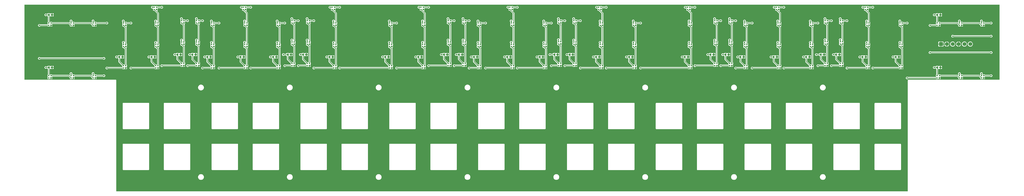
<source format=gtl>
G04 Layer: TopLayer*
G04 EasyEDA v6.5.34, 2023-08-29 12:17:18*
G04 ba4a484b4813477397863864965903c7,5a6b42c53f6a479593ecc07194224c93,10*
G04 Gerber Generator version 0.2*
G04 Scale: 100 percent, Rotated: No, Reflected: No *
G04 Dimensions in millimeters *
G04 leading zeros omitted , absolute positions ,4 integer and 5 decimal *
%FSLAX45Y45*%
%MOMM*%

%AMMACRO1*21,1,$1,$2,0,0,$3*%
%ADD10C,0.2540*%
%ADD11R,0.5500X0.5500*%
%ADD12R,0.8000X0.9000*%
%ADD13MACRO1,1.7X1.7X0.0000*%
%ADD14C,1.7000*%
%ADD15C,0.6096*%
%ADD16C,0.0185*%

%LPD*%
G36*
X6132068Y64008D02*
G01*
X6128156Y64769D01*
X6124905Y67005D01*
X6122670Y70256D01*
X6121908Y74168D01*
X6121908Y4888890D01*
X6121095Y4895392D01*
X6119012Y4900930D01*
X6115456Y4906060D01*
X6112459Y4909108D01*
X6108852Y4911750D01*
X6103315Y4914239D01*
X6095847Y4915408D01*
X2156968Y4915408D01*
X2153056Y4916170D01*
X2149805Y4918405D01*
X2147570Y4921656D01*
X2146808Y4925568D01*
X2146808Y8168131D01*
X2147570Y8172043D01*
X2149805Y8175294D01*
X2153056Y8177530D01*
X2156968Y8178292D01*
X44325032Y8178292D01*
X44328943Y8177530D01*
X44332194Y8175294D01*
X44334430Y8172043D01*
X44335192Y8168131D01*
X44335192Y4925568D01*
X44334430Y4921656D01*
X44332194Y4918405D01*
X44328943Y4916170D01*
X44325032Y4915408D01*
X40386609Y4915408D01*
X40380107Y4914595D01*
X40374570Y4912512D01*
X40369439Y4908956D01*
X40366391Y4905959D01*
X40363749Y4902352D01*
X40361260Y4896815D01*
X40360092Y4889347D01*
X40360092Y74168D01*
X40359330Y70256D01*
X40357094Y67005D01*
X40353843Y64769D01*
X40349932Y64008D01*
G37*

%LPC*%
G36*
X41789502Y7747000D02*
G01*
X41842690Y7747000D01*
X41842690Y7778750D01*
X41841978Y7785049D01*
X41840099Y7790535D01*
X41837000Y7795412D01*
X41832885Y7799527D01*
X41828008Y7802575D01*
X41822522Y7804505D01*
X41816223Y7805216D01*
X41789502Y7805216D01*
G37*
G36*
X13628776Y559917D02*
G01*
X13643965Y560832D01*
X13658900Y563575D01*
X13673429Y568096D01*
X13687298Y574344D01*
X13700302Y582218D01*
X13712240Y591566D01*
X13723010Y602335D01*
X13732357Y614273D01*
X13740231Y627278D01*
X13746480Y641146D01*
X13751001Y655675D01*
X13753744Y670610D01*
X13754658Y685800D01*
X13753744Y700989D01*
X13751001Y715924D01*
X13746480Y730453D01*
X13740231Y744321D01*
X13732357Y757326D01*
X13723010Y769264D01*
X13712240Y780034D01*
X13700302Y789381D01*
X13687298Y797255D01*
X13673429Y803503D01*
X13658900Y808024D01*
X13643965Y810768D01*
X13628776Y811682D01*
X13613587Y810768D01*
X13598651Y808024D01*
X13584123Y803503D01*
X13570254Y797255D01*
X13557250Y789381D01*
X13545312Y780034D01*
X13534542Y769264D01*
X13525195Y757326D01*
X13517321Y744321D01*
X13511072Y730453D01*
X13506551Y715924D01*
X13503808Y700989D01*
X13502894Y685800D01*
X13503808Y670610D01*
X13506551Y655675D01*
X13511072Y641146D01*
X13517321Y627278D01*
X13525195Y614273D01*
X13534542Y602335D01*
X13545312Y591566D01*
X13557250Y582218D01*
X13570254Y574344D01*
X13584123Y568096D01*
X13598651Y563575D01*
X13613587Y560832D01*
G37*
G36*
X29001618Y559917D02*
G01*
X29016756Y560832D01*
X29031742Y563575D01*
X29046220Y568096D01*
X29060089Y574344D01*
X29073094Y582218D01*
X29085082Y591566D01*
X29095801Y602335D01*
X29105199Y614273D01*
X29113073Y627278D01*
X29119322Y641146D01*
X29123843Y655675D01*
X29126586Y670610D01*
X29127500Y685800D01*
X29126586Y700989D01*
X29123843Y715924D01*
X29119322Y730453D01*
X29113073Y744321D01*
X29105199Y757326D01*
X29095801Y769264D01*
X29085082Y780034D01*
X29073094Y789381D01*
X29060089Y797255D01*
X29046220Y803503D01*
X29031742Y808024D01*
X29016756Y810768D01*
X29001618Y811682D01*
X28986429Y810768D01*
X28971443Y808024D01*
X28956965Y803503D01*
X28943096Y797255D01*
X28930092Y789381D01*
X28918103Y780034D01*
X28907384Y769264D01*
X28897986Y757326D01*
X28890112Y744321D01*
X28883864Y730453D01*
X28879342Y715924D01*
X28876599Y700989D01*
X28875685Y685800D01*
X28876599Y670610D01*
X28879342Y655675D01*
X28883864Y641146D01*
X28890112Y627278D01*
X28897986Y614273D01*
X28907384Y602335D01*
X28918103Y591566D01*
X28930092Y582218D01*
X28943096Y574344D01*
X28956965Y568096D01*
X28971443Y563575D01*
X28986429Y560832D01*
G37*
G36*
X21315172Y559917D02*
G01*
X21330361Y560832D01*
X21345296Y563575D01*
X21359825Y568096D01*
X21373693Y574344D01*
X21386698Y582218D01*
X21398636Y591566D01*
X21409406Y602335D01*
X21418753Y614273D01*
X21426627Y627278D01*
X21432875Y641146D01*
X21437396Y655675D01*
X21440140Y670610D01*
X21441054Y685800D01*
X21440140Y700989D01*
X21437396Y715924D01*
X21432875Y730453D01*
X21426627Y744321D01*
X21418753Y757326D01*
X21409406Y769264D01*
X21398636Y780034D01*
X21386698Y789381D01*
X21373693Y797255D01*
X21359825Y803503D01*
X21345296Y808024D01*
X21330361Y810768D01*
X21315172Y811682D01*
X21299982Y810768D01*
X21285047Y808024D01*
X21270518Y803503D01*
X21256650Y797255D01*
X21243645Y789381D01*
X21231707Y780034D01*
X21220938Y769264D01*
X21211590Y757326D01*
X21203716Y744321D01*
X21197468Y730453D01*
X21192947Y715924D01*
X21190204Y700989D01*
X21189289Y685800D01*
X21190204Y670610D01*
X21192947Y655675D01*
X21197468Y641146D01*
X21203716Y627278D01*
X21211590Y614273D01*
X21220938Y602335D01*
X21231707Y591566D01*
X21243645Y582218D01*
X21256650Y574344D01*
X21270518Y568096D01*
X21285047Y563575D01*
X21299982Y560832D01*
G37*
G36*
X25158395Y559917D02*
G01*
X25173584Y560832D01*
X25188519Y563575D01*
X25203048Y568096D01*
X25216916Y574344D01*
X25229921Y582218D01*
X25241859Y591566D01*
X25252629Y602335D01*
X25261976Y614273D01*
X25269850Y627278D01*
X25276098Y641146D01*
X25280620Y655675D01*
X25283363Y670610D01*
X25284277Y685800D01*
X25283363Y700989D01*
X25280620Y715924D01*
X25276098Y730453D01*
X25269850Y744321D01*
X25261976Y757326D01*
X25252629Y769264D01*
X25241859Y780034D01*
X25229921Y789381D01*
X25216916Y797255D01*
X25203048Y803503D01*
X25188519Y808024D01*
X25173584Y810768D01*
X25158395Y811682D01*
X25143206Y810768D01*
X25128270Y808024D01*
X25113742Y803503D01*
X25099873Y797255D01*
X25086868Y789381D01*
X25074930Y780034D01*
X25064161Y769264D01*
X25054814Y757326D01*
X25046940Y744321D01*
X25040691Y730453D01*
X25036170Y715924D01*
X25033427Y700989D01*
X25032512Y685800D01*
X25033427Y670610D01*
X25036170Y655675D01*
X25040691Y641146D01*
X25046940Y627278D01*
X25054814Y614273D01*
X25064161Y602335D01*
X25074930Y591566D01*
X25086868Y582218D01*
X25099873Y574344D01*
X25113742Y568096D01*
X25128270Y563575D01*
X25143206Y560832D01*
G37*
G36*
X17471999Y559917D02*
G01*
X17487138Y560832D01*
X17502124Y563575D01*
X17516602Y568096D01*
X17530470Y574344D01*
X17543475Y582218D01*
X17555464Y591566D01*
X17566182Y602335D01*
X17575580Y614273D01*
X17583454Y627278D01*
X17589703Y641146D01*
X17594224Y655675D01*
X17596967Y670610D01*
X17597882Y685800D01*
X17596967Y700989D01*
X17594224Y715924D01*
X17589703Y730453D01*
X17583454Y744321D01*
X17575580Y757326D01*
X17566182Y769264D01*
X17555464Y780034D01*
X17543475Y789381D01*
X17530470Y797255D01*
X17516602Y803503D01*
X17502124Y808024D01*
X17487138Y810768D01*
X17471999Y811682D01*
X17456810Y810768D01*
X17441824Y808024D01*
X17427346Y803503D01*
X17413478Y797255D01*
X17400473Y789381D01*
X17388484Y780034D01*
X17377765Y769264D01*
X17368367Y757326D01*
X17360493Y744321D01*
X17354245Y730453D01*
X17349724Y715924D01*
X17346980Y700989D01*
X17346066Y685800D01*
X17346980Y670610D01*
X17349724Y655675D01*
X17354245Y641146D01*
X17360493Y627278D01*
X17368367Y614273D01*
X17377765Y602335D01*
X17388484Y591566D01*
X17400473Y582218D01*
X17413478Y574344D01*
X17427346Y568096D01*
X17441824Y563575D01*
X17456810Y560832D01*
G37*
G36*
X9785604Y559917D02*
G01*
X9800742Y560832D01*
X9815728Y563575D01*
X9830206Y568096D01*
X9844074Y574344D01*
X9857079Y582218D01*
X9869068Y591566D01*
X9879787Y602335D01*
X9889185Y614273D01*
X9897059Y627278D01*
X9903307Y641146D01*
X9907828Y655675D01*
X9910572Y670610D01*
X9911486Y685800D01*
X9910572Y700989D01*
X9907828Y715924D01*
X9903307Y730453D01*
X9897059Y744321D01*
X9889185Y757326D01*
X9879787Y769264D01*
X9869068Y780034D01*
X9857079Y789381D01*
X9844074Y797255D01*
X9830206Y803503D01*
X9815728Y808024D01*
X9800742Y810768D01*
X9785604Y811682D01*
X9770414Y810768D01*
X9755428Y808024D01*
X9740950Y803503D01*
X9727082Y797255D01*
X9714077Y789381D01*
X9702088Y780034D01*
X9691370Y769264D01*
X9681972Y757326D01*
X9674098Y744321D01*
X9667849Y730453D01*
X9663328Y715924D01*
X9660585Y700989D01*
X9659670Y685800D01*
X9660585Y670610D01*
X9663328Y655675D01*
X9667849Y641146D01*
X9674098Y627278D01*
X9681972Y614273D01*
X9691370Y602335D01*
X9702088Y591566D01*
X9714077Y582218D01*
X9727082Y574344D01*
X9740950Y568096D01*
X9755428Y563575D01*
X9770414Y560832D01*
G37*
G36*
X17956377Y990092D02*
G01*
X19047409Y990092D01*
X19053759Y990803D01*
X19059194Y992733D01*
X19064122Y995781D01*
X19068186Y999896D01*
X19071285Y1004773D01*
X19073164Y1010259D01*
X19073926Y1016558D01*
X19073926Y2107641D01*
X19073164Y2113940D01*
X19071285Y2119426D01*
X19068186Y2124303D01*
X19064122Y2128418D01*
X19059194Y2131466D01*
X19053759Y2133396D01*
X19047409Y2134108D01*
X17956377Y2134108D01*
X17950027Y2133396D01*
X17944592Y2131466D01*
X17939664Y2128418D01*
X17935600Y2124303D01*
X17932501Y2119426D01*
X17930622Y2113940D01*
X17929910Y2107641D01*
X17929910Y1016558D01*
X17930622Y1010259D01*
X17932501Y1004773D01*
X17935600Y999896D01*
X17939664Y995781D01*
X17944592Y992733D01*
X17950027Y990803D01*
G37*
G36*
X27421890Y990092D02*
G01*
X28512922Y990092D01*
X28519272Y990803D01*
X28524708Y992733D01*
X28529635Y995781D01*
X28533699Y999896D01*
X28536798Y1004773D01*
X28538677Y1010259D01*
X28539439Y1016558D01*
X28539439Y2107641D01*
X28538677Y2113940D01*
X28536798Y2119426D01*
X28533699Y2124303D01*
X28529635Y2128418D01*
X28524708Y2131466D01*
X28519272Y2133396D01*
X28512922Y2134108D01*
X27421890Y2134108D01*
X27415540Y2133396D01*
X27410105Y2131466D01*
X27405177Y2128418D01*
X27401113Y2124303D01*
X27398014Y2119426D01*
X27396135Y2113940D01*
X27395424Y2107641D01*
X27395424Y1016558D01*
X27396135Y1010259D01*
X27398014Y1004773D01*
X27401113Y999896D01*
X27405177Y995781D01*
X27410105Y992733D01*
X27415540Y990803D01*
G37*
G36*
X21799600Y990092D02*
G01*
X22890632Y990092D01*
X22896982Y990803D01*
X22902418Y992733D01*
X22907345Y995781D01*
X22911409Y999896D01*
X22914508Y1004773D01*
X22916388Y1010259D01*
X22917150Y1016558D01*
X22917150Y2107641D01*
X22916388Y2113940D01*
X22914508Y2119426D01*
X22911409Y2124303D01*
X22907345Y2128418D01*
X22902418Y2131466D01*
X22896982Y2133396D01*
X22890632Y2134108D01*
X21799600Y2134108D01*
X21793250Y2133396D01*
X21787815Y2131466D01*
X21782887Y2128418D01*
X21778823Y2124303D01*
X21775724Y2119426D01*
X21773845Y2113940D01*
X21773134Y2107641D01*
X21773134Y1016558D01*
X21773845Y1010259D01*
X21775724Y1004773D01*
X21778823Y999896D01*
X21782887Y995781D01*
X21787815Y992733D01*
X21793250Y990803D01*
G37*
G36*
X23578667Y990092D02*
G01*
X24669699Y990092D01*
X24676049Y990803D01*
X24681484Y992733D01*
X24686412Y995781D01*
X24690476Y999896D01*
X24693575Y1004773D01*
X24695454Y1010259D01*
X24696216Y1016558D01*
X24696216Y2107641D01*
X24695454Y2113940D01*
X24693575Y2119426D01*
X24690476Y2124303D01*
X24686412Y2128418D01*
X24681484Y2131466D01*
X24676049Y2133396D01*
X24669699Y2134108D01*
X23578667Y2134108D01*
X23572317Y2133396D01*
X23566882Y2131466D01*
X23561954Y2128418D01*
X23557890Y2124303D01*
X23554791Y2119426D01*
X23552912Y2113940D01*
X23552200Y2107641D01*
X23552200Y1016558D01*
X23552912Y1010259D01*
X23554791Y1004773D01*
X23557890Y999896D01*
X23561954Y995781D01*
X23566882Y992733D01*
X23572317Y990803D01*
G37*
G36*
X19735444Y990092D02*
G01*
X20826526Y990092D01*
X20832826Y990803D01*
X20838312Y992733D01*
X20843189Y995781D01*
X20847304Y999896D01*
X20850352Y1004773D01*
X20852282Y1010259D01*
X20852993Y1016558D01*
X20852993Y2107641D01*
X20852282Y2113940D01*
X20850352Y2119426D01*
X20847304Y2124303D01*
X20843189Y2128418D01*
X20838312Y2131466D01*
X20832826Y2133396D01*
X20826526Y2134108D01*
X19735444Y2134108D01*
X19729145Y2133396D01*
X19723658Y2131466D01*
X19718782Y2128418D01*
X19714667Y2124303D01*
X19711619Y2119426D01*
X19709688Y2113940D01*
X19708977Y2107641D01*
X19708977Y1016558D01*
X19709688Y1010259D01*
X19711619Y1004773D01*
X19714667Y999896D01*
X19718782Y995781D01*
X19723658Y992733D01*
X19729145Y990803D01*
G37*
G36*
X25642773Y990092D02*
G01*
X26733855Y990092D01*
X26740154Y990803D01*
X26745641Y992733D01*
X26750518Y995781D01*
X26754632Y999896D01*
X26757680Y1004773D01*
X26759611Y1010259D01*
X26760322Y1016558D01*
X26760322Y2107641D01*
X26759611Y2113940D01*
X26757680Y2119426D01*
X26754632Y2124303D01*
X26750518Y2128418D01*
X26745641Y2131466D01*
X26740154Y2133396D01*
X26733855Y2134108D01*
X25642773Y2134108D01*
X25636474Y2133396D01*
X25630987Y2131466D01*
X25626110Y2128418D01*
X25621996Y2124303D01*
X25618948Y2119426D01*
X25617017Y2113940D01*
X25616306Y2107641D01*
X25616306Y1016558D01*
X25617017Y1010259D01*
X25618948Y1004773D01*
X25621996Y999896D01*
X25626110Y995781D01*
X25630987Y992733D01*
X25636474Y990803D01*
G37*
G36*
X12049048Y990092D02*
G01*
X13140131Y990092D01*
X13146430Y990803D01*
X13151916Y992733D01*
X13156793Y995781D01*
X13160908Y999896D01*
X13163956Y1004773D01*
X13165886Y1010259D01*
X13166598Y1016558D01*
X13166598Y2107641D01*
X13165886Y2113940D01*
X13163956Y2119426D01*
X13160908Y2124303D01*
X13156793Y2128418D01*
X13151916Y2131466D01*
X13146430Y2133396D01*
X13140131Y2134108D01*
X12049048Y2134108D01*
X12042749Y2133396D01*
X12037263Y2131466D01*
X12032386Y2128418D01*
X12028271Y2124303D01*
X12025223Y2119426D01*
X12023293Y2113940D01*
X12022582Y2107641D01*
X12022582Y1016558D01*
X12023293Y1010259D01*
X12025223Y1004773D01*
X12028271Y999896D01*
X12032386Y995781D01*
X12037263Y992733D01*
X12042749Y990803D01*
G37*
G36*
X33329168Y990092D02*
G01*
X34420251Y990092D01*
X34426550Y990803D01*
X34432036Y992733D01*
X34436913Y995781D01*
X34441028Y999896D01*
X34444076Y1004773D01*
X34446006Y1010259D01*
X34446718Y1016558D01*
X34446718Y2107641D01*
X34446006Y2113940D01*
X34444076Y2119426D01*
X34441028Y2124303D01*
X34436913Y2128418D01*
X34432036Y2131466D01*
X34426550Y2133396D01*
X34420251Y2134108D01*
X33329168Y2134108D01*
X33322869Y2133396D01*
X33317383Y2131466D01*
X33312506Y2128418D01*
X33308391Y2124303D01*
X33305343Y2119426D01*
X33303413Y2113940D01*
X33302702Y2107641D01*
X33302702Y1016558D01*
X33303413Y1010259D01*
X33305343Y1004773D01*
X33308391Y999896D01*
X33312506Y995781D01*
X33317383Y992733D01*
X33322869Y990803D01*
G37*
G36*
X6426758Y990092D02*
G01*
X7517841Y990092D01*
X7524140Y990803D01*
X7529626Y992733D01*
X7534503Y995781D01*
X7538618Y999896D01*
X7541666Y1004773D01*
X7543596Y1010259D01*
X7544308Y1016558D01*
X7544308Y2107641D01*
X7543596Y2113940D01*
X7541666Y2119426D01*
X7538618Y2124303D01*
X7534503Y2128418D01*
X7529626Y2131466D01*
X7524140Y2133396D01*
X7517841Y2134108D01*
X6426758Y2134108D01*
X6420459Y2133396D01*
X6414973Y2131466D01*
X6410096Y2128418D01*
X6405981Y2124303D01*
X6402933Y2119426D01*
X6401003Y2113940D01*
X6400292Y2107641D01*
X6400292Y1016558D01*
X6401003Y1010259D01*
X6402933Y1004773D01*
X6405981Y999896D01*
X6410096Y995781D01*
X6414973Y992733D01*
X6420459Y990803D01*
G37*
G36*
X10269982Y990092D02*
G01*
X11361013Y990092D01*
X11367363Y990803D01*
X11372799Y992733D01*
X11377726Y995781D01*
X11381790Y999896D01*
X11384889Y1004773D01*
X11386769Y1010259D01*
X11387531Y1016558D01*
X11387531Y2107641D01*
X11386769Y2113940D01*
X11384889Y2119426D01*
X11381790Y2124303D01*
X11377726Y2128418D01*
X11372799Y2131466D01*
X11367363Y2133396D01*
X11361013Y2134108D01*
X10269982Y2134108D01*
X10263632Y2133396D01*
X10258196Y2131466D01*
X10253268Y2128418D01*
X10249204Y2124303D01*
X10246106Y2119426D01*
X10244226Y2113940D01*
X10243515Y2107641D01*
X10243515Y1016558D01*
X10244226Y1010259D01*
X10246106Y1004773D01*
X10249204Y999896D01*
X10253268Y995781D01*
X10258196Y992733D01*
X10263632Y990803D01*
G37*
G36*
X31265063Y990092D02*
G01*
X32356145Y990092D01*
X32362444Y990803D01*
X32367931Y992733D01*
X32372808Y995781D01*
X32376922Y999896D01*
X32379970Y1004773D01*
X32381901Y1010259D01*
X32382612Y1016558D01*
X32382612Y2107641D01*
X32381901Y2113940D01*
X32379970Y2119426D01*
X32376922Y2124303D01*
X32372808Y2128418D01*
X32367931Y2131466D01*
X32362444Y2133396D01*
X32356145Y2134108D01*
X31265063Y2134108D01*
X31258764Y2133396D01*
X31253277Y2131466D01*
X31248400Y2128418D01*
X31244286Y2124303D01*
X31241238Y2119426D01*
X31239307Y2113940D01*
X31238596Y2107641D01*
X31238596Y1016558D01*
X31239307Y1010259D01*
X31241238Y1004773D01*
X31244286Y999896D01*
X31248400Y995781D01*
X31253277Y992733D01*
X31258764Y990803D01*
G37*
G36*
X37172392Y990092D02*
G01*
X38263423Y990092D01*
X38269773Y990803D01*
X38275209Y992733D01*
X38280136Y995781D01*
X38284200Y999896D01*
X38287299Y1004773D01*
X38289179Y1010259D01*
X38289941Y1016558D01*
X38289941Y2107641D01*
X38289179Y2113940D01*
X38287299Y2119426D01*
X38284200Y2124303D01*
X38280136Y2128418D01*
X38275209Y2131466D01*
X38269773Y2133396D01*
X38263423Y2134108D01*
X37172392Y2134108D01*
X37166042Y2133396D01*
X37160606Y2131466D01*
X37155678Y2128418D01*
X37151614Y2124303D01*
X37148516Y2119426D01*
X37146636Y2113940D01*
X37145925Y2107641D01*
X37145925Y1016558D01*
X37146636Y1010259D01*
X37148516Y1004773D01*
X37151614Y999896D01*
X37155678Y995781D01*
X37160606Y992733D01*
X37166042Y990803D01*
G37*
G36*
X15892272Y990092D02*
G01*
X16983303Y990092D01*
X16989653Y990803D01*
X16995089Y992733D01*
X17000016Y995781D01*
X17004080Y999896D01*
X17007179Y1004773D01*
X17009059Y1010259D01*
X17009821Y1016558D01*
X17009821Y2107641D01*
X17009059Y2113940D01*
X17007179Y2119426D01*
X17004080Y2124303D01*
X17000016Y2128418D01*
X16995089Y2131466D01*
X16989653Y2133396D01*
X16983303Y2134108D01*
X15892272Y2134108D01*
X15885922Y2133396D01*
X15880486Y2131466D01*
X15875558Y2128418D01*
X15871494Y2124303D01*
X15868396Y2119426D01*
X15866516Y2113940D01*
X15865805Y2107641D01*
X15865805Y1016558D01*
X15866516Y1010259D01*
X15868396Y1004773D01*
X15871494Y999896D01*
X15875558Y995781D01*
X15880486Y992733D01*
X15885922Y990803D01*
G37*
G36*
X35108286Y990092D02*
G01*
X36199318Y990092D01*
X36205668Y990803D01*
X36211103Y992733D01*
X36216031Y995781D01*
X36220095Y999896D01*
X36223194Y1004773D01*
X36225073Y1010259D01*
X36225835Y1016558D01*
X36225835Y2107641D01*
X36225073Y2113940D01*
X36223194Y2119426D01*
X36220095Y2124303D01*
X36216031Y2128418D01*
X36211103Y2131466D01*
X36205668Y2133396D01*
X36199318Y2134108D01*
X35108286Y2134108D01*
X35101936Y2133396D01*
X35096500Y2131466D01*
X35091573Y2128418D01*
X35087509Y2124303D01*
X35084410Y2119426D01*
X35082530Y2113940D01*
X35081819Y2107641D01*
X35081819Y1016558D01*
X35082530Y1010259D01*
X35084410Y1004773D01*
X35087509Y999896D01*
X35091573Y995781D01*
X35096500Y992733D01*
X35101936Y990803D01*
G37*
G36*
X14113154Y990092D02*
G01*
X15204236Y990092D01*
X15210536Y990803D01*
X15216022Y992733D01*
X15220899Y995781D01*
X15225013Y999896D01*
X15228062Y1004773D01*
X15229992Y1010259D01*
X15230703Y1016558D01*
X15230703Y2107641D01*
X15229992Y2113940D01*
X15228062Y2119426D01*
X15225013Y2124303D01*
X15220899Y2128418D01*
X15216022Y2131466D01*
X15210536Y2133396D01*
X15204236Y2134108D01*
X14113154Y2134108D01*
X14106855Y2133396D01*
X14101368Y2131466D01*
X14096492Y2128418D01*
X14092377Y2124303D01*
X14089329Y2119426D01*
X14087398Y2113940D01*
X14086687Y2107641D01*
X14086687Y1016558D01*
X14087398Y1010259D01*
X14089329Y1004773D01*
X14092377Y999896D01*
X14096492Y995781D01*
X14101368Y992733D01*
X14106855Y990803D01*
G37*
G36*
X8205876Y990092D02*
G01*
X9296908Y990092D01*
X9303258Y990803D01*
X9308693Y992733D01*
X9313621Y995781D01*
X9317685Y999896D01*
X9320784Y1004773D01*
X9322663Y1010259D01*
X9323425Y1016558D01*
X9323425Y2107641D01*
X9322663Y2113940D01*
X9320784Y2119426D01*
X9317685Y2124303D01*
X9313621Y2128418D01*
X9308693Y2131466D01*
X9303258Y2133396D01*
X9296908Y2134108D01*
X8205876Y2134108D01*
X8199526Y2133396D01*
X8194090Y2131466D01*
X8189163Y2128418D01*
X8185099Y2124303D01*
X8182000Y2119426D01*
X8180120Y2113940D01*
X8179409Y2107641D01*
X8179409Y1016558D01*
X8180120Y1010259D01*
X8182000Y1004773D01*
X8185099Y999896D01*
X8189163Y995781D01*
X8194090Y992733D01*
X8199526Y990803D01*
G37*
G36*
X29485996Y990092D02*
G01*
X30577027Y990092D01*
X30583377Y990803D01*
X30588813Y992733D01*
X30593741Y995781D01*
X30597805Y999896D01*
X30600903Y1004773D01*
X30602783Y1010259D01*
X30603545Y1016558D01*
X30603545Y2107641D01*
X30602783Y2113940D01*
X30600903Y2119426D01*
X30597805Y2124303D01*
X30593741Y2128418D01*
X30588813Y2131466D01*
X30583377Y2133396D01*
X30577027Y2134108D01*
X29485996Y2134108D01*
X29479646Y2133396D01*
X29474210Y2131466D01*
X29469283Y2128418D01*
X29465219Y2124303D01*
X29462120Y2119426D01*
X29460240Y2113940D01*
X29459529Y2107641D01*
X29459529Y1016558D01*
X29460240Y1010259D01*
X29462120Y1004773D01*
X29465219Y999896D01*
X29469283Y995781D01*
X29474210Y992733D01*
X29479646Y990803D01*
G37*
G36*
X38951458Y990092D02*
G01*
X40042541Y990092D01*
X40048840Y990803D01*
X40054326Y992733D01*
X40059203Y995781D01*
X40063318Y999896D01*
X40066366Y1004773D01*
X40068296Y1010259D01*
X40069008Y1016558D01*
X40069008Y2107641D01*
X40068296Y2113940D01*
X40066366Y2119426D01*
X40063318Y2124303D01*
X40059203Y2128418D01*
X40054326Y2131466D01*
X40048840Y2133396D01*
X40042541Y2134108D01*
X38951458Y2134108D01*
X38945159Y2133396D01*
X38939673Y2131466D01*
X38934796Y2128418D01*
X38930681Y2124303D01*
X38927633Y2119426D01*
X38925703Y2113940D01*
X38924992Y2107641D01*
X38924992Y1016558D01*
X38925703Y1010259D01*
X38927633Y1004773D01*
X38930681Y999896D01*
X38934796Y995781D01*
X38939673Y992733D01*
X38945159Y990803D01*
G37*
G36*
X27421890Y2768092D02*
G01*
X28512922Y2768092D01*
X28519272Y2768803D01*
X28524708Y2770733D01*
X28529635Y2773781D01*
X28533699Y2777896D01*
X28536798Y2782773D01*
X28538677Y2788259D01*
X28539439Y2794558D01*
X28539439Y3885641D01*
X28538677Y3891940D01*
X28536798Y3897426D01*
X28533699Y3902303D01*
X28529635Y3906418D01*
X28524708Y3909466D01*
X28519272Y3911396D01*
X28512922Y3912108D01*
X27421890Y3912108D01*
X27415540Y3911396D01*
X27410105Y3909466D01*
X27405177Y3906418D01*
X27401113Y3902303D01*
X27398014Y3897426D01*
X27396135Y3891940D01*
X27395424Y3885641D01*
X27395424Y2794558D01*
X27396135Y2788259D01*
X27398014Y2782773D01*
X27401113Y2777896D01*
X27405177Y2773781D01*
X27410105Y2770733D01*
X27415540Y2768803D01*
G37*
G36*
X17956377Y2768092D02*
G01*
X19047409Y2768092D01*
X19053759Y2768803D01*
X19059194Y2770733D01*
X19064122Y2773781D01*
X19068186Y2777896D01*
X19071285Y2782773D01*
X19073164Y2788259D01*
X19073926Y2794558D01*
X19073926Y3885641D01*
X19073164Y3891940D01*
X19071285Y3897426D01*
X19068186Y3902303D01*
X19064122Y3906418D01*
X19059194Y3909466D01*
X19053759Y3911396D01*
X19047409Y3912108D01*
X17956377Y3912108D01*
X17950027Y3911396D01*
X17944592Y3909466D01*
X17939664Y3906418D01*
X17935600Y3902303D01*
X17932501Y3897426D01*
X17930622Y3891940D01*
X17929910Y3885641D01*
X17929910Y2794558D01*
X17930622Y2788259D01*
X17932501Y2782773D01*
X17935600Y2777896D01*
X17939664Y2773781D01*
X17944592Y2770733D01*
X17950027Y2768803D01*
G37*
G36*
X23578667Y2768092D02*
G01*
X24669699Y2768092D01*
X24676049Y2768803D01*
X24681484Y2770733D01*
X24686412Y2773781D01*
X24690476Y2777896D01*
X24693575Y2782773D01*
X24695454Y2788259D01*
X24696216Y2794558D01*
X24696216Y3885641D01*
X24695454Y3891940D01*
X24693575Y3897426D01*
X24690476Y3902303D01*
X24686412Y3906418D01*
X24681484Y3909466D01*
X24676049Y3911396D01*
X24669699Y3912108D01*
X23578667Y3912108D01*
X23572317Y3911396D01*
X23566882Y3909466D01*
X23561954Y3906418D01*
X23557890Y3902303D01*
X23554791Y3897426D01*
X23552912Y3891940D01*
X23552200Y3885641D01*
X23552200Y2794558D01*
X23552912Y2788259D01*
X23554791Y2782773D01*
X23557890Y2777896D01*
X23561954Y2773781D01*
X23566882Y2770733D01*
X23572317Y2768803D01*
G37*
G36*
X14113154Y2768092D02*
G01*
X15204236Y2768092D01*
X15210536Y2768803D01*
X15216022Y2770733D01*
X15220899Y2773781D01*
X15225013Y2777896D01*
X15228062Y2782773D01*
X15229992Y2788259D01*
X15230703Y2794558D01*
X15230703Y3885641D01*
X15229992Y3891940D01*
X15228062Y3897426D01*
X15225013Y3902303D01*
X15220899Y3906418D01*
X15216022Y3909466D01*
X15210536Y3911396D01*
X15204236Y3912108D01*
X14113154Y3912108D01*
X14106855Y3911396D01*
X14101368Y3909466D01*
X14096492Y3906418D01*
X14092377Y3902303D01*
X14089329Y3897426D01*
X14087398Y3891940D01*
X14086687Y3885641D01*
X14086687Y2794558D01*
X14087398Y2788259D01*
X14089329Y2782773D01*
X14092377Y2777896D01*
X14096492Y2773781D01*
X14101368Y2770733D01*
X14106855Y2768803D01*
G37*
G36*
X15892272Y2768092D02*
G01*
X16983303Y2768092D01*
X16989653Y2768803D01*
X16995089Y2770733D01*
X17000016Y2773781D01*
X17004080Y2777896D01*
X17007179Y2782773D01*
X17009059Y2788259D01*
X17009821Y2794558D01*
X17009821Y3885641D01*
X17009059Y3891940D01*
X17007179Y3897426D01*
X17004080Y3902303D01*
X17000016Y3906418D01*
X16995089Y3909466D01*
X16989653Y3911396D01*
X16983303Y3912108D01*
X15892272Y3912108D01*
X15885922Y3911396D01*
X15880486Y3909466D01*
X15875558Y3906418D01*
X15871494Y3902303D01*
X15868396Y3897426D01*
X15866516Y3891940D01*
X15865805Y3885641D01*
X15865805Y2794558D01*
X15866516Y2788259D01*
X15868396Y2782773D01*
X15871494Y2777896D01*
X15875558Y2773781D01*
X15880486Y2770733D01*
X15885922Y2768803D01*
G37*
G36*
X25642773Y2768092D02*
G01*
X26733855Y2768092D01*
X26740154Y2768803D01*
X26745641Y2770733D01*
X26750518Y2773781D01*
X26754632Y2777896D01*
X26757680Y2782773D01*
X26759611Y2788259D01*
X26760322Y2794558D01*
X26760322Y3885641D01*
X26759611Y3891940D01*
X26757680Y3897426D01*
X26754632Y3902303D01*
X26750518Y3906418D01*
X26745641Y3909466D01*
X26740154Y3911396D01*
X26733855Y3912108D01*
X25642773Y3912108D01*
X25636474Y3911396D01*
X25630987Y3909466D01*
X25626110Y3906418D01*
X25621996Y3902303D01*
X25618948Y3897426D01*
X25617017Y3891940D01*
X25616306Y3885641D01*
X25616306Y2794558D01*
X25617017Y2788259D01*
X25618948Y2782773D01*
X25621996Y2777896D01*
X25626110Y2773781D01*
X25630987Y2770733D01*
X25636474Y2768803D01*
G37*
G36*
X8205876Y2768092D02*
G01*
X9296908Y2768092D01*
X9303258Y2768803D01*
X9308693Y2770733D01*
X9313621Y2773781D01*
X9317685Y2777896D01*
X9320784Y2782773D01*
X9322663Y2788259D01*
X9323425Y2794558D01*
X9323425Y3885641D01*
X9322663Y3891940D01*
X9320784Y3897426D01*
X9317685Y3902303D01*
X9313621Y3906418D01*
X9308693Y3909466D01*
X9303258Y3911396D01*
X9296908Y3912108D01*
X8205876Y3912108D01*
X8199526Y3911396D01*
X8194090Y3909466D01*
X8189163Y3906418D01*
X8185099Y3902303D01*
X8182000Y3897426D01*
X8180120Y3891940D01*
X8179409Y3885641D01*
X8179409Y2794558D01*
X8180120Y2788259D01*
X8182000Y2782773D01*
X8185099Y2777896D01*
X8189163Y2773781D01*
X8194090Y2770733D01*
X8199526Y2768803D01*
G37*
G36*
X31265063Y2768092D02*
G01*
X32356145Y2768092D01*
X32362444Y2768803D01*
X32367931Y2770733D01*
X32372808Y2773781D01*
X32376922Y2777896D01*
X32379970Y2782773D01*
X32381901Y2788259D01*
X32382612Y2794558D01*
X32382612Y3885641D01*
X32381901Y3891940D01*
X32379970Y3897426D01*
X32376922Y3902303D01*
X32372808Y3906418D01*
X32367931Y3909466D01*
X32362444Y3911396D01*
X32356145Y3912108D01*
X31265063Y3912108D01*
X31258764Y3911396D01*
X31253277Y3909466D01*
X31248400Y3906418D01*
X31244286Y3902303D01*
X31241238Y3897426D01*
X31239307Y3891940D01*
X31238596Y3885641D01*
X31238596Y2794558D01*
X31239307Y2788259D01*
X31241238Y2782773D01*
X31244286Y2777896D01*
X31248400Y2773781D01*
X31253277Y2770733D01*
X31258764Y2768803D01*
G37*
G36*
X38951458Y2768092D02*
G01*
X40042541Y2768092D01*
X40048840Y2768803D01*
X40054326Y2770733D01*
X40059203Y2773781D01*
X40063318Y2777896D01*
X40066366Y2782773D01*
X40068296Y2788259D01*
X40069008Y2794558D01*
X40069008Y3885641D01*
X40068296Y3891940D01*
X40066366Y3897426D01*
X40063318Y3902303D01*
X40059203Y3906418D01*
X40054326Y3909466D01*
X40048840Y3911396D01*
X40042541Y3912108D01*
X38951458Y3912108D01*
X38945159Y3911396D01*
X38939673Y3909466D01*
X38934796Y3906418D01*
X38930681Y3902303D01*
X38927633Y3897426D01*
X38925703Y3891940D01*
X38924992Y3885641D01*
X38924992Y2794558D01*
X38925703Y2788259D01*
X38927633Y2782773D01*
X38930681Y2777896D01*
X38934796Y2773781D01*
X38939673Y2770733D01*
X38945159Y2768803D01*
G37*
G36*
X29485996Y2768092D02*
G01*
X30577027Y2768092D01*
X30583377Y2768803D01*
X30588813Y2770733D01*
X30593741Y2773781D01*
X30597805Y2777896D01*
X30600903Y2782773D01*
X30602783Y2788259D01*
X30603545Y2794558D01*
X30603545Y3885641D01*
X30602783Y3891940D01*
X30600903Y3897426D01*
X30597805Y3902303D01*
X30593741Y3906418D01*
X30588813Y3909466D01*
X30583377Y3911396D01*
X30577027Y3912108D01*
X29485996Y3912108D01*
X29479646Y3911396D01*
X29474210Y3909466D01*
X29469283Y3906418D01*
X29465219Y3902303D01*
X29462120Y3897426D01*
X29460240Y3891940D01*
X29459529Y3885641D01*
X29459529Y2794558D01*
X29460240Y2788259D01*
X29462120Y2782773D01*
X29465219Y2777896D01*
X29469283Y2773781D01*
X29474210Y2770733D01*
X29479646Y2768803D01*
G37*
G36*
X37172392Y2768092D02*
G01*
X38263423Y2768092D01*
X38269773Y2768803D01*
X38275209Y2770733D01*
X38280136Y2773781D01*
X38284200Y2777896D01*
X38287299Y2782773D01*
X38289179Y2788259D01*
X38289941Y2794558D01*
X38289941Y3885641D01*
X38289179Y3891940D01*
X38287299Y3897426D01*
X38284200Y3902303D01*
X38280136Y3906418D01*
X38275209Y3909466D01*
X38269773Y3911396D01*
X38263423Y3912108D01*
X37172392Y3912108D01*
X37166042Y3911396D01*
X37160606Y3909466D01*
X37155678Y3906418D01*
X37151614Y3902303D01*
X37148516Y3897426D01*
X37146636Y3891940D01*
X37145925Y3885641D01*
X37145925Y2794558D01*
X37146636Y2788259D01*
X37148516Y2782773D01*
X37151614Y2777896D01*
X37155678Y2773781D01*
X37160606Y2770733D01*
X37166042Y2768803D01*
G37*
G36*
X19735444Y2768092D02*
G01*
X20826526Y2768092D01*
X20832826Y2768803D01*
X20838312Y2770733D01*
X20843189Y2773781D01*
X20847304Y2777896D01*
X20850352Y2782773D01*
X20852282Y2788259D01*
X20852993Y2794558D01*
X20852993Y3885641D01*
X20852282Y3891940D01*
X20850352Y3897426D01*
X20847304Y3902303D01*
X20843189Y3906418D01*
X20838312Y3909466D01*
X20832826Y3911396D01*
X20826526Y3912108D01*
X19735444Y3912108D01*
X19729145Y3911396D01*
X19723658Y3909466D01*
X19718782Y3906418D01*
X19714667Y3902303D01*
X19711619Y3897426D01*
X19709688Y3891940D01*
X19708977Y3885641D01*
X19708977Y2794558D01*
X19709688Y2788259D01*
X19711619Y2782773D01*
X19714667Y2777896D01*
X19718782Y2773781D01*
X19723658Y2770733D01*
X19729145Y2768803D01*
G37*
G36*
X33329168Y2768092D02*
G01*
X34420251Y2768092D01*
X34426550Y2768803D01*
X34432036Y2770733D01*
X34436913Y2773781D01*
X34441028Y2777896D01*
X34444076Y2782773D01*
X34446006Y2788259D01*
X34446718Y2794558D01*
X34446718Y3885641D01*
X34446006Y3891940D01*
X34444076Y3897426D01*
X34441028Y3902303D01*
X34436913Y3906418D01*
X34432036Y3909466D01*
X34426550Y3911396D01*
X34420251Y3912108D01*
X33329168Y3912108D01*
X33322869Y3911396D01*
X33317383Y3909466D01*
X33312506Y3906418D01*
X33308391Y3902303D01*
X33305343Y3897426D01*
X33303413Y3891940D01*
X33302702Y3885641D01*
X33302702Y2794558D01*
X33303413Y2788259D01*
X33305343Y2782773D01*
X33308391Y2777896D01*
X33312506Y2773781D01*
X33317383Y2770733D01*
X33322869Y2768803D01*
G37*
G36*
X6426758Y2768092D02*
G01*
X7517841Y2768092D01*
X7524140Y2768803D01*
X7529626Y2770733D01*
X7534503Y2773781D01*
X7538618Y2777896D01*
X7541666Y2782773D01*
X7543596Y2788259D01*
X7544308Y2794558D01*
X7544308Y3885641D01*
X7543596Y3891940D01*
X7541666Y3897426D01*
X7538618Y3902303D01*
X7534503Y3906418D01*
X7529626Y3909466D01*
X7524140Y3911396D01*
X7517841Y3912108D01*
X6426758Y3912108D01*
X6420459Y3911396D01*
X6414973Y3909466D01*
X6410096Y3906418D01*
X6405981Y3902303D01*
X6402933Y3897426D01*
X6401003Y3891940D01*
X6400292Y3885641D01*
X6400292Y2794558D01*
X6401003Y2788259D01*
X6402933Y2782773D01*
X6405981Y2777896D01*
X6410096Y2773781D01*
X6414973Y2770733D01*
X6420459Y2768803D01*
G37*
G36*
X21799600Y2768092D02*
G01*
X22890632Y2768092D01*
X22896982Y2768803D01*
X22902418Y2770733D01*
X22907345Y2773781D01*
X22911409Y2777896D01*
X22914508Y2782773D01*
X22916388Y2788259D01*
X22917150Y2794558D01*
X22917150Y3885641D01*
X22916388Y3891940D01*
X22914508Y3897426D01*
X22911409Y3902303D01*
X22907345Y3906418D01*
X22902418Y3909466D01*
X22896982Y3911396D01*
X22890632Y3912108D01*
X21799600Y3912108D01*
X21793250Y3911396D01*
X21787815Y3909466D01*
X21782887Y3906418D01*
X21778823Y3902303D01*
X21775724Y3897426D01*
X21773845Y3891940D01*
X21773134Y3885641D01*
X21773134Y2794558D01*
X21773845Y2788259D01*
X21775724Y2782773D01*
X21778823Y2777896D01*
X21782887Y2773781D01*
X21787815Y2770733D01*
X21793250Y2768803D01*
G37*
G36*
X35108286Y2768092D02*
G01*
X36199318Y2768092D01*
X36205668Y2768803D01*
X36211103Y2770733D01*
X36216031Y2773781D01*
X36220095Y2777896D01*
X36223194Y2782773D01*
X36225073Y2788259D01*
X36225835Y2794558D01*
X36225835Y3885641D01*
X36225073Y3891940D01*
X36223194Y3897426D01*
X36220095Y3902303D01*
X36216031Y3906418D01*
X36211103Y3909466D01*
X36205668Y3911396D01*
X36199318Y3912108D01*
X35108286Y3912108D01*
X35101936Y3911396D01*
X35096500Y3909466D01*
X35091573Y3906418D01*
X35087509Y3902303D01*
X35084410Y3897426D01*
X35082530Y3891940D01*
X35081819Y3885641D01*
X35081819Y2794558D01*
X35082530Y2788259D01*
X35084410Y2782773D01*
X35087509Y2777896D01*
X35091573Y2773781D01*
X35096500Y2770733D01*
X35101936Y2768803D01*
G37*
G36*
X10269982Y2768092D02*
G01*
X11361013Y2768092D01*
X11367363Y2768803D01*
X11372799Y2770733D01*
X11377726Y2773781D01*
X11381790Y2777896D01*
X11384889Y2782773D01*
X11386769Y2788259D01*
X11387531Y2794558D01*
X11387531Y3885641D01*
X11386769Y3891940D01*
X11384889Y3897426D01*
X11381790Y3902303D01*
X11377726Y3906418D01*
X11372799Y3909466D01*
X11367363Y3911396D01*
X11361013Y3912108D01*
X10269982Y3912108D01*
X10263632Y3911396D01*
X10258196Y3909466D01*
X10253268Y3906418D01*
X10249204Y3902303D01*
X10246106Y3897426D01*
X10244226Y3891940D01*
X10243515Y3885641D01*
X10243515Y2794558D01*
X10244226Y2788259D01*
X10246106Y2782773D01*
X10249204Y2777896D01*
X10253268Y2773781D01*
X10258196Y2770733D01*
X10263632Y2768803D01*
G37*
G36*
X12049048Y2768092D02*
G01*
X13140131Y2768092D01*
X13146430Y2768803D01*
X13151916Y2770733D01*
X13156793Y2773781D01*
X13160908Y2777896D01*
X13163956Y2782773D01*
X13165886Y2788259D01*
X13166598Y2794558D01*
X13166598Y3885641D01*
X13165886Y3891940D01*
X13163956Y3897426D01*
X13160908Y3902303D01*
X13156793Y3906418D01*
X13151916Y3909466D01*
X13146430Y3911396D01*
X13140131Y3912108D01*
X12049048Y3912108D01*
X12042749Y3911396D01*
X12037263Y3909466D01*
X12032386Y3906418D01*
X12028271Y3902303D01*
X12025223Y3897426D01*
X12023293Y3891940D01*
X12022582Y3885641D01*
X12022582Y2794558D01*
X12023293Y2788259D01*
X12025223Y2782773D01*
X12028271Y2777896D01*
X12032386Y2773781D01*
X12037263Y2770733D01*
X12042749Y2768803D01*
G37*
G36*
X36688014Y4449876D02*
G01*
X36703152Y4450791D01*
X36718138Y4453534D01*
X36732616Y4458055D01*
X36746484Y4464304D01*
X36759489Y4472178D01*
X36771478Y4481576D01*
X36782197Y4492294D01*
X36791595Y4504283D01*
X36799469Y4517288D01*
X36805717Y4531156D01*
X36810238Y4545634D01*
X36812982Y4560620D01*
X36813896Y4575759D01*
X36812982Y4590948D01*
X36810238Y4605934D01*
X36805717Y4620412D01*
X36799469Y4634280D01*
X36791595Y4647285D01*
X36782197Y4659274D01*
X36771478Y4669993D01*
X36759489Y4679391D01*
X36746484Y4687265D01*
X36732616Y4693513D01*
X36718138Y4698034D01*
X36703152Y4700778D01*
X36688014Y4701692D01*
X36672824Y4700778D01*
X36657838Y4698034D01*
X36643360Y4693513D01*
X36629492Y4687265D01*
X36616487Y4679391D01*
X36604498Y4669993D01*
X36593780Y4659274D01*
X36584382Y4647285D01*
X36576508Y4634280D01*
X36570259Y4620412D01*
X36565738Y4605934D01*
X36562995Y4590948D01*
X36562080Y4575759D01*
X36562995Y4560620D01*
X36565738Y4545634D01*
X36570259Y4531156D01*
X36576508Y4517288D01*
X36584382Y4504283D01*
X36593780Y4492294D01*
X36604498Y4481576D01*
X36616487Y4472178D01*
X36629492Y4464304D01*
X36643360Y4458055D01*
X36657838Y4453534D01*
X36672824Y4450791D01*
G37*
G36*
X29001618Y4449876D02*
G01*
X29016756Y4450791D01*
X29031742Y4453534D01*
X29046220Y4458055D01*
X29060089Y4464304D01*
X29073094Y4472178D01*
X29085082Y4481576D01*
X29095801Y4492294D01*
X29105199Y4504283D01*
X29113073Y4517288D01*
X29119322Y4531156D01*
X29123843Y4545634D01*
X29126586Y4560620D01*
X29127500Y4575759D01*
X29126586Y4590948D01*
X29123843Y4605934D01*
X29119322Y4620412D01*
X29113073Y4634280D01*
X29105199Y4647285D01*
X29095801Y4659274D01*
X29085082Y4669993D01*
X29073094Y4679391D01*
X29060089Y4687265D01*
X29046220Y4693513D01*
X29031742Y4698034D01*
X29016756Y4700778D01*
X29001618Y4701692D01*
X28986429Y4700778D01*
X28971443Y4698034D01*
X28956965Y4693513D01*
X28943096Y4687265D01*
X28930092Y4679391D01*
X28918103Y4669993D01*
X28907384Y4659274D01*
X28897986Y4647285D01*
X28890112Y4634280D01*
X28883864Y4620412D01*
X28879342Y4605934D01*
X28876599Y4590948D01*
X28875685Y4575759D01*
X28876599Y4560620D01*
X28879342Y4545634D01*
X28883864Y4531156D01*
X28890112Y4517288D01*
X28897986Y4504283D01*
X28907384Y4492294D01*
X28918103Y4481576D01*
X28930092Y4472178D01*
X28943096Y4464304D01*
X28956965Y4458055D01*
X28971443Y4453534D01*
X28986429Y4450791D01*
G37*
G36*
X32844790Y4449876D02*
G01*
X32859980Y4450791D01*
X32874915Y4453534D01*
X32889444Y4458055D01*
X32903312Y4464304D01*
X32916317Y4472178D01*
X32928255Y4481576D01*
X32939024Y4492294D01*
X32948372Y4504283D01*
X32956246Y4517288D01*
X32962494Y4531156D01*
X32967015Y4545634D01*
X32969758Y4560620D01*
X32970673Y4575759D01*
X32969758Y4590948D01*
X32967015Y4605934D01*
X32962494Y4620412D01*
X32956246Y4634280D01*
X32948372Y4647285D01*
X32939024Y4659274D01*
X32928255Y4669993D01*
X32916317Y4679391D01*
X32903312Y4687265D01*
X32889444Y4693513D01*
X32874915Y4698034D01*
X32859980Y4700778D01*
X32844790Y4701692D01*
X32829601Y4700778D01*
X32814666Y4698034D01*
X32800137Y4693513D01*
X32786269Y4687265D01*
X32773264Y4679391D01*
X32761326Y4669993D01*
X32750556Y4659274D01*
X32741209Y4647285D01*
X32733335Y4634280D01*
X32727087Y4620412D01*
X32722565Y4605934D01*
X32719822Y4590948D01*
X32718908Y4575759D01*
X32719822Y4560620D01*
X32722565Y4545634D01*
X32727087Y4531156D01*
X32733335Y4517288D01*
X32741209Y4504283D01*
X32750556Y4492294D01*
X32761326Y4481576D01*
X32773264Y4472178D01*
X32786269Y4464304D01*
X32800137Y4458055D01*
X32814666Y4453534D01*
X32829601Y4450791D01*
G37*
G36*
X9785604Y4449876D02*
G01*
X9800742Y4450791D01*
X9815728Y4453534D01*
X9830206Y4458055D01*
X9844074Y4464304D01*
X9857079Y4472178D01*
X9869068Y4481576D01*
X9879787Y4492294D01*
X9889185Y4504283D01*
X9897059Y4517288D01*
X9903307Y4531156D01*
X9907828Y4545634D01*
X9910572Y4560620D01*
X9911486Y4575759D01*
X9910572Y4590948D01*
X9907828Y4605934D01*
X9903307Y4620412D01*
X9897059Y4634280D01*
X9889185Y4647285D01*
X9879787Y4659274D01*
X9869068Y4669993D01*
X9857079Y4679391D01*
X9844074Y4687265D01*
X9830206Y4693513D01*
X9815728Y4698034D01*
X9800742Y4700778D01*
X9785604Y4701692D01*
X9770414Y4700778D01*
X9755428Y4698034D01*
X9740950Y4693513D01*
X9727082Y4687265D01*
X9714077Y4679391D01*
X9702088Y4669993D01*
X9691370Y4659274D01*
X9681972Y4647285D01*
X9674098Y4634280D01*
X9667849Y4620412D01*
X9663328Y4605934D01*
X9660585Y4590948D01*
X9659670Y4575759D01*
X9660585Y4560620D01*
X9663328Y4545634D01*
X9667849Y4531156D01*
X9674098Y4517288D01*
X9681972Y4504283D01*
X9691370Y4492294D01*
X9702088Y4481576D01*
X9714077Y4472178D01*
X9727082Y4464304D01*
X9740950Y4458055D01*
X9755428Y4453534D01*
X9770414Y4450791D01*
G37*
G36*
X17471999Y4449876D02*
G01*
X17487138Y4450791D01*
X17502124Y4453534D01*
X17516602Y4458055D01*
X17530470Y4464304D01*
X17543475Y4472178D01*
X17555464Y4481576D01*
X17566182Y4492294D01*
X17575580Y4504283D01*
X17583454Y4517288D01*
X17589703Y4531156D01*
X17594224Y4545634D01*
X17596967Y4560620D01*
X17597882Y4575759D01*
X17596967Y4590948D01*
X17594224Y4605934D01*
X17589703Y4620412D01*
X17583454Y4634280D01*
X17575580Y4647285D01*
X17566182Y4659274D01*
X17555464Y4669993D01*
X17543475Y4679391D01*
X17530470Y4687265D01*
X17516602Y4693513D01*
X17502124Y4698034D01*
X17487138Y4700778D01*
X17471999Y4701692D01*
X17456810Y4700778D01*
X17441824Y4698034D01*
X17427346Y4693513D01*
X17413478Y4687265D01*
X17400473Y4679391D01*
X17388484Y4669993D01*
X17377765Y4659274D01*
X17368367Y4647285D01*
X17360493Y4634280D01*
X17354245Y4620412D01*
X17349724Y4605934D01*
X17346980Y4590948D01*
X17346066Y4575759D01*
X17346980Y4560620D01*
X17349724Y4545634D01*
X17354245Y4531156D01*
X17360493Y4517288D01*
X17368367Y4504283D01*
X17377765Y4492294D01*
X17388484Y4481576D01*
X17400473Y4472178D01*
X17413478Y4464304D01*
X17427346Y4458055D01*
X17441824Y4453534D01*
X17456810Y4450791D01*
G37*
G36*
X13628776Y4449876D02*
G01*
X13643965Y4450791D01*
X13658900Y4453534D01*
X13673429Y4458055D01*
X13687298Y4464304D01*
X13700302Y4472178D01*
X13712240Y4481576D01*
X13723010Y4492294D01*
X13732357Y4504283D01*
X13740231Y4517288D01*
X13746480Y4531156D01*
X13751001Y4545634D01*
X13753744Y4560620D01*
X13754658Y4575759D01*
X13753744Y4590948D01*
X13751001Y4605934D01*
X13746480Y4620412D01*
X13740231Y4634280D01*
X13732357Y4647285D01*
X13723010Y4659274D01*
X13712240Y4669993D01*
X13700302Y4679391D01*
X13687298Y4687265D01*
X13673429Y4693513D01*
X13658900Y4698034D01*
X13643965Y4700778D01*
X13628776Y4701692D01*
X13613587Y4700778D01*
X13598651Y4698034D01*
X13584123Y4693513D01*
X13570254Y4687265D01*
X13557250Y4679391D01*
X13545312Y4669993D01*
X13534542Y4659274D01*
X13525195Y4647285D01*
X13517321Y4634280D01*
X13511072Y4620412D01*
X13506551Y4605934D01*
X13503808Y4590948D01*
X13502894Y4575759D01*
X13503808Y4560620D01*
X13506551Y4545634D01*
X13511072Y4531156D01*
X13517321Y4517288D01*
X13525195Y4504283D01*
X13534542Y4492294D01*
X13545312Y4481576D01*
X13557250Y4472178D01*
X13570254Y4464304D01*
X13584123Y4458055D01*
X13598651Y4453534D01*
X13613587Y4450791D01*
G37*
G36*
X21315172Y4449876D02*
G01*
X21330361Y4450791D01*
X21345296Y4453534D01*
X21359825Y4458055D01*
X21373693Y4464304D01*
X21386698Y4472178D01*
X21398636Y4481576D01*
X21409406Y4492294D01*
X21418753Y4504283D01*
X21426627Y4517288D01*
X21432875Y4531156D01*
X21437396Y4545634D01*
X21440140Y4560620D01*
X21441054Y4575759D01*
X21440140Y4590948D01*
X21437396Y4605934D01*
X21432875Y4620412D01*
X21426627Y4634280D01*
X21418753Y4647285D01*
X21409406Y4659274D01*
X21398636Y4669993D01*
X21386698Y4679391D01*
X21373693Y4687265D01*
X21359825Y4693513D01*
X21345296Y4698034D01*
X21330361Y4700778D01*
X21315172Y4701692D01*
X21299982Y4700778D01*
X21285047Y4698034D01*
X21270518Y4693513D01*
X21256650Y4687265D01*
X21243645Y4679391D01*
X21231707Y4669993D01*
X21220938Y4659274D01*
X21211590Y4647285D01*
X21203716Y4634280D01*
X21197468Y4620412D01*
X21192947Y4605934D01*
X21190204Y4590948D01*
X21189289Y4575759D01*
X21190204Y4560620D01*
X21192947Y4545634D01*
X21197468Y4531156D01*
X21203716Y4517288D01*
X21211590Y4504283D01*
X21220938Y4492294D01*
X21231707Y4481576D01*
X21243645Y4472178D01*
X21256650Y4464304D01*
X21270518Y4458055D01*
X21285047Y4453534D01*
X21299982Y4450791D01*
G37*
G36*
X25158395Y4449876D02*
G01*
X25173584Y4450791D01*
X25188519Y4453534D01*
X25203048Y4458055D01*
X25216916Y4464304D01*
X25229921Y4472178D01*
X25241859Y4481576D01*
X25252629Y4492294D01*
X25261976Y4504283D01*
X25269850Y4517288D01*
X25276098Y4531156D01*
X25280620Y4545634D01*
X25283363Y4560620D01*
X25284277Y4575759D01*
X25283363Y4590948D01*
X25280620Y4605934D01*
X25276098Y4620412D01*
X25269850Y4634280D01*
X25261976Y4647285D01*
X25252629Y4659274D01*
X25241859Y4669993D01*
X25229921Y4679391D01*
X25216916Y4687265D01*
X25203048Y4693513D01*
X25188519Y4698034D01*
X25173584Y4700778D01*
X25158395Y4701692D01*
X25143206Y4700778D01*
X25128270Y4698034D01*
X25113742Y4693513D01*
X25099873Y4687265D01*
X25086868Y4679391D01*
X25074930Y4669993D01*
X25064161Y4659274D01*
X25054814Y4647285D01*
X25046940Y4634280D01*
X25040691Y4620412D01*
X25036170Y4605934D01*
X25033427Y4590948D01*
X25032512Y4575759D01*
X25033427Y4560620D01*
X25036170Y4545634D01*
X25040691Y4531156D01*
X25046940Y4517288D01*
X25054814Y4504283D01*
X25064161Y4492294D01*
X25074930Y4481576D01*
X25086868Y4472178D01*
X25099873Y4464304D01*
X25113742Y4458055D01*
X25128270Y4453534D01*
X25143206Y4450791D01*
G37*
G36*
X40335200Y4934762D02*
G01*
X40345004Y4935626D01*
X40354453Y4938166D01*
X40363394Y4942281D01*
X40371420Y4947920D01*
X40376297Y4952796D01*
X40379599Y4954981D01*
X40383460Y4955743D01*
X41577412Y4955743D01*
X41580765Y4955184D01*
X41583762Y4953558D01*
X41586150Y4950764D01*
X41590264Y4946700D01*
X41595141Y4943602D01*
X41600628Y4941671D01*
X41606927Y4940960D01*
X41660826Y4940960D01*
X41667125Y4941671D01*
X41672611Y4943602D01*
X41675964Y4945735D01*
X41679469Y4947107D01*
X41683279Y4947107D01*
X41686784Y4945735D01*
X41690137Y4943602D01*
X41695624Y4941671D01*
X41701923Y4940960D01*
X41716147Y4940960D01*
X41716147Y4981702D01*
X41697452Y4981702D01*
X41693541Y4982464D01*
X41690239Y4984648D01*
X41688054Y4987950D01*
X41687292Y4991862D01*
X41687292Y4996942D01*
X41688054Y5000802D01*
X41690239Y5004104D01*
X41693541Y5006340D01*
X41697452Y5007102D01*
X41716147Y5007102D01*
X41716147Y5025796D01*
X41716960Y5029708D01*
X41719144Y5033010D01*
X41722446Y5035194D01*
X41726307Y5035956D01*
X41731387Y5035956D01*
X41735298Y5035194D01*
X41738600Y5033010D01*
X41740785Y5029708D01*
X41741547Y5025796D01*
X41741547Y5007102D01*
X41782288Y5007102D01*
X41782288Y5021326D01*
X41781577Y5027625D01*
X41779647Y5033111D01*
X41778326Y5035245D01*
X41776853Y5039258D01*
X41777208Y5043576D01*
X41779291Y5047335D01*
X41782746Y5049875D01*
X41786911Y5050790D01*
X42483836Y5050790D01*
X42487748Y5050028D01*
X42491050Y5047792D01*
X42542714Y4996180D01*
X42544898Y4992878D01*
X42545660Y4988966D01*
X42545660Y4967478D01*
X42546371Y4961128D01*
X42548302Y4955692D01*
X42551350Y4950764D01*
X42555464Y4946700D01*
X42560341Y4943602D01*
X42565828Y4941671D01*
X42572127Y4940960D01*
X42626026Y4940960D01*
X42632325Y4941671D01*
X42637811Y4943602D01*
X42641164Y4945735D01*
X42644669Y4947107D01*
X42648479Y4947107D01*
X42651984Y4945735D01*
X42655337Y4943602D01*
X42660824Y4941671D01*
X42667123Y4940960D01*
X42681347Y4940960D01*
X42681347Y4981702D01*
X42662652Y4981702D01*
X42658741Y4982464D01*
X42655439Y4984648D01*
X42653254Y4987950D01*
X42652492Y4991862D01*
X42652492Y4996942D01*
X42653254Y5000802D01*
X42655439Y5004104D01*
X42658741Y5006340D01*
X42662652Y5007102D01*
X42681347Y5007102D01*
X42681347Y5025796D01*
X42682160Y5029708D01*
X42684344Y5033010D01*
X42687646Y5035194D01*
X42691507Y5035956D01*
X42696587Y5035956D01*
X42700498Y5035194D01*
X42703800Y5033010D01*
X42705985Y5029708D01*
X42706747Y5025796D01*
X42706747Y5007102D01*
X42747488Y5007102D01*
X42747488Y5021326D01*
X42746777Y5027625D01*
X42744847Y5033111D01*
X42743526Y5035245D01*
X42742053Y5039258D01*
X42742408Y5043576D01*
X42744491Y5047335D01*
X42747946Y5049875D01*
X42752111Y5050790D01*
X43436336Y5050790D01*
X43440248Y5050028D01*
X43443550Y5047792D01*
X43495214Y4996180D01*
X43497398Y4992878D01*
X43498160Y4988966D01*
X43498160Y4967478D01*
X43498871Y4961128D01*
X43500802Y4955692D01*
X43503850Y4950764D01*
X43507964Y4946700D01*
X43512841Y4943602D01*
X43518328Y4941671D01*
X43524627Y4940960D01*
X43578526Y4940960D01*
X43584825Y4941671D01*
X43590311Y4943602D01*
X43593664Y4945735D01*
X43597169Y4947107D01*
X43600979Y4947107D01*
X43604484Y4945735D01*
X43607837Y4943602D01*
X43613324Y4941671D01*
X43619623Y4940960D01*
X43633847Y4940960D01*
X43633847Y4981702D01*
X43615152Y4981702D01*
X43611241Y4982464D01*
X43607939Y4984648D01*
X43605754Y4987950D01*
X43604992Y4991862D01*
X43604992Y4996942D01*
X43605754Y5000802D01*
X43607939Y5004104D01*
X43611241Y5006340D01*
X43615152Y5007102D01*
X43633847Y5007102D01*
X43633847Y5025796D01*
X43634660Y5029708D01*
X43636844Y5033010D01*
X43640146Y5035194D01*
X43644007Y5035956D01*
X43649087Y5035956D01*
X43652998Y5035194D01*
X43656300Y5033010D01*
X43658485Y5029708D01*
X43659247Y5025796D01*
X43659247Y5007102D01*
X43699988Y5007102D01*
X43699988Y5021326D01*
X43699277Y5027625D01*
X43697347Y5033111D01*
X43696026Y5035245D01*
X43694553Y5039258D01*
X43694908Y5043576D01*
X43696991Y5047335D01*
X43700446Y5049875D01*
X43704611Y5050790D01*
X43926201Y5050790D01*
X43929249Y5050332D01*
X43931992Y5048961D01*
X43939206Y5043881D01*
X43948146Y5039766D01*
X43957595Y5037226D01*
X43967400Y5036362D01*
X43977204Y5037226D01*
X43986653Y5039766D01*
X43995594Y5043881D01*
X44003620Y5049520D01*
X44010580Y5056479D01*
X44016218Y5064506D01*
X44020333Y5073446D01*
X44022873Y5082895D01*
X44023737Y5092700D01*
X44022873Y5102504D01*
X44020333Y5111953D01*
X44016218Y5120894D01*
X44010580Y5128920D01*
X44003620Y5135880D01*
X43995594Y5141518D01*
X43986653Y5145633D01*
X43977204Y5148173D01*
X43967400Y5149037D01*
X43957595Y5148173D01*
X43948146Y5145633D01*
X43939206Y5141518D01*
X43931179Y5135880D01*
X43926302Y5131003D01*
X43923000Y5128768D01*
X43919089Y5128006D01*
X43703036Y5128006D01*
X43699684Y5128564D01*
X43696686Y5130241D01*
X43694299Y5132984D01*
X43690184Y5137099D01*
X43685307Y5140147D01*
X43679821Y5142077D01*
X43673522Y5142788D01*
X43619623Y5142788D01*
X43613324Y5142077D01*
X43610377Y5141061D01*
X43606466Y5140502D01*
X43602656Y5141468D01*
X43599455Y5143804D01*
X43597423Y5147208D01*
X43596864Y5151120D01*
X43597779Y5154930D01*
X43601233Y5162346D01*
X43603773Y5171795D01*
X43604637Y5181600D01*
X43603773Y5191404D01*
X43601233Y5200853D01*
X43597118Y5209794D01*
X43591480Y5217820D01*
X43584520Y5224780D01*
X43576494Y5230418D01*
X43567553Y5234533D01*
X43558104Y5237073D01*
X43548300Y5237937D01*
X43538495Y5237073D01*
X43529046Y5234533D01*
X43520106Y5230418D01*
X43512079Y5224780D01*
X43505120Y5217820D01*
X43499481Y5209794D01*
X43495366Y5200853D01*
X43492826Y5191404D01*
X43491962Y5181600D01*
X43492826Y5171795D01*
X43495366Y5162346D01*
X43499481Y5153406D01*
X43504815Y5145836D01*
X43506288Y5142687D01*
X43506644Y5139232D01*
X43505780Y5135880D01*
X43500802Y5128107D01*
X43498719Y5122113D01*
X43496738Y5118760D01*
X43493690Y5116372D01*
X43489930Y5115356D01*
X43486070Y5115763D01*
X43482666Y5117592D01*
X43477992Y5121452D01*
X43471287Y5125008D01*
X43464073Y5127193D01*
X43456047Y5128006D01*
X42750536Y5128006D01*
X42747184Y5128564D01*
X42744186Y5130241D01*
X42741799Y5132984D01*
X42737684Y5137099D01*
X42732807Y5140147D01*
X42727321Y5142077D01*
X42721022Y5142788D01*
X42667123Y5142788D01*
X42660824Y5142077D01*
X42657877Y5141061D01*
X42653966Y5140502D01*
X42650156Y5141468D01*
X42646955Y5143804D01*
X42644923Y5147208D01*
X42644364Y5151120D01*
X42645279Y5154930D01*
X42648733Y5162346D01*
X42651273Y5171795D01*
X42652137Y5181600D01*
X42651273Y5191404D01*
X42648733Y5200853D01*
X42644618Y5209794D01*
X42638980Y5217820D01*
X42632020Y5224780D01*
X42623994Y5230418D01*
X42615053Y5234533D01*
X42605604Y5237073D01*
X42595800Y5237937D01*
X42585995Y5237073D01*
X42576546Y5234533D01*
X42567606Y5230418D01*
X42559579Y5224780D01*
X42552620Y5217820D01*
X42546981Y5209794D01*
X42542866Y5200853D01*
X42540326Y5191404D01*
X42539462Y5181600D01*
X42540326Y5171795D01*
X42542866Y5162346D01*
X42546981Y5153406D01*
X42552315Y5145836D01*
X42553788Y5142687D01*
X42554144Y5139232D01*
X42553280Y5135880D01*
X42548302Y5128107D01*
X42546219Y5122113D01*
X42544238Y5118760D01*
X42541190Y5116372D01*
X42537430Y5115356D01*
X42533570Y5115763D01*
X42530166Y5117592D01*
X42525492Y5121452D01*
X42518787Y5125008D01*
X42511573Y5127193D01*
X42503547Y5128006D01*
X41785336Y5128006D01*
X41781984Y5128564D01*
X41778986Y5130241D01*
X41776599Y5132984D01*
X41772484Y5137099D01*
X41767607Y5140147D01*
X41762121Y5142077D01*
X41755822Y5142788D01*
X41701923Y5142788D01*
X41695624Y5142077D01*
X41688969Y5139690D01*
X41685159Y5139131D01*
X41681400Y5139994D01*
X41678250Y5142230D01*
X41676116Y5145481D01*
X41675405Y5149291D01*
X41675405Y5368391D01*
X41676269Y5372455D01*
X41678656Y5375859D01*
X41682212Y5377992D01*
X41688004Y5380024D01*
X41692931Y5383072D01*
X41696995Y5387187D01*
X41698214Y5389067D01*
X41701008Y5392013D01*
X41704768Y5393639D01*
X41708832Y5393639D01*
X41712591Y5392013D01*
X41715385Y5389067D01*
X41716604Y5387187D01*
X41720668Y5383072D01*
X41725596Y5380024D01*
X41731031Y5378094D01*
X41737381Y5377383D01*
X41764102Y5377383D01*
X41764102Y5435600D01*
X41712896Y5435600D01*
X41708984Y5436362D01*
X41705682Y5438597D01*
X41703498Y5441848D01*
X41702736Y5445760D01*
X41702736Y5450840D01*
X41703498Y5454751D01*
X41705682Y5458002D01*
X41708984Y5460238D01*
X41712896Y5461000D01*
X41764102Y5461000D01*
X41764102Y5519216D01*
X41737381Y5519216D01*
X41731031Y5518505D01*
X41725596Y5516575D01*
X41720668Y5513527D01*
X41716604Y5509412D01*
X41715385Y5507532D01*
X41712591Y5504586D01*
X41708832Y5502960D01*
X41704768Y5502960D01*
X41701008Y5504586D01*
X41698214Y5507532D01*
X41696995Y5509412D01*
X41692931Y5513527D01*
X41688004Y5516575D01*
X41682568Y5518505D01*
X41676218Y5519216D01*
X41597376Y5519216D01*
X41591077Y5518505D01*
X41585591Y5516575D01*
X41580714Y5513527D01*
X41576599Y5509412D01*
X41573500Y5504535D01*
X41571621Y5499049D01*
X41571265Y5495950D01*
X41570198Y5492394D01*
X41567912Y5489498D01*
X41564814Y5487568D01*
X41561156Y5486908D01*
X41550386Y5486908D01*
X41546526Y5487670D01*
X41543224Y5489905D01*
X41541649Y5491480D01*
X41533572Y5497118D01*
X41524682Y5501233D01*
X41515182Y5503773D01*
X41505428Y5504637D01*
X41495624Y5503773D01*
X41486124Y5501233D01*
X41477234Y5497118D01*
X41469157Y5491480D01*
X41462248Y5484520D01*
X41456610Y5476494D01*
X41452444Y5467553D01*
X41449904Y5458104D01*
X41449040Y5448300D01*
X41449904Y5438495D01*
X41452444Y5429046D01*
X41456610Y5420106D01*
X41462248Y5412079D01*
X41469157Y5405120D01*
X41477234Y5399481D01*
X41486124Y5395366D01*
X41495624Y5392826D01*
X41505428Y5391962D01*
X41515182Y5392826D01*
X41524682Y5395366D01*
X41533572Y5399481D01*
X41541649Y5405120D01*
X41543224Y5406694D01*
X41546526Y5408930D01*
X41550386Y5409692D01*
X41561156Y5409692D01*
X41564814Y5409031D01*
X41567912Y5407101D01*
X41570198Y5404205D01*
X41571265Y5400649D01*
X41571621Y5397550D01*
X41573500Y5392064D01*
X41576599Y5387187D01*
X41580714Y5383072D01*
X41585591Y5380024D01*
X41591382Y5377992D01*
X41594938Y5375859D01*
X41597326Y5372455D01*
X41598189Y5368391D01*
X41598189Y5147665D01*
X41597630Y5144312D01*
X41595954Y5141366D01*
X41593414Y5139080D01*
X41590264Y5137099D01*
X41586150Y5132984D01*
X41583102Y5128107D01*
X41581171Y5122621D01*
X41580460Y5116322D01*
X41580460Y5062474D01*
X41581171Y5056124D01*
X41583102Y5050688D01*
X41584422Y5048554D01*
X41585896Y5044490D01*
X41585540Y5040223D01*
X41583457Y5036464D01*
X41580003Y5033873D01*
X41575837Y5032959D01*
X40376449Y5032959D01*
X40373401Y5033467D01*
X40370607Y5034838D01*
X40363394Y5039918D01*
X40354453Y5044033D01*
X40345004Y5046573D01*
X40335200Y5047437D01*
X40325395Y5046573D01*
X40315946Y5044033D01*
X40307006Y5039918D01*
X40298979Y5034280D01*
X40292020Y5027320D01*
X40286381Y5019294D01*
X40282266Y5010353D01*
X40279726Y5000904D01*
X40278862Y4991100D01*
X40279726Y4981295D01*
X40282266Y4971846D01*
X40286381Y4962906D01*
X40292020Y4954879D01*
X40298979Y4947920D01*
X40307006Y4942281D01*
X40315946Y4938166D01*
X40325395Y4935626D01*
G37*
G36*
X42706747Y4940960D02*
G01*
X42721022Y4940960D01*
X42727321Y4941671D01*
X42732807Y4943602D01*
X42737684Y4946700D01*
X42741799Y4950764D01*
X42744847Y4955692D01*
X42746777Y4961128D01*
X42747488Y4967478D01*
X42747488Y4981702D01*
X42706747Y4981702D01*
G37*
G36*
X4276547Y4940960D02*
G01*
X4290822Y4940960D01*
X4297121Y4941671D01*
X4302607Y4943602D01*
X4307484Y4946700D01*
X4311599Y4950764D01*
X4314647Y4955692D01*
X4316577Y4961128D01*
X4317288Y4967478D01*
X4317288Y4981702D01*
X4276547Y4981702D01*
G37*
G36*
X3311347Y4940960D02*
G01*
X3325622Y4940960D01*
X3331921Y4941671D01*
X3337407Y4943602D01*
X3342284Y4946700D01*
X3346399Y4950764D01*
X3349447Y4955692D01*
X3351377Y4961128D01*
X3352088Y4967478D01*
X3352088Y4981702D01*
X3311347Y4981702D01*
G37*
G36*
X41741547Y4940960D02*
G01*
X41755822Y4940960D01*
X41762121Y4941671D01*
X41767607Y4943602D01*
X41772484Y4946700D01*
X41776599Y4950764D01*
X41779647Y4955692D01*
X41781577Y4961128D01*
X41782288Y4967478D01*
X41782288Y4981702D01*
X41741547Y4981702D01*
G37*
G36*
X5229047Y4940960D02*
G01*
X5243322Y4940960D01*
X5249621Y4941671D01*
X5255107Y4943602D01*
X5259984Y4946700D01*
X5264099Y4950764D01*
X5267147Y4955692D01*
X5269077Y4961128D01*
X5269788Y4967478D01*
X5269788Y4981702D01*
X5229047Y4981702D01*
G37*
G36*
X43659247Y4940960D02*
G01*
X43673522Y4940960D01*
X43679821Y4941671D01*
X43685307Y4943602D01*
X43690184Y4946700D01*
X43694299Y4950764D01*
X43697347Y4955692D01*
X43699277Y4961128D01*
X43699988Y4967478D01*
X43699988Y4981702D01*
X43659247Y4981702D01*
G37*
G36*
X3176727Y4940960D02*
G01*
X3230626Y4940960D01*
X3236925Y4941671D01*
X3242411Y4943602D01*
X3245764Y4945735D01*
X3249269Y4947107D01*
X3253079Y4947107D01*
X3256584Y4945735D01*
X3259937Y4943602D01*
X3265424Y4941671D01*
X3271723Y4940960D01*
X3285947Y4940960D01*
X3285947Y4981702D01*
X3267252Y4981702D01*
X3263341Y4982464D01*
X3260039Y4984648D01*
X3257854Y4987950D01*
X3257092Y4991862D01*
X3257092Y4996942D01*
X3257854Y5000802D01*
X3260039Y5004104D01*
X3263341Y5006340D01*
X3267252Y5007102D01*
X3285947Y5007102D01*
X3285947Y5025796D01*
X3286760Y5029708D01*
X3288944Y5033010D01*
X3292246Y5035194D01*
X3296107Y5035956D01*
X3301187Y5035956D01*
X3305098Y5035194D01*
X3308400Y5033010D01*
X3310585Y5029708D01*
X3311347Y5025796D01*
X3311347Y5007102D01*
X3352088Y5007102D01*
X3352088Y5021326D01*
X3351377Y5027625D01*
X3349447Y5033111D01*
X3348126Y5035245D01*
X3346653Y5039258D01*
X3347008Y5043576D01*
X3349091Y5047335D01*
X3352546Y5049875D01*
X3356711Y5050790D01*
X4053636Y5050790D01*
X4057548Y5050028D01*
X4060850Y5047792D01*
X4112514Y4996180D01*
X4114698Y4992878D01*
X4115460Y4988966D01*
X4115460Y4967478D01*
X4116171Y4961128D01*
X4118101Y4955692D01*
X4121150Y4950764D01*
X4125264Y4946700D01*
X4130141Y4943602D01*
X4135628Y4941671D01*
X4141927Y4940960D01*
X4195826Y4940960D01*
X4202125Y4941671D01*
X4207611Y4943602D01*
X4210964Y4945735D01*
X4214469Y4947107D01*
X4218279Y4947107D01*
X4221784Y4945735D01*
X4225137Y4943602D01*
X4230624Y4941671D01*
X4236923Y4940960D01*
X4251147Y4940960D01*
X4251147Y4981702D01*
X4232452Y4981702D01*
X4228541Y4982464D01*
X4225239Y4984648D01*
X4223054Y4987950D01*
X4222292Y4991862D01*
X4222292Y4996942D01*
X4223054Y5000802D01*
X4225239Y5004104D01*
X4228541Y5006340D01*
X4232452Y5007102D01*
X4251147Y5007102D01*
X4251147Y5025796D01*
X4251960Y5029708D01*
X4254144Y5033010D01*
X4257446Y5035194D01*
X4261307Y5035956D01*
X4266387Y5035956D01*
X4270298Y5035194D01*
X4273600Y5033010D01*
X4275785Y5029708D01*
X4276547Y5025796D01*
X4276547Y5007102D01*
X4317288Y5007102D01*
X4317288Y5021326D01*
X4316577Y5027625D01*
X4314647Y5033111D01*
X4313326Y5035245D01*
X4311853Y5039258D01*
X4312208Y5043576D01*
X4314291Y5047335D01*
X4317746Y5049875D01*
X4321911Y5050790D01*
X5006136Y5050790D01*
X5010048Y5050028D01*
X5013350Y5047792D01*
X5065014Y4996180D01*
X5067198Y4992878D01*
X5067960Y4988966D01*
X5067960Y4967478D01*
X5068671Y4961128D01*
X5070602Y4955692D01*
X5073650Y4950764D01*
X5077764Y4946700D01*
X5082641Y4943602D01*
X5088128Y4941671D01*
X5094427Y4940960D01*
X5148326Y4940960D01*
X5154625Y4941671D01*
X5160111Y4943602D01*
X5163464Y4945735D01*
X5166969Y4947107D01*
X5170779Y4947107D01*
X5174284Y4945735D01*
X5177637Y4943602D01*
X5183124Y4941671D01*
X5189423Y4940960D01*
X5203647Y4940960D01*
X5203647Y4981702D01*
X5184952Y4981702D01*
X5181041Y4982464D01*
X5177739Y4984648D01*
X5175554Y4987950D01*
X5174792Y4991862D01*
X5174792Y4996942D01*
X5175554Y5000802D01*
X5177739Y5004104D01*
X5181041Y5006340D01*
X5184952Y5007102D01*
X5203647Y5007102D01*
X5203647Y5025796D01*
X5204460Y5029708D01*
X5206644Y5033010D01*
X5209946Y5035194D01*
X5213807Y5035956D01*
X5218887Y5035956D01*
X5222798Y5035194D01*
X5226100Y5033010D01*
X5228285Y5029708D01*
X5229047Y5025796D01*
X5229047Y5007102D01*
X5269788Y5007102D01*
X5269788Y5021326D01*
X5269077Y5027625D01*
X5267147Y5033111D01*
X5265826Y5035245D01*
X5264353Y5039258D01*
X5264708Y5043576D01*
X5266791Y5047335D01*
X5270246Y5049875D01*
X5274411Y5050790D01*
X5546801Y5050790D01*
X5549849Y5050332D01*
X5552592Y5048961D01*
X5559806Y5043881D01*
X5568746Y5039766D01*
X5578195Y5037226D01*
X5588000Y5036362D01*
X5597804Y5037226D01*
X5607253Y5039766D01*
X5616194Y5043881D01*
X5624220Y5049520D01*
X5631180Y5056479D01*
X5636818Y5064506D01*
X5640933Y5073446D01*
X5643473Y5082895D01*
X5644337Y5092700D01*
X5643473Y5102504D01*
X5640933Y5111953D01*
X5636818Y5120894D01*
X5631180Y5128920D01*
X5624220Y5135880D01*
X5616194Y5141518D01*
X5607253Y5145633D01*
X5597804Y5148173D01*
X5588000Y5149037D01*
X5578195Y5148173D01*
X5568746Y5145633D01*
X5559806Y5141518D01*
X5551779Y5135880D01*
X5546902Y5131003D01*
X5543600Y5128768D01*
X5539689Y5128006D01*
X5272836Y5128006D01*
X5269484Y5128564D01*
X5266486Y5130241D01*
X5264099Y5132984D01*
X5259984Y5137099D01*
X5255107Y5140147D01*
X5249621Y5142077D01*
X5243322Y5142788D01*
X5189423Y5142788D01*
X5183124Y5142077D01*
X5180177Y5141061D01*
X5176266Y5140502D01*
X5172456Y5141468D01*
X5169255Y5143804D01*
X5167223Y5147208D01*
X5166664Y5151120D01*
X5167579Y5154930D01*
X5171033Y5162346D01*
X5173573Y5171795D01*
X5174437Y5181600D01*
X5173573Y5191404D01*
X5171033Y5200853D01*
X5166918Y5209794D01*
X5161280Y5217820D01*
X5154320Y5224780D01*
X5146294Y5230418D01*
X5137353Y5234533D01*
X5127904Y5237073D01*
X5118100Y5237937D01*
X5108295Y5237073D01*
X5098846Y5234533D01*
X5089906Y5230418D01*
X5081879Y5224780D01*
X5074920Y5217820D01*
X5069281Y5209794D01*
X5065166Y5200853D01*
X5062626Y5191404D01*
X5061762Y5181600D01*
X5062626Y5171795D01*
X5065166Y5162346D01*
X5069281Y5153406D01*
X5074615Y5145836D01*
X5076088Y5142687D01*
X5076444Y5139232D01*
X5075580Y5135880D01*
X5070602Y5128107D01*
X5068519Y5122113D01*
X5066538Y5118760D01*
X5063490Y5116372D01*
X5059730Y5115356D01*
X5055870Y5115763D01*
X5052466Y5117592D01*
X5047792Y5121452D01*
X5041087Y5125008D01*
X5033873Y5127193D01*
X5025847Y5128006D01*
X4320336Y5128006D01*
X4316984Y5128564D01*
X4313986Y5130241D01*
X4311599Y5132984D01*
X4307484Y5137099D01*
X4302607Y5140147D01*
X4297121Y5142077D01*
X4290822Y5142788D01*
X4236923Y5142788D01*
X4230624Y5142077D01*
X4227677Y5141061D01*
X4223766Y5140502D01*
X4219956Y5141468D01*
X4216755Y5143804D01*
X4214723Y5147208D01*
X4214164Y5151120D01*
X4215079Y5154930D01*
X4218533Y5162346D01*
X4221073Y5171795D01*
X4221937Y5181600D01*
X4221073Y5191404D01*
X4218533Y5200853D01*
X4214418Y5209794D01*
X4208780Y5217820D01*
X4201820Y5224780D01*
X4193794Y5230418D01*
X4184853Y5234533D01*
X4175404Y5237073D01*
X4165600Y5237937D01*
X4155795Y5237073D01*
X4146346Y5234533D01*
X4137406Y5230418D01*
X4129379Y5224780D01*
X4122420Y5217820D01*
X4116781Y5209794D01*
X4112666Y5200853D01*
X4110126Y5191404D01*
X4109262Y5181600D01*
X4110126Y5171795D01*
X4112666Y5162346D01*
X4116781Y5153406D01*
X4122115Y5145836D01*
X4123588Y5142687D01*
X4123944Y5139232D01*
X4123080Y5135880D01*
X4118101Y5128107D01*
X4116019Y5122113D01*
X4114037Y5118760D01*
X4110990Y5116372D01*
X4107230Y5115356D01*
X4103370Y5115763D01*
X4099966Y5117592D01*
X4095292Y5121452D01*
X4088587Y5125008D01*
X4081373Y5127193D01*
X4073347Y5128006D01*
X3355136Y5128006D01*
X3351784Y5128564D01*
X3348786Y5130241D01*
X3346399Y5132984D01*
X3342284Y5137099D01*
X3337407Y5140147D01*
X3331921Y5142077D01*
X3325622Y5142788D01*
X3271723Y5142788D01*
X3265424Y5142077D01*
X3258769Y5139690D01*
X3254959Y5139131D01*
X3251200Y5139994D01*
X3248050Y5142230D01*
X3245916Y5145481D01*
X3245205Y5149291D01*
X3245205Y5368391D01*
X3246069Y5372455D01*
X3248456Y5375859D01*
X3252012Y5377992D01*
X3257803Y5380024D01*
X3262731Y5383072D01*
X3266795Y5387187D01*
X3268014Y5389067D01*
X3270808Y5392013D01*
X3274567Y5393639D01*
X3278632Y5393639D01*
X3282391Y5392013D01*
X3285185Y5389067D01*
X3286404Y5387187D01*
X3290468Y5383072D01*
X3295396Y5380024D01*
X3300831Y5378094D01*
X3307181Y5377383D01*
X3333902Y5377383D01*
X3333902Y5435600D01*
X3282696Y5435600D01*
X3278784Y5436362D01*
X3275482Y5438597D01*
X3273298Y5441848D01*
X3272536Y5445760D01*
X3272536Y5450840D01*
X3273298Y5454751D01*
X3275482Y5458002D01*
X3278784Y5460238D01*
X3282696Y5461000D01*
X3333902Y5461000D01*
X3333902Y5519216D01*
X3307181Y5519216D01*
X3300831Y5518505D01*
X3295396Y5516575D01*
X3290468Y5513527D01*
X3286404Y5509412D01*
X3285185Y5507532D01*
X3282391Y5504586D01*
X3278632Y5502960D01*
X3274567Y5502960D01*
X3270808Y5504586D01*
X3268014Y5507532D01*
X3266795Y5509412D01*
X3262731Y5513527D01*
X3257803Y5516575D01*
X3252368Y5518505D01*
X3246018Y5519216D01*
X3167176Y5519216D01*
X3160877Y5518505D01*
X3155391Y5516575D01*
X3150514Y5513527D01*
X3146399Y5509412D01*
X3143300Y5504535D01*
X3141421Y5499049D01*
X3141065Y5495950D01*
X3139998Y5492394D01*
X3137712Y5489498D01*
X3134614Y5487568D01*
X3130956Y5486908D01*
X3118408Y5486908D01*
X3114497Y5487670D01*
X3111195Y5489905D01*
X3109620Y5491480D01*
X3101594Y5497118D01*
X3092653Y5501233D01*
X3083204Y5503773D01*
X3073400Y5504637D01*
X3063595Y5503773D01*
X3054146Y5501233D01*
X3045206Y5497118D01*
X3037179Y5491480D01*
X3030220Y5484520D01*
X3024581Y5476494D01*
X3020466Y5467553D01*
X3017926Y5458104D01*
X3017062Y5448300D01*
X3017926Y5438495D01*
X3020466Y5429046D01*
X3024581Y5420106D01*
X3030220Y5412079D01*
X3037179Y5405120D01*
X3045206Y5399481D01*
X3054146Y5395366D01*
X3063595Y5392826D01*
X3073400Y5391962D01*
X3083204Y5392826D01*
X3092653Y5395366D01*
X3101594Y5399481D01*
X3109620Y5405120D01*
X3111195Y5406694D01*
X3114497Y5408930D01*
X3118408Y5409692D01*
X3130956Y5409692D01*
X3134614Y5409031D01*
X3137712Y5407101D01*
X3139998Y5404205D01*
X3141065Y5400649D01*
X3141421Y5397550D01*
X3143300Y5392064D01*
X3146399Y5387187D01*
X3150514Y5383072D01*
X3155391Y5380024D01*
X3161182Y5377992D01*
X3164738Y5375859D01*
X3167126Y5372455D01*
X3167989Y5368391D01*
X3167989Y5147665D01*
X3167430Y5144312D01*
X3165754Y5141366D01*
X3163214Y5139080D01*
X3160064Y5137099D01*
X3155950Y5132984D01*
X3152902Y5128107D01*
X3150971Y5122621D01*
X3150260Y5116322D01*
X3150260Y5062474D01*
X3150971Y5056124D01*
X3152902Y5050688D01*
X3155035Y5047284D01*
X3156407Y5043779D01*
X3156407Y5040020D01*
X3155035Y5036464D01*
X3152902Y5033111D01*
X3150971Y5027625D01*
X3150260Y5021326D01*
X3150260Y4967478D01*
X3150971Y4961128D01*
X3152902Y4955692D01*
X3155950Y4950764D01*
X3160064Y4946700D01*
X3164941Y4943602D01*
X3170428Y4941671D01*
G37*
G36*
X32918400Y5366562D02*
G01*
X32928204Y5367426D01*
X32937653Y5369966D01*
X32946594Y5374081D01*
X32954620Y5379720D01*
X32959497Y5384596D01*
X32962799Y5386832D01*
X32966710Y5387594D01*
X33247126Y5387594D01*
X33250479Y5387035D01*
X33253476Y5385358D01*
X33255864Y5382564D01*
X33259979Y5378500D01*
X33264856Y5375402D01*
X33270342Y5373471D01*
X33276641Y5372760D01*
X33330540Y5372760D01*
X33336839Y5373471D01*
X33342326Y5375402D01*
X33345678Y5377535D01*
X33349184Y5378907D01*
X33352994Y5378907D01*
X33356499Y5377535D01*
X33359852Y5375402D01*
X33365338Y5373471D01*
X33371637Y5372760D01*
X33385861Y5372760D01*
X33385861Y5413502D01*
X33367167Y5413502D01*
X33363255Y5414264D01*
X33359953Y5416448D01*
X33357769Y5419750D01*
X33357007Y5423662D01*
X33357007Y5428742D01*
X33357769Y5432602D01*
X33359953Y5435904D01*
X33363255Y5438140D01*
X33367167Y5438902D01*
X33385861Y5438902D01*
X33385861Y5457596D01*
X33386674Y5461508D01*
X33388858Y5464810D01*
X33392160Y5466994D01*
X33396021Y5467756D01*
X33401101Y5467756D01*
X33405013Y5466994D01*
X33408315Y5464810D01*
X33410499Y5461508D01*
X33411261Y5457596D01*
X33411261Y5438902D01*
X33452003Y5438902D01*
X33452003Y5453126D01*
X33451292Y5459425D01*
X33449361Y5464911D01*
X33447227Y5468264D01*
X33445856Y5471820D01*
X33445856Y5475579D01*
X33447227Y5479084D01*
X33449361Y5482488D01*
X33451292Y5487924D01*
X33452003Y5494274D01*
X33452003Y5548122D01*
X33451292Y5554421D01*
X33449361Y5559907D01*
X33446313Y5564784D01*
X33439455Y5571286D01*
X33437779Y5574284D01*
X33437220Y5577636D01*
X33437220Y6257747D01*
X33436407Y6265773D01*
X33434223Y6272987D01*
X33430667Y6279692D01*
X33426806Y6284366D01*
X33424977Y6287770D01*
X33424520Y6291630D01*
X33425587Y6295390D01*
X33427974Y6298438D01*
X33431327Y6300419D01*
X33437322Y6302502D01*
X33442198Y6305600D01*
X33446313Y6309664D01*
X33449361Y6314592D01*
X33451292Y6320028D01*
X33452003Y6326378D01*
X33452003Y6340602D01*
X33411261Y6340602D01*
X33411261Y6324701D01*
X33410499Y6320840D01*
X33408315Y6317538D01*
X33405013Y6315303D01*
X33401101Y6314541D01*
X33397240Y6315303D01*
X33393938Y6317538D01*
X33388858Y6322618D01*
X33386674Y6325920D01*
X33385861Y6329781D01*
X33385861Y6340602D01*
X33375092Y6340602D01*
X33371180Y6341364D01*
X33367878Y6343548D01*
X33362798Y6348628D01*
X33360614Y6351930D01*
X33359852Y6355842D01*
X33360614Y6359702D01*
X33362798Y6363004D01*
X33366100Y6365240D01*
X33370012Y6366002D01*
X33385861Y6366002D01*
X33385861Y6384696D01*
X33386674Y6388608D01*
X33388858Y6391910D01*
X33392160Y6394094D01*
X33396021Y6394856D01*
X33401101Y6394856D01*
X33405013Y6394094D01*
X33408315Y6391910D01*
X33410499Y6388608D01*
X33411261Y6384696D01*
X33411261Y6366002D01*
X33452003Y6366002D01*
X33452003Y6380226D01*
X33451292Y6386525D01*
X33449361Y6392011D01*
X33447227Y6395364D01*
X33445856Y6398920D01*
X33445856Y6402679D01*
X33447227Y6406184D01*
X33449361Y6409588D01*
X33451292Y6415024D01*
X33452003Y6421374D01*
X33452003Y6475222D01*
X33451292Y6481521D01*
X33449361Y6487007D01*
X33446313Y6491884D01*
X33439455Y6498386D01*
X33437779Y6501384D01*
X33437220Y6504736D01*
X33437220Y7184847D01*
X33436407Y7192873D01*
X33434223Y7200087D01*
X33430667Y7206792D01*
X33426806Y7211466D01*
X33424977Y7214870D01*
X33424520Y7218730D01*
X33425587Y7222490D01*
X33427974Y7225538D01*
X33431327Y7227519D01*
X33437322Y7229602D01*
X33442198Y7232700D01*
X33446313Y7236764D01*
X33449361Y7241692D01*
X33451292Y7247128D01*
X33452003Y7253478D01*
X33452003Y7267702D01*
X33411261Y7267702D01*
X33411261Y7251801D01*
X33410499Y7247940D01*
X33408315Y7244638D01*
X33405013Y7242403D01*
X33401101Y7241641D01*
X33397240Y7242403D01*
X33393938Y7244638D01*
X33388858Y7249718D01*
X33386674Y7253020D01*
X33385861Y7256881D01*
X33385861Y7267702D01*
X33375092Y7267702D01*
X33371180Y7268464D01*
X33367878Y7270648D01*
X33362798Y7275728D01*
X33360614Y7279030D01*
X33359852Y7282942D01*
X33360614Y7286802D01*
X33362798Y7290104D01*
X33366100Y7292340D01*
X33370012Y7293102D01*
X33385861Y7293102D01*
X33385861Y7311796D01*
X33386674Y7315708D01*
X33388858Y7319009D01*
X33392160Y7321194D01*
X33396021Y7321956D01*
X33401101Y7321956D01*
X33405013Y7321194D01*
X33408315Y7319009D01*
X33410499Y7315708D01*
X33411261Y7311796D01*
X33411261Y7293102D01*
X33452003Y7293102D01*
X33452003Y7307325D01*
X33451292Y7313625D01*
X33449361Y7319111D01*
X33448040Y7321245D01*
X33446567Y7325258D01*
X33446923Y7329576D01*
X33449006Y7333335D01*
X33452460Y7335875D01*
X33456626Y7336790D01*
X33588401Y7336790D01*
X33591449Y7336332D01*
X33594192Y7334961D01*
X33601406Y7329881D01*
X33610346Y7325766D01*
X33619795Y7323226D01*
X33629600Y7322362D01*
X33639404Y7323226D01*
X33648853Y7325766D01*
X33657794Y7329881D01*
X33665820Y7335520D01*
X33672780Y7342479D01*
X33678418Y7350506D01*
X33682533Y7359446D01*
X33685073Y7368895D01*
X33685937Y7378700D01*
X33685073Y7388504D01*
X33682533Y7397953D01*
X33678418Y7406894D01*
X33672780Y7414920D01*
X33665820Y7421880D01*
X33657794Y7427518D01*
X33648853Y7431633D01*
X33639404Y7434173D01*
X33629600Y7435037D01*
X33619795Y7434173D01*
X33610346Y7431633D01*
X33601406Y7427518D01*
X33593379Y7421880D01*
X33588502Y7417003D01*
X33585200Y7414768D01*
X33581289Y7414006D01*
X33455051Y7414006D01*
X33451698Y7414564D01*
X33448701Y7416241D01*
X33446313Y7418984D01*
X33442198Y7423099D01*
X33437322Y7426147D01*
X33431835Y7428077D01*
X33425536Y7428788D01*
X33371637Y7428788D01*
X33365338Y7428077D01*
X33361274Y7426655D01*
X33357362Y7426096D01*
X33353552Y7427061D01*
X33350403Y7429449D01*
X33348371Y7432802D01*
X33347761Y7436713D01*
X33348726Y7440523D01*
X33352333Y7448346D01*
X33354873Y7457795D01*
X33355737Y7467600D01*
X33354873Y7477404D01*
X33352333Y7486853D01*
X33348218Y7495794D01*
X33342580Y7503820D01*
X33335620Y7510780D01*
X33327594Y7516418D01*
X33318653Y7520533D01*
X33309204Y7523073D01*
X33299400Y7523937D01*
X33289595Y7523073D01*
X33280146Y7520533D01*
X33271206Y7516418D01*
X33263179Y7510780D01*
X33256220Y7503820D01*
X33250581Y7495794D01*
X33246466Y7486853D01*
X33243926Y7477404D01*
X33243062Y7467600D01*
X33243926Y7457795D01*
X33246466Y7448346D01*
X33250581Y7439406D01*
X33256321Y7431278D01*
X33257896Y7427671D01*
X33257998Y7423708D01*
X33256575Y7420000D01*
X33252816Y7414107D01*
X33250886Y7408621D01*
X33250174Y7402322D01*
X33250174Y7348474D01*
X33250886Y7342124D01*
X33252816Y7336688D01*
X33254950Y7333284D01*
X33256321Y7329779D01*
X33256321Y7326020D01*
X33254950Y7322464D01*
X33252816Y7319111D01*
X33250886Y7313625D01*
X33250174Y7307325D01*
X33250174Y7253478D01*
X33250886Y7247128D01*
X33252816Y7241692D01*
X33255864Y7236764D01*
X33259979Y7232700D01*
X33264856Y7229602D01*
X33270342Y7227671D01*
X33276641Y7226960D01*
X33298180Y7226960D01*
X33302041Y7226198D01*
X33305343Y7224014D01*
X33357007Y7172350D01*
X33359242Y7169048D01*
X33360004Y7165136D01*
X33360004Y6583832D01*
X33359242Y6579920D01*
X33357007Y6576618D01*
X33353756Y6574434D01*
X33349844Y6573672D01*
X33345932Y6574434D01*
X33342681Y6576618D01*
X33335620Y6583680D01*
X33327594Y6589318D01*
X33318653Y6593433D01*
X33309204Y6595973D01*
X33299400Y6596837D01*
X33289595Y6595973D01*
X33280146Y6593433D01*
X33271206Y6589318D01*
X33263179Y6583680D01*
X33256220Y6576720D01*
X33250581Y6568694D01*
X33246466Y6559753D01*
X33243926Y6550304D01*
X33243062Y6540500D01*
X33243926Y6530695D01*
X33246466Y6521246D01*
X33250581Y6512306D01*
X33256321Y6504178D01*
X33257896Y6500571D01*
X33257998Y6496608D01*
X33256575Y6492900D01*
X33252816Y6487007D01*
X33250886Y6481521D01*
X33250174Y6475222D01*
X33250174Y6421374D01*
X33250886Y6415024D01*
X33252816Y6409588D01*
X33254950Y6406184D01*
X33256321Y6402679D01*
X33256321Y6398920D01*
X33254950Y6395364D01*
X33252816Y6392011D01*
X33250886Y6386525D01*
X33250174Y6380226D01*
X33250174Y6326378D01*
X33250886Y6320028D01*
X33252816Y6314592D01*
X33255864Y6309664D01*
X33259979Y6305600D01*
X33264856Y6302502D01*
X33270342Y6300571D01*
X33276641Y6299860D01*
X33298180Y6299860D01*
X33302041Y6299098D01*
X33305343Y6296914D01*
X33357007Y6245250D01*
X33359242Y6241948D01*
X33360004Y6238036D01*
X33360004Y5579211D01*
X33359089Y5575046D01*
X33356550Y5571591D01*
X33352790Y5569508D01*
X33348472Y5569153D01*
X33344459Y5570626D01*
X33342326Y5571947D01*
X33336839Y5573877D01*
X33330540Y5574588D01*
X33309001Y5574588D01*
X33305140Y5575350D01*
X33301838Y5577586D01*
X33165389Y5713984D01*
X33163205Y5717286D01*
X33162443Y5721197D01*
X33162443Y5825591D01*
X33163256Y5829655D01*
X33165643Y5833059D01*
X33169199Y5835192D01*
X33175041Y5837224D01*
X33179918Y5840272D01*
X33184033Y5844387D01*
X33185201Y5846267D01*
X33188046Y5849213D01*
X33191754Y5850839D01*
X33195869Y5850839D01*
X33199577Y5849213D01*
X33202422Y5846267D01*
X33203591Y5844387D01*
X33207706Y5840272D01*
X33212582Y5837224D01*
X33218069Y5835294D01*
X33224368Y5834583D01*
X33251089Y5834583D01*
X33251089Y5892800D01*
X33199882Y5892800D01*
X33196022Y5893562D01*
X33192720Y5895797D01*
X33190484Y5899048D01*
X33189722Y5902960D01*
X33189722Y5908040D01*
X33190484Y5911951D01*
X33192720Y5915202D01*
X33196022Y5917438D01*
X33199882Y5918200D01*
X33251089Y5918200D01*
X33251089Y5976416D01*
X33224368Y5976416D01*
X33218069Y5975705D01*
X33212582Y5973775D01*
X33207706Y5970727D01*
X33203591Y5966612D01*
X33202422Y5964732D01*
X33199577Y5961786D01*
X33195869Y5960160D01*
X33191754Y5960160D01*
X33188046Y5961786D01*
X33185201Y5964732D01*
X33184033Y5966612D01*
X33179918Y5970727D01*
X33175041Y5973775D01*
X33169555Y5975705D01*
X33163256Y5976416D01*
X33084414Y5976416D01*
X33078064Y5975705D01*
X33072628Y5973775D01*
X33067701Y5970727D01*
X33063637Y5966612D01*
X33060538Y5961735D01*
X33058608Y5956249D01*
X33058303Y5953252D01*
X33057185Y5949645D01*
X33054798Y5946698D01*
X33051546Y5944768D01*
X33047787Y5944209D01*
X33044130Y5945073D01*
X33041031Y5947206D01*
X33039558Y5948680D01*
X33031480Y5954318D01*
X33022590Y5958433D01*
X33013091Y5960973D01*
X33003337Y5961837D01*
X32993533Y5960973D01*
X32984033Y5958433D01*
X32975143Y5954318D01*
X32967066Y5948680D01*
X32960157Y5941720D01*
X32954518Y5933694D01*
X32950353Y5924753D01*
X32947813Y5915304D01*
X32946949Y5905500D01*
X32947813Y5895695D01*
X32950353Y5886246D01*
X32954518Y5877306D01*
X32960157Y5869279D01*
X32967066Y5862320D01*
X32975143Y5856681D01*
X32984033Y5852566D01*
X32993533Y5850026D01*
X33003337Y5849162D01*
X33013091Y5850026D01*
X33022590Y5852566D01*
X33031480Y5856681D01*
X33039558Y5862320D01*
X33041031Y5863793D01*
X33044130Y5865926D01*
X33047787Y5866790D01*
X33051546Y5866231D01*
X33054798Y5864301D01*
X33057185Y5861354D01*
X33058303Y5857748D01*
X33058608Y5854750D01*
X33060538Y5849264D01*
X33063637Y5844387D01*
X33067701Y5840272D01*
X33072628Y5837224D01*
X33078420Y5835192D01*
X33081976Y5833059D01*
X33084363Y5829655D01*
X33085227Y5825591D01*
X33085227Y5701487D01*
X33085989Y5693460D01*
X33088173Y5686247D01*
X33091729Y5679541D01*
X33096860Y5673344D01*
X33247228Y5522976D01*
X33249412Y5519674D01*
X33250174Y5515813D01*
X33250174Y5494274D01*
X33250886Y5487924D01*
X33252816Y5482488D01*
X33254137Y5480354D01*
X33255610Y5476341D01*
X33255254Y5472023D01*
X33253172Y5468264D01*
X33249717Y5465724D01*
X33245501Y5464810D01*
X32959598Y5464810D01*
X32956550Y5465267D01*
X32953807Y5466638D01*
X32946594Y5471718D01*
X32937653Y5475833D01*
X32928204Y5478373D01*
X32918400Y5479237D01*
X32908595Y5478373D01*
X32899146Y5475833D01*
X32890206Y5471718D01*
X32882179Y5466080D01*
X32875220Y5459120D01*
X32869581Y5451094D01*
X32865466Y5442153D01*
X32862926Y5432704D01*
X32862062Y5422900D01*
X32862926Y5413095D01*
X32865466Y5403646D01*
X32869581Y5394706D01*
X32875220Y5386679D01*
X32882179Y5379720D01*
X32890206Y5374081D01*
X32899146Y5369966D01*
X32908595Y5367426D01*
G37*
G36*
X21386800Y5366562D02*
G01*
X21396604Y5367426D01*
X21406053Y5369966D01*
X21414994Y5374081D01*
X21423020Y5379720D01*
X21427897Y5384596D01*
X21431199Y5386832D01*
X21435110Y5387594D01*
X21717508Y5387594D01*
X21720860Y5387035D01*
X21723858Y5385358D01*
X21726245Y5382564D01*
X21730360Y5378500D01*
X21735237Y5375402D01*
X21740723Y5373471D01*
X21747022Y5372760D01*
X21800921Y5372760D01*
X21807220Y5373471D01*
X21812707Y5375402D01*
X21816060Y5377535D01*
X21819565Y5378907D01*
X21823375Y5378907D01*
X21826880Y5377535D01*
X21830233Y5375402D01*
X21835719Y5373471D01*
X21842018Y5372760D01*
X21856242Y5372760D01*
X21856242Y5413502D01*
X21837548Y5413502D01*
X21833636Y5414264D01*
X21830334Y5416448D01*
X21828150Y5419750D01*
X21827388Y5423662D01*
X21827388Y5428742D01*
X21828150Y5432602D01*
X21830334Y5435904D01*
X21833636Y5438140D01*
X21837548Y5438902D01*
X21856242Y5438902D01*
X21856242Y5457596D01*
X21857055Y5461508D01*
X21859240Y5464810D01*
X21862542Y5466994D01*
X21866402Y5467756D01*
X21871482Y5467756D01*
X21875394Y5466994D01*
X21878696Y5464810D01*
X21880880Y5461508D01*
X21881642Y5457596D01*
X21881642Y5438902D01*
X21922384Y5438902D01*
X21922384Y5453126D01*
X21921673Y5459425D01*
X21919742Y5464911D01*
X21917609Y5468264D01*
X21916237Y5471820D01*
X21916237Y5475579D01*
X21917609Y5479084D01*
X21919742Y5482488D01*
X21921673Y5487924D01*
X21922384Y5494274D01*
X21922384Y5548122D01*
X21921673Y5554421D01*
X21919742Y5559907D01*
X21916694Y5564784D01*
X21909836Y5571286D01*
X21908160Y5574284D01*
X21907601Y5577636D01*
X21907601Y6257747D01*
X21906788Y6265773D01*
X21904604Y6272987D01*
X21901048Y6279692D01*
X21897187Y6284366D01*
X21895358Y6287770D01*
X21894901Y6291630D01*
X21895968Y6295390D01*
X21898356Y6298438D01*
X21901708Y6300419D01*
X21907703Y6302502D01*
X21912580Y6305600D01*
X21916694Y6309664D01*
X21919742Y6314592D01*
X21921673Y6320028D01*
X21922384Y6326378D01*
X21922384Y6340602D01*
X21881642Y6340602D01*
X21881642Y6324701D01*
X21880880Y6320840D01*
X21878696Y6317538D01*
X21875394Y6315303D01*
X21871482Y6314541D01*
X21867622Y6315303D01*
X21864320Y6317538D01*
X21859240Y6322618D01*
X21857055Y6325920D01*
X21856242Y6329781D01*
X21856242Y6340602D01*
X21845473Y6340602D01*
X21841561Y6341364D01*
X21838259Y6343548D01*
X21833179Y6348628D01*
X21830995Y6351930D01*
X21830233Y6355842D01*
X21830995Y6359702D01*
X21833179Y6363004D01*
X21836481Y6365240D01*
X21840393Y6366002D01*
X21856242Y6366002D01*
X21856242Y6384696D01*
X21857055Y6388608D01*
X21859240Y6391910D01*
X21862542Y6394094D01*
X21866402Y6394856D01*
X21871482Y6394856D01*
X21875394Y6394094D01*
X21878696Y6391910D01*
X21880880Y6388608D01*
X21881642Y6384696D01*
X21881642Y6366002D01*
X21922384Y6366002D01*
X21922384Y6380226D01*
X21921673Y6386525D01*
X21919742Y6392011D01*
X21917609Y6395364D01*
X21916237Y6398920D01*
X21916237Y6402679D01*
X21917609Y6406184D01*
X21919742Y6409588D01*
X21921673Y6415024D01*
X21922384Y6421374D01*
X21922384Y6475222D01*
X21921673Y6481521D01*
X21919742Y6487007D01*
X21916694Y6491884D01*
X21909836Y6498386D01*
X21908160Y6501384D01*
X21907601Y6504736D01*
X21907601Y7184847D01*
X21906788Y7192873D01*
X21904604Y7200087D01*
X21901048Y7206792D01*
X21897187Y7211466D01*
X21895358Y7214870D01*
X21894901Y7218730D01*
X21895968Y7222490D01*
X21898356Y7225538D01*
X21901708Y7227519D01*
X21907703Y7229602D01*
X21912580Y7232700D01*
X21916694Y7236764D01*
X21919742Y7241692D01*
X21921673Y7247128D01*
X21922384Y7253478D01*
X21922384Y7267702D01*
X21881642Y7267702D01*
X21881642Y7251801D01*
X21880880Y7247940D01*
X21878696Y7244638D01*
X21875394Y7242403D01*
X21871482Y7241641D01*
X21867622Y7242403D01*
X21864320Y7244638D01*
X21859240Y7249718D01*
X21857055Y7253020D01*
X21856242Y7256881D01*
X21856242Y7267702D01*
X21845473Y7267702D01*
X21841561Y7268464D01*
X21838259Y7270648D01*
X21833179Y7275728D01*
X21830995Y7279030D01*
X21830233Y7282942D01*
X21830995Y7286802D01*
X21833179Y7290104D01*
X21836481Y7292340D01*
X21840393Y7293102D01*
X21856242Y7293102D01*
X21856242Y7311796D01*
X21857055Y7315708D01*
X21859240Y7319009D01*
X21862542Y7321194D01*
X21866402Y7321956D01*
X21871482Y7321956D01*
X21875394Y7321194D01*
X21878696Y7319009D01*
X21880880Y7315708D01*
X21881642Y7311796D01*
X21881642Y7293102D01*
X21922384Y7293102D01*
X21922384Y7307325D01*
X21921673Y7313625D01*
X21919742Y7319111D01*
X21918422Y7321245D01*
X21916948Y7325258D01*
X21917304Y7329576D01*
X21919387Y7333335D01*
X21922841Y7335875D01*
X21927007Y7336790D01*
X22056801Y7336790D01*
X22059849Y7336332D01*
X22062592Y7334961D01*
X22069806Y7329881D01*
X22078746Y7325766D01*
X22088195Y7323226D01*
X22098000Y7322362D01*
X22107804Y7323226D01*
X22117253Y7325766D01*
X22126194Y7329881D01*
X22134220Y7335520D01*
X22141180Y7342479D01*
X22146818Y7350506D01*
X22150933Y7359446D01*
X22153473Y7368895D01*
X22154337Y7378700D01*
X22153473Y7388504D01*
X22150933Y7397953D01*
X22146818Y7406894D01*
X22141180Y7414920D01*
X22134220Y7421880D01*
X22126194Y7427518D01*
X22117253Y7431633D01*
X22107804Y7434173D01*
X22098000Y7435037D01*
X22088195Y7434173D01*
X22078746Y7431633D01*
X22069806Y7427518D01*
X22061779Y7421880D01*
X22056902Y7417003D01*
X22053600Y7414768D01*
X22049689Y7414006D01*
X21925432Y7414006D01*
X21922079Y7414564D01*
X21919082Y7416241D01*
X21916694Y7418984D01*
X21912580Y7423099D01*
X21907703Y7426147D01*
X21902216Y7428077D01*
X21895917Y7428788D01*
X21842018Y7428788D01*
X21835719Y7428077D01*
X21829318Y7425842D01*
X21825407Y7425283D01*
X21821597Y7426248D01*
X21818396Y7428585D01*
X21816364Y7431989D01*
X21815806Y7435900D01*
X21816720Y7439710D01*
X21820733Y7448346D01*
X21823273Y7457795D01*
X21824137Y7467600D01*
X21823273Y7477404D01*
X21820733Y7486853D01*
X21816618Y7495794D01*
X21810980Y7503820D01*
X21804020Y7510780D01*
X21795994Y7516418D01*
X21787053Y7520533D01*
X21777604Y7523073D01*
X21767800Y7523937D01*
X21757995Y7523073D01*
X21748546Y7520533D01*
X21739606Y7516418D01*
X21731579Y7510780D01*
X21724620Y7503820D01*
X21718981Y7495794D01*
X21714866Y7486853D01*
X21712326Y7477404D01*
X21711462Y7467600D01*
X21712326Y7457795D01*
X21714866Y7448346D01*
X21718981Y7439406D01*
X21726652Y7428534D01*
X21727617Y7425283D01*
X21727414Y7421880D01*
X21726093Y7418730D01*
X21723197Y7414107D01*
X21721267Y7408621D01*
X21720556Y7402322D01*
X21720556Y7348474D01*
X21721267Y7342124D01*
X21723197Y7336688D01*
X21725331Y7333284D01*
X21726702Y7329779D01*
X21726702Y7326020D01*
X21725331Y7322464D01*
X21723197Y7319111D01*
X21721267Y7313625D01*
X21720556Y7307325D01*
X21720556Y7253478D01*
X21721267Y7247128D01*
X21723197Y7241692D01*
X21726245Y7236764D01*
X21730360Y7232700D01*
X21735237Y7229602D01*
X21740723Y7227671D01*
X21747022Y7226960D01*
X21768562Y7226960D01*
X21772422Y7226198D01*
X21775724Y7224014D01*
X21827388Y7172350D01*
X21829623Y7169048D01*
X21830385Y7165136D01*
X21830385Y6581190D01*
X21829471Y6577025D01*
X21826982Y6573621D01*
X21823273Y6571538D01*
X21819057Y6571132D01*
X21814993Y6572503D01*
X21811894Y6575399D01*
X21810980Y6576720D01*
X21804020Y6583680D01*
X21795994Y6589318D01*
X21787053Y6593433D01*
X21777604Y6595973D01*
X21767800Y6596837D01*
X21757995Y6595973D01*
X21748546Y6593433D01*
X21739606Y6589318D01*
X21731579Y6583680D01*
X21724620Y6576720D01*
X21718981Y6568694D01*
X21714866Y6559753D01*
X21712326Y6550304D01*
X21711462Y6540500D01*
X21712326Y6530695D01*
X21714866Y6521246D01*
X21718981Y6512306D01*
X21726652Y6501434D01*
X21727617Y6498183D01*
X21727414Y6494780D01*
X21726093Y6491630D01*
X21723197Y6487007D01*
X21721267Y6481521D01*
X21720556Y6475222D01*
X21720556Y6421374D01*
X21721267Y6415024D01*
X21723197Y6409588D01*
X21725331Y6406184D01*
X21726702Y6402679D01*
X21726702Y6398920D01*
X21725331Y6395364D01*
X21723197Y6392011D01*
X21721267Y6386525D01*
X21720556Y6380226D01*
X21720556Y6326378D01*
X21721267Y6320028D01*
X21723197Y6314592D01*
X21726245Y6309664D01*
X21730360Y6305600D01*
X21735237Y6302502D01*
X21740723Y6300571D01*
X21747022Y6299860D01*
X21768562Y6299860D01*
X21772422Y6299098D01*
X21775724Y6296914D01*
X21827388Y6245250D01*
X21829623Y6241948D01*
X21830385Y6238036D01*
X21830385Y5579211D01*
X21829471Y5575046D01*
X21826931Y5571591D01*
X21823172Y5569508D01*
X21818854Y5569153D01*
X21814840Y5570626D01*
X21812707Y5571947D01*
X21807220Y5573877D01*
X21800921Y5574588D01*
X21779382Y5574588D01*
X21775521Y5575350D01*
X21772219Y5577586D01*
X21635770Y5713984D01*
X21633586Y5717286D01*
X21632824Y5721197D01*
X21632824Y5825591D01*
X21633637Y5829655D01*
X21636024Y5833059D01*
X21639580Y5835192D01*
X21645422Y5837224D01*
X21650299Y5840272D01*
X21654414Y5844387D01*
X21655582Y5846267D01*
X21658427Y5849213D01*
X21662136Y5850839D01*
X21666250Y5850839D01*
X21669959Y5849213D01*
X21672804Y5846267D01*
X21673972Y5844387D01*
X21678087Y5840272D01*
X21682964Y5837224D01*
X21688450Y5835294D01*
X21694749Y5834583D01*
X21721470Y5834583D01*
X21721470Y5892800D01*
X21670264Y5892800D01*
X21666403Y5893562D01*
X21663101Y5895797D01*
X21660866Y5899048D01*
X21660104Y5902960D01*
X21660104Y5908040D01*
X21660866Y5911951D01*
X21663101Y5915202D01*
X21666403Y5917438D01*
X21670264Y5918200D01*
X21721470Y5918200D01*
X21721470Y5976416D01*
X21694749Y5976416D01*
X21688450Y5975705D01*
X21682964Y5973775D01*
X21678087Y5970727D01*
X21673972Y5966612D01*
X21672804Y5964732D01*
X21669959Y5961786D01*
X21666250Y5960160D01*
X21662136Y5960160D01*
X21658427Y5961786D01*
X21655582Y5964732D01*
X21654414Y5966612D01*
X21650299Y5970727D01*
X21645422Y5973775D01*
X21639936Y5975705D01*
X21633637Y5976416D01*
X21554795Y5976416D01*
X21548445Y5975705D01*
X21543010Y5973775D01*
X21538082Y5970727D01*
X21534018Y5966612D01*
X21530919Y5961735D01*
X21528989Y5956249D01*
X21528684Y5953252D01*
X21527566Y5949645D01*
X21525179Y5946698D01*
X21521928Y5944768D01*
X21518168Y5944209D01*
X21514511Y5945073D01*
X21511412Y5947206D01*
X21509939Y5948680D01*
X21501862Y5954318D01*
X21492972Y5958433D01*
X21483472Y5960973D01*
X21473718Y5961837D01*
X21463914Y5960973D01*
X21454414Y5958433D01*
X21445524Y5954318D01*
X21437447Y5948680D01*
X21430538Y5941720D01*
X21424900Y5933694D01*
X21420734Y5924753D01*
X21418194Y5915304D01*
X21417330Y5905500D01*
X21418194Y5895695D01*
X21420734Y5886246D01*
X21424900Y5877306D01*
X21430538Y5869279D01*
X21437447Y5862320D01*
X21445524Y5856681D01*
X21454414Y5852566D01*
X21463914Y5850026D01*
X21473718Y5849162D01*
X21483472Y5850026D01*
X21492972Y5852566D01*
X21501862Y5856681D01*
X21509939Y5862320D01*
X21511412Y5863793D01*
X21514511Y5865926D01*
X21518168Y5866790D01*
X21521928Y5866231D01*
X21525179Y5864301D01*
X21527566Y5861354D01*
X21528684Y5857748D01*
X21528989Y5854750D01*
X21530919Y5849264D01*
X21534018Y5844387D01*
X21538082Y5840272D01*
X21543010Y5837224D01*
X21548801Y5835192D01*
X21552357Y5833059D01*
X21554744Y5829655D01*
X21555608Y5825591D01*
X21555608Y5701487D01*
X21556370Y5693460D01*
X21558554Y5686247D01*
X21562110Y5679541D01*
X21567241Y5673344D01*
X21717609Y5522976D01*
X21719794Y5519674D01*
X21720556Y5515813D01*
X21720556Y5494274D01*
X21721267Y5487924D01*
X21723197Y5482488D01*
X21724518Y5480354D01*
X21725991Y5476341D01*
X21725636Y5472023D01*
X21723553Y5468264D01*
X21720098Y5465724D01*
X21715882Y5464810D01*
X21427998Y5464810D01*
X21424950Y5465267D01*
X21422207Y5466638D01*
X21414994Y5471718D01*
X21406053Y5475833D01*
X21396604Y5478373D01*
X21386800Y5479237D01*
X21376995Y5478373D01*
X21367546Y5475833D01*
X21358606Y5471718D01*
X21350579Y5466080D01*
X21343620Y5459120D01*
X21337981Y5451094D01*
X21333866Y5442153D01*
X21331326Y5432704D01*
X21330462Y5422900D01*
X21331326Y5413095D01*
X21333866Y5403646D01*
X21337981Y5394706D01*
X21343620Y5386679D01*
X21350579Y5379720D01*
X21358606Y5374081D01*
X21367546Y5369966D01*
X21376995Y5367426D01*
G37*
G36*
X9855200Y5366562D02*
G01*
X9865004Y5367426D01*
X9874453Y5369966D01*
X9883394Y5374081D01*
X9891420Y5379720D01*
X9896297Y5384596D01*
X9899599Y5386832D01*
X9903510Y5387594D01*
X10187889Y5387594D01*
X10191242Y5387035D01*
X10194239Y5385358D01*
X10196677Y5382564D01*
X10200741Y5378500D01*
X10205669Y5375402D01*
X10211104Y5373471D01*
X10217454Y5372760D01*
X10271302Y5372760D01*
X10277652Y5373471D01*
X10283088Y5375402D01*
X10286492Y5377535D01*
X10289997Y5378907D01*
X10293756Y5378907D01*
X10297261Y5377535D01*
X10300665Y5375402D01*
X10306100Y5373471D01*
X10312450Y5372760D01*
X10326674Y5372760D01*
X10326674Y5413502D01*
X10307929Y5413502D01*
X10304068Y5414264D01*
X10300766Y5416448D01*
X10298582Y5419750D01*
X10297769Y5423662D01*
X10297769Y5428742D01*
X10298582Y5432602D01*
X10300766Y5435904D01*
X10304068Y5438140D01*
X10307929Y5438902D01*
X10326674Y5438902D01*
X10326674Y5457596D01*
X10327436Y5461508D01*
X10329672Y5464810D01*
X10332923Y5466994D01*
X10336834Y5467756D01*
X10341914Y5467756D01*
X10345775Y5466994D01*
X10349077Y5464810D01*
X10351312Y5461508D01*
X10352074Y5457596D01*
X10352074Y5438902D01*
X10392765Y5438902D01*
X10392765Y5453126D01*
X10392054Y5459425D01*
X10390174Y5464911D01*
X10388041Y5468264D01*
X10386669Y5471820D01*
X10386669Y5475579D01*
X10388041Y5479084D01*
X10390174Y5482488D01*
X10392054Y5487924D01*
X10392765Y5494274D01*
X10392765Y5548122D01*
X10392054Y5554421D01*
X10390174Y5559907D01*
X10387076Y5564784D01*
X10380218Y5571286D01*
X10378592Y5574284D01*
X10378033Y5577636D01*
X10378033Y6257747D01*
X10377220Y6265773D01*
X10375036Y6272987D01*
X10371480Y6279692D01*
X10367619Y6284366D01*
X10365740Y6287770D01*
X10365333Y6291630D01*
X10366400Y6295390D01*
X10368737Y6298438D01*
X10372090Y6300419D01*
X10378084Y6302502D01*
X10382961Y6305600D01*
X10387076Y6309664D01*
X10390174Y6314592D01*
X10392054Y6320028D01*
X10392765Y6326378D01*
X10392765Y6340602D01*
X10352074Y6340602D01*
X10352074Y6324701D01*
X10351312Y6320840D01*
X10349077Y6317538D01*
X10345775Y6315303D01*
X10341914Y6314541D01*
X10338003Y6315303D01*
X10334752Y6317538D01*
X10329672Y6322618D01*
X10327436Y6325920D01*
X10326674Y6329781D01*
X10326674Y6340602D01*
X10315854Y6340602D01*
X10311993Y6341364D01*
X10308691Y6343548D01*
X10303611Y6348628D01*
X10301427Y6351930D01*
X10300614Y6355842D01*
X10301427Y6359702D01*
X10303611Y6363004D01*
X10306913Y6365240D01*
X10310774Y6366002D01*
X10326674Y6366002D01*
X10326674Y6384696D01*
X10327436Y6388608D01*
X10329672Y6391910D01*
X10332923Y6394094D01*
X10336834Y6394856D01*
X10341914Y6394856D01*
X10345775Y6394094D01*
X10349077Y6391910D01*
X10351312Y6388608D01*
X10352074Y6384696D01*
X10352074Y6366002D01*
X10392765Y6366002D01*
X10392765Y6380226D01*
X10392054Y6386525D01*
X10390174Y6392011D01*
X10388041Y6395364D01*
X10386669Y6398920D01*
X10386669Y6402679D01*
X10388041Y6406184D01*
X10390174Y6409588D01*
X10392054Y6415024D01*
X10392765Y6421374D01*
X10392765Y6475222D01*
X10392054Y6481521D01*
X10390174Y6487007D01*
X10387076Y6491884D01*
X10380218Y6498386D01*
X10378592Y6501384D01*
X10378033Y6504736D01*
X10378033Y7184847D01*
X10377220Y7192873D01*
X10375036Y7200087D01*
X10371480Y7206792D01*
X10367619Y7211466D01*
X10365740Y7214870D01*
X10365333Y7218730D01*
X10366400Y7222490D01*
X10368737Y7225538D01*
X10372090Y7227519D01*
X10378084Y7229602D01*
X10382961Y7232700D01*
X10387076Y7236764D01*
X10390174Y7241692D01*
X10392054Y7247128D01*
X10392765Y7253478D01*
X10392765Y7267702D01*
X10352074Y7267702D01*
X10352074Y7251801D01*
X10351312Y7247940D01*
X10349077Y7244638D01*
X10345775Y7242403D01*
X10341914Y7241641D01*
X10338003Y7242403D01*
X10334752Y7244638D01*
X10329672Y7249718D01*
X10327436Y7253020D01*
X10326674Y7256881D01*
X10326674Y7267702D01*
X10315854Y7267702D01*
X10311993Y7268464D01*
X10308691Y7270648D01*
X10303611Y7275728D01*
X10301427Y7279030D01*
X10300614Y7282942D01*
X10301427Y7286802D01*
X10303611Y7290104D01*
X10306913Y7292340D01*
X10310774Y7293102D01*
X10326674Y7293102D01*
X10326674Y7311796D01*
X10327436Y7315708D01*
X10329672Y7319009D01*
X10332923Y7321194D01*
X10336834Y7321956D01*
X10341914Y7321956D01*
X10345775Y7321194D01*
X10349077Y7319009D01*
X10351312Y7315708D01*
X10352074Y7311796D01*
X10352074Y7293102D01*
X10392765Y7293102D01*
X10392765Y7307325D01*
X10392054Y7313625D01*
X10390174Y7319111D01*
X10388803Y7321245D01*
X10387380Y7325258D01*
X10387685Y7329576D01*
X10389768Y7333335D01*
X10393222Y7335875D01*
X10397439Y7336790D01*
X10525201Y7336790D01*
X10528249Y7336332D01*
X10530992Y7334961D01*
X10538206Y7329881D01*
X10547146Y7325766D01*
X10556595Y7323226D01*
X10566400Y7322362D01*
X10576204Y7323226D01*
X10585653Y7325766D01*
X10594594Y7329881D01*
X10602620Y7335520D01*
X10609580Y7342479D01*
X10615218Y7350506D01*
X10619333Y7359446D01*
X10621873Y7368895D01*
X10622737Y7378700D01*
X10621873Y7388504D01*
X10619333Y7397953D01*
X10615218Y7406894D01*
X10609580Y7414920D01*
X10602620Y7421880D01*
X10594594Y7427518D01*
X10585653Y7431633D01*
X10576204Y7434173D01*
X10566400Y7435037D01*
X10556595Y7434173D01*
X10547146Y7431633D01*
X10538206Y7427518D01*
X10530179Y7421880D01*
X10525302Y7417003D01*
X10522000Y7414768D01*
X10518089Y7414006D01*
X10395813Y7414006D01*
X10392460Y7414564D01*
X10389514Y7416241D01*
X10387076Y7418984D01*
X10382961Y7423099D01*
X10378084Y7426147D01*
X10372648Y7428077D01*
X10366298Y7428788D01*
X10312450Y7428788D01*
X10306100Y7428077D01*
X10297922Y7425029D01*
X10293959Y7424166D01*
X10289946Y7424928D01*
X10286593Y7427214D01*
X10284358Y7430668D01*
X10283698Y7434681D01*
X10284612Y7438644D01*
X10289133Y7448346D01*
X10291673Y7457795D01*
X10292537Y7467600D01*
X10291673Y7477404D01*
X10289133Y7486853D01*
X10285018Y7495794D01*
X10279380Y7503820D01*
X10272420Y7510780D01*
X10264394Y7516418D01*
X10255453Y7520533D01*
X10246004Y7523073D01*
X10236200Y7523937D01*
X10226395Y7523073D01*
X10216946Y7520533D01*
X10208006Y7516418D01*
X10199979Y7510780D01*
X10193020Y7503820D01*
X10187381Y7495794D01*
X10183266Y7486853D01*
X10180726Y7477404D01*
X10179862Y7467600D01*
X10180726Y7457795D01*
X10183266Y7448346D01*
X10187381Y7439406D01*
X10193020Y7431379D01*
X10196271Y7427315D01*
X10197236Y7424064D01*
X10197033Y7420660D01*
X10195712Y7417511D01*
X10193578Y7414107D01*
X10191699Y7408621D01*
X10190988Y7402322D01*
X10190988Y7348474D01*
X10191699Y7342124D01*
X10193578Y7336688D01*
X10195712Y7333284D01*
X10197084Y7329779D01*
X10197084Y7326020D01*
X10195712Y7322464D01*
X10193578Y7319111D01*
X10191699Y7313625D01*
X10190988Y7307325D01*
X10190988Y7253478D01*
X10191699Y7247128D01*
X10193578Y7241692D01*
X10196677Y7236764D01*
X10200741Y7232700D01*
X10205669Y7229602D01*
X10211104Y7227671D01*
X10217454Y7226960D01*
X10238943Y7226960D01*
X10242854Y7226198D01*
X10246156Y7224014D01*
X10297820Y7172350D01*
X10300004Y7169048D01*
X10300817Y7165136D01*
X10300817Y6578346D01*
X10299903Y6574180D01*
X10297363Y6570776D01*
X10293705Y6568643D01*
X10289438Y6568236D01*
X10285425Y6569608D01*
X10282326Y6572503D01*
X10279380Y6576720D01*
X10272420Y6583680D01*
X10264394Y6589318D01*
X10255453Y6593433D01*
X10246004Y6595973D01*
X10236200Y6596837D01*
X10226395Y6595973D01*
X10216946Y6593433D01*
X10208006Y6589318D01*
X10199979Y6583680D01*
X10193020Y6576720D01*
X10187381Y6568694D01*
X10183266Y6559753D01*
X10180726Y6550304D01*
X10179862Y6540500D01*
X10180726Y6530695D01*
X10183266Y6521246D01*
X10187381Y6512306D01*
X10193020Y6504279D01*
X10196271Y6500215D01*
X10197236Y6496964D01*
X10197033Y6493560D01*
X10195712Y6490411D01*
X10193578Y6487007D01*
X10191699Y6481521D01*
X10190988Y6475222D01*
X10190988Y6421374D01*
X10191699Y6415024D01*
X10193578Y6409588D01*
X10195712Y6406184D01*
X10197084Y6402679D01*
X10197084Y6398920D01*
X10195712Y6395364D01*
X10193578Y6392011D01*
X10191699Y6386525D01*
X10190988Y6380226D01*
X10190988Y6326378D01*
X10191699Y6320028D01*
X10193578Y6314592D01*
X10196677Y6309664D01*
X10200741Y6305600D01*
X10205669Y6302502D01*
X10211104Y6300571D01*
X10217454Y6299860D01*
X10238943Y6299860D01*
X10242854Y6299098D01*
X10246156Y6296914D01*
X10297820Y6245250D01*
X10300004Y6241948D01*
X10300817Y6238036D01*
X10300817Y5579211D01*
X10299903Y5575046D01*
X10297312Y5571591D01*
X10293553Y5569508D01*
X10289286Y5569153D01*
X10285222Y5570626D01*
X10283088Y5571947D01*
X10277652Y5573877D01*
X10271302Y5574588D01*
X10249814Y5574588D01*
X10245902Y5575350D01*
X10242600Y5577586D01*
X10106202Y5713984D01*
X10103967Y5717286D01*
X10103205Y5721197D01*
X10103205Y5825591D01*
X10104069Y5829655D01*
X10106456Y5833059D01*
X10110012Y5835192D01*
X10115804Y5837224D01*
X10120731Y5840272D01*
X10124795Y5844387D01*
X10126014Y5846267D01*
X10128808Y5849213D01*
X10132568Y5850839D01*
X10136632Y5850839D01*
X10140391Y5849213D01*
X10143185Y5846267D01*
X10144404Y5844387D01*
X10148468Y5840272D01*
X10153396Y5837224D01*
X10158831Y5835294D01*
X10165181Y5834583D01*
X10191902Y5834583D01*
X10191902Y5892800D01*
X10140696Y5892800D01*
X10136784Y5893562D01*
X10133482Y5895797D01*
X10131298Y5899048D01*
X10130536Y5902960D01*
X10130536Y5908040D01*
X10131298Y5911951D01*
X10133482Y5915202D01*
X10136784Y5917438D01*
X10140696Y5918200D01*
X10191902Y5918200D01*
X10191902Y5976416D01*
X10165181Y5976416D01*
X10158831Y5975705D01*
X10153396Y5973775D01*
X10148468Y5970727D01*
X10144404Y5966612D01*
X10143185Y5964732D01*
X10140391Y5961786D01*
X10136632Y5960160D01*
X10132568Y5960160D01*
X10128808Y5961786D01*
X10126014Y5964732D01*
X10124795Y5966612D01*
X10120731Y5970727D01*
X10115804Y5973775D01*
X10110368Y5975705D01*
X10104018Y5976416D01*
X10025176Y5976416D01*
X10018877Y5975705D01*
X10013391Y5973775D01*
X10008514Y5970727D01*
X10004399Y5966612D01*
X10001300Y5961735D01*
X9999421Y5956249D01*
X9999065Y5953252D01*
X9997948Y5949645D01*
X9995611Y5946698D01*
X9992360Y5944768D01*
X9988600Y5944209D01*
X9984892Y5945073D01*
X9981793Y5947206D01*
X9980320Y5948680D01*
X9972294Y5954318D01*
X9963353Y5958433D01*
X9953904Y5960973D01*
X9944100Y5961837D01*
X9934295Y5960973D01*
X9924846Y5958433D01*
X9915906Y5954318D01*
X9907879Y5948680D01*
X9900920Y5941720D01*
X9895281Y5933694D01*
X9891166Y5924753D01*
X9888626Y5915304D01*
X9887762Y5905500D01*
X9888626Y5895695D01*
X9891166Y5886246D01*
X9895281Y5877306D01*
X9900920Y5869279D01*
X9907879Y5862320D01*
X9915906Y5856681D01*
X9924846Y5852566D01*
X9934295Y5850026D01*
X9944100Y5849162D01*
X9953904Y5850026D01*
X9963353Y5852566D01*
X9972294Y5856681D01*
X9980320Y5862320D01*
X9981793Y5863793D01*
X9984892Y5865926D01*
X9988600Y5866790D01*
X9992360Y5866231D01*
X9995611Y5864301D01*
X9997948Y5861354D01*
X9999065Y5857748D01*
X9999421Y5854750D01*
X10001300Y5849264D01*
X10004399Y5844387D01*
X10008514Y5840272D01*
X10013391Y5837224D01*
X10019182Y5835192D01*
X10022738Y5833059D01*
X10025126Y5829655D01*
X10025989Y5825591D01*
X10025989Y5701487D01*
X10026802Y5693460D01*
X10028986Y5686247D01*
X10032542Y5679541D01*
X10037673Y5673344D01*
X10187990Y5522976D01*
X10190175Y5519674D01*
X10190988Y5515813D01*
X10190988Y5494274D01*
X10191699Y5487924D01*
X10193578Y5482488D01*
X10194899Y5480354D01*
X10196372Y5476341D01*
X10196017Y5472023D01*
X10193934Y5468264D01*
X10190530Y5465724D01*
X10186314Y5464810D01*
X9896398Y5464810D01*
X9893350Y5465267D01*
X9890607Y5466638D01*
X9883394Y5471718D01*
X9874453Y5475833D01*
X9865004Y5478373D01*
X9855200Y5479237D01*
X9845395Y5478373D01*
X9835946Y5475833D01*
X9827006Y5471718D01*
X9818979Y5466080D01*
X9812020Y5459120D01*
X9806381Y5451094D01*
X9802266Y5442153D01*
X9799726Y5432704D01*
X9798862Y5422900D01*
X9799726Y5413095D01*
X9802266Y5403646D01*
X9806381Y5394706D01*
X9812020Y5386679D01*
X9818979Y5379720D01*
X9827006Y5374081D01*
X9835946Y5369966D01*
X9845395Y5367426D01*
G37*
G36*
X5715000Y5366562D02*
G01*
X5724804Y5367426D01*
X5734253Y5369966D01*
X5743194Y5374081D01*
X5751220Y5379720D01*
X5756097Y5384596D01*
X5759399Y5386832D01*
X5763310Y5387594D01*
X6377889Y5387594D01*
X6381242Y5387035D01*
X6384239Y5385358D01*
X6386677Y5382564D01*
X6390741Y5378500D01*
X6395669Y5375402D01*
X6401104Y5373471D01*
X6407454Y5372760D01*
X6461302Y5372760D01*
X6467652Y5373471D01*
X6473088Y5375402D01*
X6476492Y5377535D01*
X6479997Y5378907D01*
X6483756Y5378907D01*
X6487261Y5377535D01*
X6490665Y5375402D01*
X6496100Y5373471D01*
X6502450Y5372760D01*
X6516674Y5372760D01*
X6516674Y5413502D01*
X6497929Y5413502D01*
X6494068Y5414264D01*
X6490766Y5416448D01*
X6488582Y5419750D01*
X6487769Y5423662D01*
X6487769Y5428742D01*
X6488582Y5432602D01*
X6490766Y5435904D01*
X6494068Y5438140D01*
X6497929Y5438902D01*
X6516674Y5438902D01*
X6516674Y5457596D01*
X6517436Y5461508D01*
X6519672Y5464810D01*
X6522923Y5466994D01*
X6526834Y5467756D01*
X6531914Y5467756D01*
X6535775Y5466994D01*
X6539077Y5464810D01*
X6541312Y5461508D01*
X6542074Y5457596D01*
X6542074Y5438902D01*
X6582765Y5438902D01*
X6582765Y5453126D01*
X6582054Y5459425D01*
X6580174Y5464911D01*
X6578041Y5468264D01*
X6576669Y5471820D01*
X6576669Y5475579D01*
X6578041Y5479084D01*
X6580174Y5482488D01*
X6582054Y5487924D01*
X6582765Y5494274D01*
X6582765Y5548122D01*
X6582054Y5554421D01*
X6580174Y5559907D01*
X6577075Y5564784D01*
X6570218Y5571286D01*
X6568592Y5574284D01*
X6568033Y5577636D01*
X6568033Y6257747D01*
X6567220Y6265773D01*
X6565036Y6272987D01*
X6561480Y6279692D01*
X6557619Y6284366D01*
X6555740Y6287770D01*
X6555333Y6291630D01*
X6556400Y6295390D01*
X6558737Y6298438D01*
X6562090Y6300419D01*
X6568084Y6302502D01*
X6572961Y6305600D01*
X6577075Y6309664D01*
X6580174Y6314592D01*
X6582054Y6320028D01*
X6582765Y6326378D01*
X6582765Y6340602D01*
X6542074Y6340602D01*
X6542074Y6324701D01*
X6541312Y6320840D01*
X6539077Y6317538D01*
X6535775Y6315303D01*
X6531914Y6314541D01*
X6528003Y6315303D01*
X6524752Y6317538D01*
X6519672Y6322618D01*
X6517436Y6325920D01*
X6516674Y6329781D01*
X6516674Y6340602D01*
X6505854Y6340602D01*
X6501993Y6341364D01*
X6498691Y6343548D01*
X6493611Y6348628D01*
X6491427Y6351930D01*
X6490614Y6355842D01*
X6491427Y6359702D01*
X6493611Y6363004D01*
X6496913Y6365240D01*
X6500774Y6366002D01*
X6516674Y6366002D01*
X6516674Y6384696D01*
X6517436Y6388608D01*
X6519672Y6391910D01*
X6522923Y6394094D01*
X6526834Y6394856D01*
X6531914Y6394856D01*
X6535775Y6394094D01*
X6539077Y6391910D01*
X6541312Y6388608D01*
X6542074Y6384696D01*
X6542074Y6366002D01*
X6582765Y6366002D01*
X6582765Y6380226D01*
X6582054Y6386525D01*
X6580174Y6392011D01*
X6578041Y6395364D01*
X6576669Y6398920D01*
X6576669Y6402679D01*
X6578041Y6406184D01*
X6580174Y6409588D01*
X6582054Y6415024D01*
X6582765Y6421374D01*
X6582765Y6475222D01*
X6582054Y6481521D01*
X6580174Y6487007D01*
X6577075Y6491884D01*
X6570218Y6498386D01*
X6568592Y6501384D01*
X6568033Y6504736D01*
X6568033Y7184847D01*
X6567220Y7192873D01*
X6565036Y7200087D01*
X6561480Y7206792D01*
X6557619Y7211466D01*
X6555740Y7214870D01*
X6555333Y7218730D01*
X6556400Y7222490D01*
X6558737Y7225538D01*
X6562090Y7227519D01*
X6568084Y7229602D01*
X6572961Y7232700D01*
X6577075Y7236764D01*
X6580174Y7241692D01*
X6582054Y7247128D01*
X6582765Y7253478D01*
X6582765Y7267702D01*
X6542074Y7267702D01*
X6542074Y7251801D01*
X6541312Y7247940D01*
X6539077Y7244638D01*
X6535775Y7242403D01*
X6531914Y7241641D01*
X6528003Y7242403D01*
X6524752Y7244638D01*
X6519672Y7249718D01*
X6517436Y7253020D01*
X6516674Y7256881D01*
X6516674Y7267702D01*
X6505854Y7267702D01*
X6501993Y7268464D01*
X6498691Y7270648D01*
X6493611Y7275728D01*
X6491427Y7279030D01*
X6490614Y7282942D01*
X6491427Y7286802D01*
X6493611Y7290104D01*
X6496913Y7292340D01*
X6500774Y7293102D01*
X6516674Y7293102D01*
X6516674Y7311796D01*
X6517436Y7315708D01*
X6519672Y7319009D01*
X6522923Y7321194D01*
X6526834Y7321956D01*
X6531914Y7321956D01*
X6535775Y7321194D01*
X6539077Y7319009D01*
X6541312Y7315708D01*
X6542074Y7311796D01*
X6542074Y7293102D01*
X6582765Y7293102D01*
X6582765Y7307325D01*
X6582054Y7313625D01*
X6580174Y7319111D01*
X6578803Y7321245D01*
X6577380Y7325258D01*
X6577685Y7329576D01*
X6579768Y7333335D01*
X6583222Y7335875D01*
X6587439Y7336790D01*
X6715201Y7336790D01*
X6718249Y7336332D01*
X6720992Y7334961D01*
X6728206Y7329881D01*
X6737146Y7325766D01*
X6746595Y7323226D01*
X6756400Y7322362D01*
X6766204Y7323226D01*
X6775653Y7325766D01*
X6784594Y7329881D01*
X6792620Y7335520D01*
X6799580Y7342479D01*
X6805218Y7350506D01*
X6809333Y7359446D01*
X6811873Y7368895D01*
X6812737Y7378700D01*
X6811873Y7388504D01*
X6809333Y7397953D01*
X6805218Y7406894D01*
X6799580Y7414920D01*
X6792620Y7421880D01*
X6784594Y7427518D01*
X6775653Y7431633D01*
X6766204Y7434173D01*
X6756400Y7435037D01*
X6746595Y7434173D01*
X6737146Y7431633D01*
X6728206Y7427518D01*
X6720179Y7421880D01*
X6715302Y7417003D01*
X6712000Y7414768D01*
X6708089Y7414006D01*
X6585813Y7414006D01*
X6582460Y7414564D01*
X6579514Y7416241D01*
X6577075Y7418984D01*
X6572961Y7423099D01*
X6568084Y7426147D01*
X6562648Y7428077D01*
X6556298Y7428788D01*
X6502450Y7428788D01*
X6496100Y7428077D01*
X6487922Y7425029D01*
X6483959Y7424166D01*
X6479946Y7424928D01*
X6476593Y7427214D01*
X6474358Y7430668D01*
X6473698Y7434681D01*
X6474612Y7438644D01*
X6479133Y7448346D01*
X6481673Y7457795D01*
X6482537Y7467600D01*
X6481673Y7477404D01*
X6479133Y7486853D01*
X6475018Y7495794D01*
X6469380Y7503820D01*
X6462420Y7510780D01*
X6454394Y7516418D01*
X6445453Y7520533D01*
X6436004Y7523073D01*
X6426200Y7523937D01*
X6416395Y7523073D01*
X6406946Y7520533D01*
X6398006Y7516418D01*
X6389979Y7510780D01*
X6383020Y7503820D01*
X6377381Y7495794D01*
X6373266Y7486853D01*
X6370726Y7477404D01*
X6369862Y7467600D01*
X6370726Y7457795D01*
X6373266Y7448346D01*
X6377381Y7439406D01*
X6383020Y7431379D01*
X6386271Y7427315D01*
X6387236Y7424064D01*
X6387033Y7420660D01*
X6385712Y7417511D01*
X6383578Y7414107D01*
X6381699Y7408621D01*
X6380988Y7402322D01*
X6380988Y7348474D01*
X6381699Y7342124D01*
X6383578Y7336688D01*
X6385712Y7333284D01*
X6387084Y7329779D01*
X6387084Y7326020D01*
X6385712Y7322464D01*
X6383578Y7319111D01*
X6381699Y7313625D01*
X6380988Y7307325D01*
X6380988Y7253478D01*
X6381699Y7247128D01*
X6383578Y7241692D01*
X6386677Y7236764D01*
X6390741Y7232700D01*
X6395669Y7229602D01*
X6401104Y7227671D01*
X6407454Y7226960D01*
X6428943Y7226960D01*
X6432854Y7226198D01*
X6436156Y7224014D01*
X6487820Y7172350D01*
X6490004Y7169048D01*
X6490817Y7165136D01*
X6490817Y6578346D01*
X6489903Y6574180D01*
X6487363Y6570776D01*
X6483705Y6568643D01*
X6479438Y6568236D01*
X6475425Y6569608D01*
X6472326Y6572503D01*
X6469380Y6576720D01*
X6462420Y6583680D01*
X6454394Y6589318D01*
X6445453Y6593433D01*
X6436004Y6595973D01*
X6426200Y6596837D01*
X6416395Y6595973D01*
X6406946Y6593433D01*
X6398006Y6589318D01*
X6389979Y6583680D01*
X6383020Y6576720D01*
X6377381Y6568694D01*
X6373266Y6559753D01*
X6370726Y6550304D01*
X6369862Y6540500D01*
X6370726Y6530695D01*
X6373266Y6521246D01*
X6377381Y6512306D01*
X6383020Y6504279D01*
X6386271Y6500215D01*
X6387236Y6496964D01*
X6387033Y6493560D01*
X6385712Y6490411D01*
X6383578Y6487007D01*
X6381699Y6481521D01*
X6380988Y6475222D01*
X6380988Y6421374D01*
X6381699Y6415024D01*
X6383578Y6409588D01*
X6385712Y6406184D01*
X6387084Y6402679D01*
X6387084Y6398920D01*
X6385712Y6395364D01*
X6383578Y6392011D01*
X6381699Y6386525D01*
X6380988Y6380226D01*
X6380988Y6326378D01*
X6381699Y6320028D01*
X6383578Y6314592D01*
X6386677Y6309664D01*
X6390741Y6305600D01*
X6395669Y6302502D01*
X6401104Y6300571D01*
X6407454Y6299860D01*
X6428943Y6299860D01*
X6432854Y6299098D01*
X6436156Y6296914D01*
X6487820Y6245250D01*
X6490004Y6241948D01*
X6490817Y6238036D01*
X6490817Y5579211D01*
X6489903Y5575046D01*
X6487312Y5571591D01*
X6483553Y5569508D01*
X6479286Y5569153D01*
X6475222Y5570626D01*
X6473088Y5571947D01*
X6467652Y5573877D01*
X6461302Y5574588D01*
X6439814Y5574588D01*
X6435902Y5575350D01*
X6432600Y5577586D01*
X6296202Y5713984D01*
X6293967Y5717286D01*
X6293205Y5721197D01*
X6293205Y5825591D01*
X6294069Y5829655D01*
X6296456Y5833059D01*
X6300012Y5835192D01*
X6305804Y5837224D01*
X6310731Y5840272D01*
X6314795Y5844387D01*
X6316014Y5846267D01*
X6318808Y5849213D01*
X6322568Y5850839D01*
X6326632Y5850839D01*
X6330391Y5849213D01*
X6333185Y5846267D01*
X6334404Y5844387D01*
X6338468Y5840272D01*
X6343396Y5837224D01*
X6348831Y5835294D01*
X6355181Y5834583D01*
X6381902Y5834583D01*
X6381902Y5892800D01*
X6330696Y5892800D01*
X6326784Y5893562D01*
X6323482Y5895797D01*
X6321298Y5899048D01*
X6320536Y5902960D01*
X6320536Y5908040D01*
X6321298Y5911951D01*
X6323482Y5915202D01*
X6326784Y5917438D01*
X6330696Y5918200D01*
X6381902Y5918200D01*
X6381902Y5976416D01*
X6355181Y5976416D01*
X6348831Y5975705D01*
X6343396Y5973775D01*
X6338468Y5970727D01*
X6334404Y5966612D01*
X6333185Y5964732D01*
X6330391Y5961786D01*
X6326632Y5960160D01*
X6322568Y5960160D01*
X6318808Y5961786D01*
X6316014Y5964732D01*
X6314795Y5966612D01*
X6310731Y5970727D01*
X6305804Y5973775D01*
X6300368Y5975705D01*
X6294018Y5976416D01*
X6215176Y5976416D01*
X6208877Y5975705D01*
X6203391Y5973775D01*
X6198514Y5970727D01*
X6194399Y5966612D01*
X6191300Y5961735D01*
X6189421Y5956249D01*
X6189065Y5953252D01*
X6187948Y5949645D01*
X6185611Y5946698D01*
X6182360Y5944768D01*
X6178600Y5944209D01*
X6174892Y5945073D01*
X6171793Y5947206D01*
X6170320Y5948680D01*
X6162294Y5954318D01*
X6153353Y5958433D01*
X6143904Y5960973D01*
X6134100Y5961837D01*
X6124295Y5960973D01*
X6114846Y5958433D01*
X6105906Y5954318D01*
X6097879Y5948680D01*
X6090920Y5941720D01*
X6085281Y5933694D01*
X6081166Y5924753D01*
X6078626Y5915304D01*
X6077762Y5905500D01*
X6078626Y5895695D01*
X6081166Y5886246D01*
X6085281Y5877306D01*
X6090920Y5869279D01*
X6097879Y5862320D01*
X6105906Y5856681D01*
X6114846Y5852566D01*
X6124295Y5850026D01*
X6134100Y5849162D01*
X6143904Y5850026D01*
X6153353Y5852566D01*
X6162294Y5856681D01*
X6170320Y5862320D01*
X6171793Y5863793D01*
X6174892Y5865926D01*
X6178600Y5866790D01*
X6182360Y5866231D01*
X6185611Y5864301D01*
X6187948Y5861354D01*
X6189065Y5857748D01*
X6189421Y5854750D01*
X6191300Y5849264D01*
X6194399Y5844387D01*
X6198514Y5840272D01*
X6203391Y5837224D01*
X6209182Y5835192D01*
X6212738Y5833059D01*
X6215126Y5829655D01*
X6215989Y5825591D01*
X6215989Y5701487D01*
X6216802Y5693460D01*
X6218986Y5686247D01*
X6222542Y5679541D01*
X6227673Y5673344D01*
X6377990Y5522976D01*
X6380175Y5519674D01*
X6380988Y5515813D01*
X6380988Y5494274D01*
X6381699Y5487924D01*
X6383578Y5482488D01*
X6384899Y5480354D01*
X6386372Y5476341D01*
X6386017Y5472023D01*
X6383934Y5468264D01*
X6380530Y5465724D01*
X6376314Y5464810D01*
X5756198Y5464810D01*
X5753150Y5465267D01*
X5750407Y5466638D01*
X5743194Y5471718D01*
X5734253Y5475833D01*
X5724804Y5478373D01*
X5715000Y5479237D01*
X5705195Y5478373D01*
X5695746Y5475833D01*
X5686806Y5471718D01*
X5678779Y5466080D01*
X5671820Y5459120D01*
X5666181Y5451094D01*
X5662066Y5442153D01*
X5659526Y5432704D01*
X5658662Y5422900D01*
X5659526Y5413095D01*
X5662066Y5403646D01*
X5666181Y5394706D01*
X5671820Y5386679D01*
X5678779Y5379720D01*
X5686806Y5374081D01*
X5695746Y5369966D01*
X5705195Y5367426D01*
G37*
G36*
X14668500Y5366562D02*
G01*
X14678304Y5367426D01*
X14687753Y5369966D01*
X14696694Y5374081D01*
X14704720Y5379720D01*
X14709597Y5384596D01*
X14712899Y5386832D01*
X14716810Y5387594D01*
X15471089Y5387594D01*
X15474442Y5387035D01*
X15477439Y5385358D01*
X15479877Y5382564D01*
X15483941Y5378500D01*
X15488869Y5375402D01*
X15494304Y5373471D01*
X15500654Y5372760D01*
X15554502Y5372760D01*
X15560852Y5373471D01*
X15566288Y5375402D01*
X15569692Y5377535D01*
X15573197Y5378907D01*
X15576956Y5378907D01*
X15580461Y5377535D01*
X15583865Y5375402D01*
X15589300Y5373471D01*
X15595650Y5372760D01*
X15609874Y5372760D01*
X15609874Y5413502D01*
X15591129Y5413502D01*
X15587268Y5414264D01*
X15583966Y5416448D01*
X15581782Y5419750D01*
X15580969Y5423662D01*
X15580969Y5428742D01*
X15581782Y5432602D01*
X15583966Y5435904D01*
X15587268Y5438140D01*
X15591129Y5438902D01*
X15609874Y5438902D01*
X15609874Y5457596D01*
X15610636Y5461508D01*
X15612872Y5464810D01*
X15616123Y5466994D01*
X15620034Y5467756D01*
X15625114Y5467756D01*
X15628975Y5466994D01*
X15632277Y5464810D01*
X15634512Y5461508D01*
X15635274Y5457596D01*
X15635274Y5438902D01*
X15675965Y5438902D01*
X15675965Y5453126D01*
X15675254Y5459425D01*
X15673374Y5464911D01*
X15671241Y5468264D01*
X15669869Y5471820D01*
X15669869Y5475579D01*
X15671241Y5479084D01*
X15673374Y5482488D01*
X15675254Y5487924D01*
X15675965Y5494274D01*
X15675965Y5548122D01*
X15675254Y5554421D01*
X15673374Y5559907D01*
X15670276Y5564784D01*
X15663418Y5571286D01*
X15661792Y5574284D01*
X15661233Y5577636D01*
X15661233Y6257747D01*
X15660420Y6265773D01*
X15658236Y6272987D01*
X15654680Y6279692D01*
X15650819Y6284366D01*
X15648940Y6287770D01*
X15648533Y6291630D01*
X15649600Y6295390D01*
X15651937Y6298438D01*
X15655290Y6300419D01*
X15661284Y6302502D01*
X15666161Y6305600D01*
X15670276Y6309664D01*
X15673374Y6314592D01*
X15675254Y6320028D01*
X15675965Y6326378D01*
X15675965Y6340602D01*
X15635274Y6340602D01*
X15635274Y6324701D01*
X15634512Y6320840D01*
X15632277Y6317538D01*
X15628975Y6315303D01*
X15625114Y6314541D01*
X15621203Y6315303D01*
X15617951Y6317538D01*
X15612872Y6322618D01*
X15610636Y6325920D01*
X15609874Y6329781D01*
X15609874Y6340602D01*
X15599054Y6340602D01*
X15595193Y6341364D01*
X15591891Y6343548D01*
X15586811Y6348628D01*
X15584627Y6351930D01*
X15583814Y6355842D01*
X15584627Y6359702D01*
X15586811Y6363004D01*
X15590113Y6365240D01*
X15593974Y6366002D01*
X15609874Y6366002D01*
X15609874Y6384696D01*
X15610636Y6388608D01*
X15612872Y6391910D01*
X15616123Y6394094D01*
X15620034Y6394856D01*
X15625114Y6394856D01*
X15628975Y6394094D01*
X15632277Y6391910D01*
X15634512Y6388608D01*
X15635274Y6384696D01*
X15635274Y6366002D01*
X15675965Y6366002D01*
X15675965Y6380226D01*
X15675254Y6386525D01*
X15673374Y6392011D01*
X15671241Y6395364D01*
X15669869Y6398920D01*
X15669869Y6402679D01*
X15671241Y6406184D01*
X15673374Y6409588D01*
X15675254Y6415024D01*
X15675965Y6421374D01*
X15675965Y6475222D01*
X15675254Y6481521D01*
X15673374Y6487007D01*
X15670276Y6491884D01*
X15663418Y6498386D01*
X15661792Y6501384D01*
X15661233Y6504736D01*
X15661233Y7184847D01*
X15660420Y7192873D01*
X15658236Y7200087D01*
X15654680Y7206792D01*
X15650819Y7211466D01*
X15648940Y7214870D01*
X15648533Y7218730D01*
X15649600Y7222490D01*
X15651937Y7225538D01*
X15655290Y7227519D01*
X15661284Y7229602D01*
X15666161Y7232700D01*
X15670276Y7236764D01*
X15673374Y7241692D01*
X15675254Y7247128D01*
X15675965Y7253478D01*
X15675965Y7267702D01*
X15635274Y7267702D01*
X15635274Y7251801D01*
X15634512Y7247940D01*
X15632277Y7244638D01*
X15628975Y7242403D01*
X15625114Y7241641D01*
X15621203Y7242403D01*
X15617951Y7244638D01*
X15612872Y7249718D01*
X15610636Y7253020D01*
X15609874Y7256881D01*
X15609874Y7267702D01*
X15599054Y7267702D01*
X15595193Y7268464D01*
X15591891Y7270648D01*
X15586811Y7275728D01*
X15584627Y7279030D01*
X15583814Y7282942D01*
X15584627Y7286802D01*
X15586811Y7290104D01*
X15590113Y7292340D01*
X15593974Y7293102D01*
X15609874Y7293102D01*
X15609874Y7311796D01*
X15610636Y7315708D01*
X15612872Y7319009D01*
X15616123Y7321194D01*
X15620034Y7321956D01*
X15625114Y7321956D01*
X15628975Y7321194D01*
X15632277Y7319009D01*
X15634512Y7315708D01*
X15635274Y7311796D01*
X15635274Y7293102D01*
X15675965Y7293102D01*
X15675965Y7307325D01*
X15675254Y7313625D01*
X15673374Y7319111D01*
X15671241Y7322464D01*
X15669869Y7326020D01*
X15669869Y7329779D01*
X15671241Y7333284D01*
X15673374Y7336688D01*
X15675254Y7342124D01*
X15675965Y7348474D01*
X15675965Y7402322D01*
X15675254Y7408621D01*
X15673374Y7414107D01*
X15670276Y7418984D01*
X15663418Y7425486D01*
X15661792Y7428484D01*
X15661233Y7431836D01*
X15661233Y7807147D01*
X15660420Y7815173D01*
X15658236Y7822387D01*
X15654680Y7829092D01*
X15649549Y7835290D01*
X15588234Y7896606D01*
X15585998Y7900009D01*
X15585236Y7904022D01*
X15586151Y7908036D01*
X15588538Y7911287D01*
X15592044Y7913420D01*
X15597784Y7915402D01*
X15602661Y7918500D01*
X15606776Y7922564D01*
X15609874Y7927492D01*
X15611754Y7932928D01*
X15612465Y7939278D01*
X15612465Y7953502D01*
X15571774Y7953502D01*
X15571774Y7937601D01*
X15571012Y7933740D01*
X15568777Y7930438D01*
X15565475Y7928203D01*
X15561614Y7927441D01*
X15557703Y7928203D01*
X15554451Y7930438D01*
X15549372Y7935518D01*
X15547136Y7938820D01*
X15546374Y7942681D01*
X15546374Y7953502D01*
X15535554Y7953502D01*
X15531693Y7954264D01*
X15528391Y7956448D01*
X15523311Y7961528D01*
X15521127Y7964830D01*
X15520314Y7968742D01*
X15521127Y7972602D01*
X15523311Y7975904D01*
X15526613Y7978140D01*
X15530474Y7978902D01*
X15546374Y7978902D01*
X15546374Y7997596D01*
X15547136Y8001508D01*
X15549372Y8004809D01*
X15552623Y8006994D01*
X15556534Y8007756D01*
X15561614Y8007756D01*
X15565475Y8006994D01*
X15568777Y8004809D01*
X15571012Y8001508D01*
X15571774Y7997596D01*
X15571774Y7978902D01*
X15612465Y7978902D01*
X15612465Y7993125D01*
X15611754Y7999425D01*
X15609874Y8004911D01*
X15608503Y8007045D01*
X15607080Y8011058D01*
X15607385Y8015376D01*
X15609468Y8019135D01*
X15612922Y8021675D01*
X15617139Y8022590D01*
X15744901Y8022590D01*
X15747949Y8022132D01*
X15750692Y8020761D01*
X15757906Y8015681D01*
X15766846Y8011566D01*
X15776295Y8009026D01*
X15786100Y8008162D01*
X15795904Y8009026D01*
X15805353Y8011566D01*
X15814294Y8015681D01*
X15822320Y8021320D01*
X15829280Y8028279D01*
X15834918Y8036306D01*
X15839033Y8045246D01*
X15841573Y8054695D01*
X15842437Y8064500D01*
X15841573Y8074304D01*
X15839033Y8083753D01*
X15834918Y8092694D01*
X15829280Y8100720D01*
X15822320Y8107680D01*
X15814294Y8113318D01*
X15805353Y8117433D01*
X15795904Y8119973D01*
X15786100Y8120837D01*
X15776295Y8119973D01*
X15766846Y8117433D01*
X15757906Y8113318D01*
X15749879Y8107680D01*
X15745002Y8102803D01*
X15741700Y8100568D01*
X15737789Y8099806D01*
X15615513Y8099806D01*
X15612160Y8100364D01*
X15609214Y8102041D01*
X15606776Y8104784D01*
X15602661Y8108899D01*
X15597784Y8111947D01*
X15592348Y8113877D01*
X15585998Y8114588D01*
X15532150Y8114588D01*
X15525800Y8113877D01*
X15520365Y8111947D01*
X15516961Y8109864D01*
X15513456Y8108442D01*
X15509697Y8108442D01*
X15506192Y8109864D01*
X15502788Y8111947D01*
X15497352Y8113877D01*
X15491002Y8114588D01*
X15437154Y8114588D01*
X15430804Y8113877D01*
X15425369Y8111947D01*
X15420441Y8108899D01*
X15418409Y8106816D01*
X15415107Y8104631D01*
X15411246Y8103870D01*
X15407335Y8104631D01*
X15395194Y8113318D01*
X15386253Y8117433D01*
X15376804Y8119973D01*
X15367000Y8120837D01*
X15357195Y8119973D01*
X15347746Y8117433D01*
X15338806Y8113318D01*
X15330779Y8107680D01*
X15323819Y8100720D01*
X15318181Y8092694D01*
X15314066Y8083753D01*
X15311526Y8074304D01*
X15310662Y8064500D01*
X15311526Y8054695D01*
X15314066Y8045246D01*
X15318181Y8036306D01*
X15323819Y8028279D01*
X15330779Y8021320D01*
X15338806Y8015681D01*
X15347746Y8011566D01*
X15357195Y8009026D01*
X15367000Y8008162D01*
X15376804Y8009026D01*
X15386253Y8011566D01*
X15395346Y8015782D01*
X15398546Y8017865D01*
X15402458Y8019389D01*
X15406624Y8019186D01*
X15410332Y8017357D01*
X15413024Y8014157D01*
X15414193Y8010144D01*
X15413685Y8005978D01*
X15411399Y7999425D01*
X15410688Y7993125D01*
X15410688Y7939278D01*
X15411399Y7932928D01*
X15413278Y7927492D01*
X15416377Y7922564D01*
X15420441Y7918500D01*
X15425369Y7915402D01*
X15430804Y7913471D01*
X15437154Y7912760D01*
X15458643Y7912760D01*
X15462554Y7911998D01*
X15465856Y7909814D01*
X15581020Y7794650D01*
X15583204Y7791348D01*
X15584017Y7787436D01*
X15584017Y7505446D01*
X15583103Y7501280D01*
X15580563Y7497876D01*
X15576905Y7495743D01*
X15572638Y7495336D01*
X15568625Y7496708D01*
X15565526Y7499603D01*
X15562580Y7503820D01*
X15555620Y7510780D01*
X15547594Y7516418D01*
X15538653Y7520533D01*
X15529204Y7523073D01*
X15519400Y7523937D01*
X15509595Y7523073D01*
X15500146Y7520533D01*
X15491206Y7516418D01*
X15483179Y7510780D01*
X15476219Y7503820D01*
X15470581Y7495794D01*
X15466466Y7486853D01*
X15463926Y7477404D01*
X15463062Y7467600D01*
X15463926Y7457795D01*
X15466466Y7448346D01*
X15470581Y7439406D01*
X15476219Y7431379D01*
X15479471Y7427315D01*
X15480436Y7424064D01*
X15480233Y7420660D01*
X15478912Y7417511D01*
X15476778Y7414107D01*
X15474899Y7408621D01*
X15474188Y7402322D01*
X15474188Y7348474D01*
X15474899Y7342124D01*
X15476778Y7336688D01*
X15478912Y7333284D01*
X15480284Y7329779D01*
X15480284Y7326020D01*
X15478912Y7322464D01*
X15476778Y7319111D01*
X15474899Y7313625D01*
X15474188Y7307325D01*
X15474188Y7253478D01*
X15474899Y7247128D01*
X15476778Y7241692D01*
X15479877Y7236764D01*
X15483941Y7232700D01*
X15488869Y7229602D01*
X15494304Y7227671D01*
X15500654Y7226960D01*
X15522143Y7226960D01*
X15526054Y7226198D01*
X15529356Y7224014D01*
X15581020Y7172350D01*
X15583204Y7169048D01*
X15584017Y7165136D01*
X15584017Y6578346D01*
X15583103Y6574180D01*
X15580563Y6570776D01*
X15576905Y6568643D01*
X15572638Y6568236D01*
X15568625Y6569608D01*
X15565526Y6572503D01*
X15562580Y6576720D01*
X15555620Y6583680D01*
X15547594Y6589318D01*
X15538653Y6593433D01*
X15529204Y6595973D01*
X15519400Y6596837D01*
X15509595Y6595973D01*
X15500146Y6593433D01*
X15491206Y6589318D01*
X15483179Y6583680D01*
X15476219Y6576720D01*
X15470581Y6568694D01*
X15466466Y6559753D01*
X15463926Y6550304D01*
X15463062Y6540500D01*
X15463926Y6530695D01*
X15466466Y6521246D01*
X15470581Y6512306D01*
X15476219Y6504279D01*
X15479471Y6500215D01*
X15480436Y6496964D01*
X15480233Y6493560D01*
X15478912Y6490411D01*
X15476778Y6487007D01*
X15474899Y6481521D01*
X15474188Y6475222D01*
X15474188Y6421374D01*
X15474899Y6415024D01*
X15476778Y6409588D01*
X15478912Y6406184D01*
X15480284Y6402679D01*
X15480284Y6398920D01*
X15478912Y6395364D01*
X15476778Y6392011D01*
X15474899Y6386525D01*
X15474188Y6380226D01*
X15474188Y6326378D01*
X15474899Y6320028D01*
X15476778Y6314592D01*
X15479877Y6309664D01*
X15483941Y6305600D01*
X15488869Y6302502D01*
X15494304Y6300571D01*
X15500654Y6299860D01*
X15522143Y6299860D01*
X15526054Y6299098D01*
X15529356Y6296914D01*
X15581020Y6245250D01*
X15583204Y6241948D01*
X15584017Y6238036D01*
X15584017Y5579211D01*
X15583103Y5575046D01*
X15580512Y5571591D01*
X15576753Y5569508D01*
X15572486Y5569153D01*
X15568422Y5570626D01*
X15566288Y5571947D01*
X15560852Y5573877D01*
X15554502Y5574588D01*
X15533014Y5574588D01*
X15529102Y5575350D01*
X15525800Y5577586D01*
X15389402Y5713984D01*
X15387167Y5717286D01*
X15386405Y5721197D01*
X15386405Y5825591D01*
X15387269Y5829655D01*
X15389656Y5833059D01*
X15393212Y5835192D01*
X15399004Y5837224D01*
X15403931Y5840272D01*
X15407995Y5844387D01*
X15409214Y5846267D01*
X15412008Y5849213D01*
X15415768Y5850839D01*
X15419832Y5850839D01*
X15423591Y5849213D01*
X15426385Y5846267D01*
X15427604Y5844387D01*
X15431668Y5840272D01*
X15436596Y5837224D01*
X15442031Y5835294D01*
X15448381Y5834583D01*
X15475102Y5834583D01*
X15475102Y5892800D01*
X15423896Y5892800D01*
X15419984Y5893562D01*
X15416682Y5895797D01*
X15414498Y5899048D01*
X15413736Y5902960D01*
X15413736Y5908040D01*
X15414498Y5911951D01*
X15416682Y5915202D01*
X15419984Y5917438D01*
X15423896Y5918200D01*
X15475102Y5918200D01*
X15475102Y5976416D01*
X15448381Y5976416D01*
X15442031Y5975705D01*
X15436596Y5973775D01*
X15431668Y5970727D01*
X15427604Y5966612D01*
X15426385Y5964732D01*
X15423591Y5961786D01*
X15419832Y5960160D01*
X15415768Y5960160D01*
X15412008Y5961786D01*
X15409214Y5964732D01*
X15407995Y5966612D01*
X15403931Y5970727D01*
X15399004Y5973775D01*
X15393568Y5975705D01*
X15387218Y5976416D01*
X15308376Y5976416D01*
X15302077Y5975705D01*
X15296591Y5973775D01*
X15291714Y5970727D01*
X15287599Y5966612D01*
X15284500Y5961735D01*
X15282621Y5956249D01*
X15282265Y5953252D01*
X15281148Y5949645D01*
X15278811Y5946698D01*
X15275560Y5944768D01*
X15271800Y5944209D01*
X15268092Y5945073D01*
X15264993Y5947206D01*
X15263520Y5948680D01*
X15255494Y5954318D01*
X15246553Y5958433D01*
X15237104Y5960973D01*
X15227300Y5961837D01*
X15217495Y5960973D01*
X15208046Y5958433D01*
X15199106Y5954318D01*
X15191079Y5948680D01*
X15184119Y5941720D01*
X15178481Y5933694D01*
X15174366Y5924753D01*
X15171826Y5915304D01*
X15170962Y5905500D01*
X15171826Y5895695D01*
X15174366Y5886246D01*
X15178481Y5877306D01*
X15184119Y5869279D01*
X15191079Y5862320D01*
X15199106Y5856681D01*
X15208046Y5852566D01*
X15217495Y5850026D01*
X15227300Y5849162D01*
X15237104Y5850026D01*
X15246553Y5852566D01*
X15255494Y5856681D01*
X15263520Y5862320D01*
X15264993Y5863793D01*
X15268092Y5865926D01*
X15271800Y5866790D01*
X15275560Y5866231D01*
X15278811Y5864301D01*
X15281148Y5861354D01*
X15282265Y5857748D01*
X15282621Y5854750D01*
X15284500Y5849264D01*
X15287599Y5844387D01*
X15291714Y5840272D01*
X15296591Y5837224D01*
X15302382Y5835192D01*
X15305938Y5833059D01*
X15308326Y5829655D01*
X15309189Y5825591D01*
X15309189Y5701487D01*
X15310002Y5693460D01*
X15312186Y5686247D01*
X15315742Y5679541D01*
X15320873Y5673344D01*
X15471190Y5522976D01*
X15473375Y5519674D01*
X15474188Y5515813D01*
X15474188Y5494274D01*
X15474899Y5487924D01*
X15476778Y5482488D01*
X15478099Y5480354D01*
X15479572Y5476341D01*
X15479217Y5472023D01*
X15477134Y5468264D01*
X15473730Y5465724D01*
X15469514Y5464810D01*
X14709698Y5464810D01*
X14706650Y5465267D01*
X14703907Y5466638D01*
X14696694Y5471718D01*
X14687753Y5475833D01*
X14678304Y5478373D01*
X14668500Y5479237D01*
X14658695Y5478373D01*
X14649246Y5475833D01*
X14640306Y5471718D01*
X14632279Y5466080D01*
X14625319Y5459120D01*
X14619681Y5451094D01*
X14615566Y5442153D01*
X14613026Y5432704D01*
X14612162Y5422900D01*
X14613026Y5413095D01*
X14615566Y5403646D01*
X14619681Y5394706D01*
X14625319Y5386679D01*
X14632279Y5379720D01*
X14640306Y5374081D01*
X14649246Y5369966D01*
X14658695Y5367426D01*
G37*
G36*
X26200100Y5366562D02*
G01*
X26209904Y5367426D01*
X26219353Y5369966D01*
X26228294Y5374081D01*
X26236320Y5379720D01*
X26241197Y5384596D01*
X26244499Y5386781D01*
X26248360Y5387543D01*
X27000708Y5387594D01*
X27004060Y5387035D01*
X27007058Y5385358D01*
X27009496Y5382564D01*
X27013560Y5378500D01*
X27018488Y5375402D01*
X27023923Y5373471D01*
X27030273Y5372760D01*
X27084121Y5372760D01*
X27090471Y5373471D01*
X27095907Y5375402D01*
X27099310Y5377535D01*
X27102815Y5378907D01*
X27106575Y5378907D01*
X27110080Y5377535D01*
X27113484Y5375402D01*
X27118919Y5373471D01*
X27125269Y5372760D01*
X27139493Y5372760D01*
X27139493Y5413502D01*
X27120748Y5413502D01*
X27116887Y5414264D01*
X27113585Y5416448D01*
X27111401Y5419750D01*
X27110588Y5423662D01*
X27110588Y5428742D01*
X27111401Y5432602D01*
X27113585Y5435904D01*
X27116887Y5438140D01*
X27120748Y5438902D01*
X27139493Y5438902D01*
X27139493Y5457596D01*
X27140255Y5461508D01*
X27142490Y5464810D01*
X27145742Y5466994D01*
X27149653Y5467756D01*
X27154733Y5467756D01*
X27158594Y5466994D01*
X27161896Y5464810D01*
X27164131Y5461508D01*
X27164893Y5457596D01*
X27164893Y5438902D01*
X27205584Y5438902D01*
X27205584Y5453126D01*
X27204873Y5459425D01*
X27202993Y5464911D01*
X27200860Y5468264D01*
X27199488Y5471820D01*
X27199488Y5475579D01*
X27200860Y5479084D01*
X27202993Y5482488D01*
X27204873Y5487924D01*
X27205584Y5494274D01*
X27205584Y5548122D01*
X27204873Y5554421D01*
X27202993Y5559907D01*
X27199894Y5564784D01*
X27193036Y5571286D01*
X27191411Y5574284D01*
X27190852Y5577636D01*
X27190852Y6257747D01*
X27190039Y6265773D01*
X27187855Y6272987D01*
X27184299Y6279692D01*
X27180438Y6284366D01*
X27178558Y6287770D01*
X27178152Y6291630D01*
X27179219Y6295390D01*
X27181556Y6298438D01*
X27184908Y6300419D01*
X27190903Y6302502D01*
X27195780Y6305600D01*
X27199894Y6309664D01*
X27202993Y6314592D01*
X27204873Y6320028D01*
X27205584Y6326378D01*
X27205584Y6340602D01*
X27164893Y6340602D01*
X27164893Y6324701D01*
X27164131Y6320840D01*
X27161896Y6317538D01*
X27158594Y6315303D01*
X27154733Y6314541D01*
X27150822Y6315303D01*
X27147570Y6317538D01*
X27142490Y6322618D01*
X27140255Y6325920D01*
X27139493Y6329781D01*
X27139493Y6340602D01*
X27128673Y6340602D01*
X27124812Y6341364D01*
X27121510Y6343548D01*
X27116430Y6348628D01*
X27114246Y6351930D01*
X27113433Y6355842D01*
X27114246Y6359702D01*
X27116430Y6363004D01*
X27119732Y6365240D01*
X27123593Y6366002D01*
X27139493Y6366002D01*
X27139493Y6384696D01*
X27140255Y6388608D01*
X27142490Y6391910D01*
X27145742Y6394094D01*
X27149653Y6394856D01*
X27154733Y6394856D01*
X27158594Y6394094D01*
X27161896Y6391910D01*
X27164131Y6388608D01*
X27164893Y6384696D01*
X27164893Y6366002D01*
X27205584Y6366002D01*
X27205584Y6380226D01*
X27204873Y6386525D01*
X27202993Y6392011D01*
X27200860Y6395364D01*
X27199488Y6398920D01*
X27199488Y6402679D01*
X27200860Y6406184D01*
X27202993Y6409588D01*
X27204873Y6415024D01*
X27205584Y6421374D01*
X27205584Y6475222D01*
X27204873Y6481521D01*
X27202993Y6487007D01*
X27199894Y6491884D01*
X27193036Y6498386D01*
X27191411Y6501384D01*
X27190852Y6504736D01*
X27190852Y7184847D01*
X27190039Y7192873D01*
X27187855Y7200087D01*
X27184299Y7206792D01*
X27180438Y7211466D01*
X27178558Y7214870D01*
X27178152Y7218730D01*
X27179219Y7222490D01*
X27181556Y7225538D01*
X27184908Y7227519D01*
X27190903Y7229602D01*
X27195780Y7232700D01*
X27199894Y7236764D01*
X27202993Y7241692D01*
X27204873Y7247128D01*
X27205584Y7253478D01*
X27205584Y7267702D01*
X27164893Y7267702D01*
X27164893Y7251801D01*
X27164131Y7247940D01*
X27161896Y7244638D01*
X27158594Y7242403D01*
X27154733Y7241641D01*
X27150822Y7242403D01*
X27147570Y7244638D01*
X27142490Y7249718D01*
X27140255Y7253020D01*
X27139493Y7256881D01*
X27139493Y7267702D01*
X27128673Y7267702D01*
X27124812Y7268464D01*
X27121510Y7270648D01*
X27116430Y7275728D01*
X27114246Y7279030D01*
X27113433Y7282942D01*
X27114246Y7286802D01*
X27116430Y7290104D01*
X27119732Y7292340D01*
X27123593Y7293102D01*
X27139493Y7293102D01*
X27139493Y7311796D01*
X27140255Y7315708D01*
X27142490Y7319009D01*
X27145742Y7321194D01*
X27149653Y7321956D01*
X27154733Y7321956D01*
X27158594Y7321194D01*
X27161896Y7319009D01*
X27164131Y7315708D01*
X27164893Y7311796D01*
X27164893Y7293102D01*
X27205584Y7293102D01*
X27205584Y7307325D01*
X27204873Y7313625D01*
X27202993Y7319111D01*
X27200860Y7322464D01*
X27199488Y7326020D01*
X27199488Y7329779D01*
X27200860Y7333284D01*
X27202993Y7336688D01*
X27204873Y7342124D01*
X27205584Y7348474D01*
X27205584Y7402322D01*
X27204873Y7408621D01*
X27202993Y7414107D01*
X27199894Y7418984D01*
X27193036Y7425486D01*
X27191411Y7428484D01*
X27190852Y7431836D01*
X27190852Y7807147D01*
X27190039Y7815173D01*
X27187855Y7822387D01*
X27184299Y7829092D01*
X27179168Y7835290D01*
X27117852Y7896606D01*
X27115617Y7900009D01*
X27114855Y7904022D01*
X27115770Y7908036D01*
X27118157Y7911287D01*
X27121662Y7913420D01*
X27127403Y7915402D01*
X27132280Y7918500D01*
X27136394Y7922564D01*
X27139493Y7927492D01*
X27141373Y7932928D01*
X27142084Y7939278D01*
X27142084Y7953502D01*
X27101393Y7953502D01*
X27101393Y7937601D01*
X27100631Y7933740D01*
X27098396Y7930438D01*
X27095094Y7928203D01*
X27091233Y7927441D01*
X27087322Y7928203D01*
X27084070Y7930438D01*
X27078990Y7935518D01*
X27076755Y7938820D01*
X27075993Y7942681D01*
X27075993Y7953502D01*
X27065173Y7953502D01*
X27061312Y7954264D01*
X27058010Y7956448D01*
X27052930Y7961528D01*
X27050746Y7964830D01*
X27049933Y7968742D01*
X27050746Y7972602D01*
X27052930Y7975904D01*
X27056232Y7978140D01*
X27060093Y7978902D01*
X27075993Y7978902D01*
X27075993Y7997596D01*
X27076755Y8001508D01*
X27078990Y8004809D01*
X27082242Y8006994D01*
X27086153Y8007756D01*
X27091233Y8007756D01*
X27095094Y8006994D01*
X27098396Y8004809D01*
X27100631Y8001508D01*
X27101393Y7997596D01*
X27101393Y7978902D01*
X27142084Y7978902D01*
X27142084Y7993125D01*
X27141373Y7999425D01*
X27139493Y8004911D01*
X27138122Y8007045D01*
X27136699Y8011058D01*
X27137004Y8015376D01*
X27139087Y8019135D01*
X27142541Y8021675D01*
X27146758Y8022590D01*
X27276501Y8022590D01*
X27279549Y8022132D01*
X27282292Y8020761D01*
X27289506Y8015681D01*
X27298446Y8011566D01*
X27307895Y8009026D01*
X27317700Y8008162D01*
X27327504Y8009026D01*
X27336953Y8011566D01*
X27345894Y8015681D01*
X27353920Y8021320D01*
X27360880Y8028279D01*
X27366518Y8036306D01*
X27370633Y8045246D01*
X27373173Y8054695D01*
X27374037Y8064500D01*
X27373173Y8074304D01*
X27370633Y8083753D01*
X27366518Y8092694D01*
X27360880Y8100720D01*
X27353920Y8107680D01*
X27345894Y8113318D01*
X27336953Y8117433D01*
X27327504Y8119973D01*
X27317700Y8120837D01*
X27307895Y8119973D01*
X27298446Y8117433D01*
X27289506Y8113318D01*
X27281479Y8107680D01*
X27276602Y8102803D01*
X27273300Y8100568D01*
X27269389Y8099806D01*
X27145132Y8099806D01*
X27141779Y8100364D01*
X27138833Y8102041D01*
X27136394Y8104784D01*
X27132280Y8108899D01*
X27127403Y8111947D01*
X27121967Y8113877D01*
X27115617Y8114588D01*
X27061769Y8114588D01*
X27055419Y8113877D01*
X27049984Y8111947D01*
X27046580Y8109864D01*
X27043075Y8108442D01*
X27039315Y8108442D01*
X27035810Y8109864D01*
X27032407Y8111947D01*
X27026971Y8113877D01*
X27020621Y8114588D01*
X26966773Y8114588D01*
X26960423Y8113877D01*
X26954988Y8111947D01*
X26950060Y8108899D01*
X26945793Y8105648D01*
X26941983Y8104835D01*
X26938122Y8105546D01*
X26926794Y8113318D01*
X26917853Y8117433D01*
X26908404Y8119973D01*
X26898600Y8120837D01*
X26888795Y8119973D01*
X26879346Y8117433D01*
X26870406Y8113318D01*
X26862379Y8107680D01*
X26855420Y8100720D01*
X26849781Y8092694D01*
X26845666Y8083753D01*
X26843126Y8074304D01*
X26842262Y8064500D01*
X26843126Y8054695D01*
X26845666Y8045246D01*
X26849781Y8036306D01*
X26855420Y8028279D01*
X26862379Y8021320D01*
X26870406Y8015681D01*
X26879346Y8011566D01*
X26888795Y8009026D01*
X26898600Y8008162D01*
X26908404Y8009026D01*
X26917853Y8011566D01*
X26927302Y8016087D01*
X26931213Y8017713D01*
X26935430Y8017662D01*
X26939290Y8015833D01*
X26942034Y8012633D01*
X26943253Y8008620D01*
X26942745Y8004403D01*
X26941018Y7999425D01*
X26940306Y7993125D01*
X26940306Y7939278D01*
X26941018Y7932928D01*
X26942897Y7927492D01*
X26945996Y7922564D01*
X26950060Y7918500D01*
X26954988Y7915402D01*
X26960423Y7913471D01*
X26966773Y7912760D01*
X26988262Y7912760D01*
X26992173Y7911998D01*
X26995475Y7909814D01*
X27110639Y7794650D01*
X27112823Y7791348D01*
X27113636Y7787436D01*
X27113636Y7508290D01*
X27112722Y7504125D01*
X27110182Y7500670D01*
X27106524Y7498588D01*
X27102257Y7498181D01*
X27098244Y7499553D01*
X27095145Y7502448D01*
X27094180Y7503820D01*
X27087220Y7510780D01*
X27079194Y7516418D01*
X27070253Y7520533D01*
X27060804Y7523073D01*
X27051000Y7523937D01*
X27041195Y7523073D01*
X27031746Y7520533D01*
X27022806Y7516418D01*
X27014779Y7510780D01*
X27007820Y7503820D01*
X27002181Y7495794D01*
X26998066Y7486853D01*
X26995526Y7477404D01*
X26994662Y7467600D01*
X26995526Y7457795D01*
X26998066Y7448346D01*
X27002181Y7439406D01*
X27009852Y7428534D01*
X27010817Y7425283D01*
X27010614Y7421880D01*
X27009344Y7418730D01*
X27006397Y7414107D01*
X27004518Y7408621D01*
X27003806Y7402322D01*
X27003806Y7348474D01*
X27004518Y7342124D01*
X27006397Y7336688D01*
X27008531Y7333284D01*
X27009902Y7329779D01*
X27009902Y7326020D01*
X27008531Y7322464D01*
X27006397Y7319111D01*
X27004518Y7313625D01*
X27003806Y7307325D01*
X27003806Y7253478D01*
X27004518Y7247128D01*
X27006397Y7241692D01*
X27009496Y7236764D01*
X27013560Y7232700D01*
X27018488Y7229602D01*
X27023923Y7227671D01*
X27030273Y7226960D01*
X27051762Y7226960D01*
X27055673Y7226198D01*
X27058975Y7224014D01*
X27110639Y7172350D01*
X27112823Y7169048D01*
X27113636Y7165136D01*
X27113636Y6581190D01*
X27112722Y6577025D01*
X27110182Y6573570D01*
X27106524Y6571488D01*
X27102257Y6571081D01*
X27098244Y6572453D01*
X27095145Y6575348D01*
X27094180Y6576720D01*
X27087220Y6583680D01*
X27079194Y6589318D01*
X27070253Y6593433D01*
X27060804Y6595973D01*
X27051000Y6596837D01*
X27041195Y6595973D01*
X27031746Y6593433D01*
X27022806Y6589318D01*
X27014779Y6583680D01*
X27007820Y6576720D01*
X27002181Y6568694D01*
X26998066Y6559753D01*
X26995526Y6550304D01*
X26994662Y6540500D01*
X26995526Y6530695D01*
X26998066Y6521246D01*
X27002181Y6512306D01*
X27009852Y6501434D01*
X27010817Y6498183D01*
X27010614Y6494780D01*
X27009344Y6491630D01*
X27006397Y6487007D01*
X27004518Y6481521D01*
X27003806Y6475222D01*
X27003806Y6421374D01*
X27004518Y6415024D01*
X27006397Y6409588D01*
X27008531Y6406184D01*
X27009902Y6402679D01*
X27009902Y6398920D01*
X27008531Y6395364D01*
X27006397Y6392011D01*
X27004518Y6386525D01*
X27003806Y6380226D01*
X27003806Y6326378D01*
X27004518Y6320028D01*
X27006397Y6314592D01*
X27009496Y6309664D01*
X27013560Y6305600D01*
X27018488Y6302502D01*
X27023923Y6300571D01*
X27030273Y6299860D01*
X27051762Y6299860D01*
X27055673Y6299098D01*
X27058975Y6296914D01*
X27110639Y6245250D01*
X27112823Y6241948D01*
X27113636Y6238036D01*
X27113636Y5579211D01*
X27112722Y5575046D01*
X27110131Y5571591D01*
X27106372Y5569508D01*
X27102104Y5569153D01*
X27098040Y5570626D01*
X27095907Y5571947D01*
X27090471Y5573877D01*
X27084121Y5574588D01*
X27062633Y5574588D01*
X27058721Y5575350D01*
X27055419Y5577586D01*
X26919021Y5713984D01*
X26916786Y5717286D01*
X26916024Y5721197D01*
X26916024Y5825591D01*
X26916888Y5829655D01*
X26919275Y5833059D01*
X26922831Y5835192D01*
X26928622Y5837224D01*
X26933550Y5840272D01*
X26937614Y5844387D01*
X26938833Y5846267D01*
X26941627Y5849213D01*
X26945386Y5850839D01*
X26949450Y5850839D01*
X26953210Y5849213D01*
X26956003Y5846267D01*
X26957223Y5844387D01*
X26961287Y5840272D01*
X26966214Y5837224D01*
X26971650Y5835294D01*
X26978000Y5834583D01*
X27004721Y5834583D01*
X27004721Y5892800D01*
X26953514Y5892800D01*
X26949603Y5893562D01*
X26946301Y5895797D01*
X26944116Y5899048D01*
X26943354Y5902960D01*
X26943354Y5908040D01*
X26944116Y5911951D01*
X26946301Y5915202D01*
X26949603Y5917438D01*
X26953514Y5918200D01*
X27004721Y5918200D01*
X27004721Y5976416D01*
X26978000Y5976416D01*
X26971650Y5975705D01*
X26966214Y5973775D01*
X26961287Y5970727D01*
X26957223Y5966612D01*
X26956003Y5964732D01*
X26953210Y5961786D01*
X26949450Y5960160D01*
X26945386Y5960160D01*
X26941627Y5961786D01*
X26938833Y5964732D01*
X26937614Y5966612D01*
X26933550Y5970727D01*
X26928622Y5973775D01*
X26923187Y5975705D01*
X26916837Y5976416D01*
X26837995Y5976416D01*
X26831696Y5975705D01*
X26826210Y5973775D01*
X26821333Y5970727D01*
X26817218Y5966612D01*
X26814119Y5961735D01*
X26812239Y5956249D01*
X26811884Y5953252D01*
X26810766Y5949645D01*
X26808430Y5946698D01*
X26805178Y5944768D01*
X26801419Y5944209D01*
X26797711Y5945073D01*
X26794612Y5947206D01*
X26793139Y5948680D01*
X26785112Y5954318D01*
X26776172Y5958433D01*
X26766723Y5960973D01*
X26756918Y5961837D01*
X26747114Y5960973D01*
X26737665Y5958433D01*
X26728724Y5954318D01*
X26720698Y5948680D01*
X26713738Y5941720D01*
X26708100Y5933694D01*
X26703985Y5924753D01*
X26701445Y5915304D01*
X26700581Y5905500D01*
X26701445Y5895695D01*
X26703985Y5886246D01*
X26708100Y5877306D01*
X26713738Y5869279D01*
X26720698Y5862320D01*
X26728724Y5856681D01*
X26737665Y5852566D01*
X26747114Y5850026D01*
X26756918Y5849162D01*
X26766723Y5850026D01*
X26776172Y5852566D01*
X26785112Y5856681D01*
X26793139Y5862320D01*
X26794612Y5863793D01*
X26797711Y5865926D01*
X26801419Y5866790D01*
X26805178Y5866231D01*
X26808430Y5864301D01*
X26810766Y5861354D01*
X26811884Y5857748D01*
X26812239Y5854750D01*
X26814119Y5849264D01*
X26817218Y5844387D01*
X26821333Y5840272D01*
X26826210Y5837224D01*
X26832001Y5835192D01*
X26835557Y5833059D01*
X26837944Y5829655D01*
X26838808Y5825591D01*
X26838808Y5701487D01*
X26839621Y5693460D01*
X26841805Y5686247D01*
X26845361Y5679541D01*
X26850492Y5673344D01*
X27000809Y5522976D01*
X27002994Y5519674D01*
X27003806Y5515813D01*
X27003806Y5494274D01*
X27004518Y5487924D01*
X27006397Y5482488D01*
X27007718Y5480354D01*
X27009191Y5476341D01*
X27008836Y5472023D01*
X27006803Y5468264D01*
X27003349Y5465724D01*
X26999133Y5464810D01*
X26241349Y5464759D01*
X26238301Y5465267D01*
X26235507Y5466638D01*
X26228294Y5471718D01*
X26219353Y5475833D01*
X26209904Y5478373D01*
X26200100Y5479237D01*
X26190295Y5478373D01*
X26180846Y5475833D01*
X26171906Y5471718D01*
X26163879Y5466080D01*
X26156920Y5459120D01*
X26151281Y5451094D01*
X26147166Y5442153D01*
X26144626Y5432704D01*
X26143762Y5422900D01*
X26144626Y5413095D01*
X26147166Y5403646D01*
X26151281Y5394706D01*
X26156920Y5386679D01*
X26163879Y5379720D01*
X26171906Y5374081D01*
X26180846Y5369966D01*
X26190295Y5367426D01*
G37*
G36*
X37731700Y5366562D02*
G01*
X37741504Y5367426D01*
X37750953Y5369966D01*
X37759894Y5374081D01*
X37767920Y5379720D01*
X37772797Y5384596D01*
X37776099Y5386832D01*
X37780010Y5387594D01*
X38530326Y5387594D01*
X38533679Y5387035D01*
X38536676Y5385358D01*
X38539064Y5382564D01*
X38543179Y5378500D01*
X38548056Y5375402D01*
X38553542Y5373471D01*
X38559841Y5372760D01*
X38613740Y5372760D01*
X38620039Y5373471D01*
X38625526Y5375402D01*
X38628878Y5377535D01*
X38632384Y5378907D01*
X38636194Y5378907D01*
X38639699Y5377535D01*
X38643052Y5375402D01*
X38648538Y5373471D01*
X38654837Y5372760D01*
X38669061Y5372760D01*
X38669061Y5413502D01*
X38650367Y5413502D01*
X38646455Y5414264D01*
X38643153Y5416448D01*
X38640969Y5419750D01*
X38640207Y5423662D01*
X38640207Y5428742D01*
X38640969Y5432602D01*
X38643153Y5435904D01*
X38646455Y5438140D01*
X38650367Y5438902D01*
X38669061Y5438902D01*
X38669061Y5457596D01*
X38669874Y5461508D01*
X38672058Y5464810D01*
X38675360Y5466994D01*
X38679221Y5467756D01*
X38684301Y5467756D01*
X38688213Y5466994D01*
X38691515Y5464810D01*
X38693699Y5461508D01*
X38694461Y5457596D01*
X38694461Y5438902D01*
X38735203Y5438902D01*
X38735203Y5453126D01*
X38734492Y5459425D01*
X38732561Y5464911D01*
X38730428Y5468264D01*
X38729056Y5471820D01*
X38729056Y5475579D01*
X38730428Y5479084D01*
X38732561Y5482488D01*
X38734492Y5487924D01*
X38735203Y5494274D01*
X38735203Y5548122D01*
X38734492Y5554421D01*
X38732561Y5559907D01*
X38729513Y5564784D01*
X38722655Y5571286D01*
X38720979Y5574284D01*
X38720420Y5577636D01*
X38720420Y6257747D01*
X38719607Y6265773D01*
X38717423Y6272987D01*
X38713867Y6279692D01*
X38710006Y6284366D01*
X38708177Y6287770D01*
X38707720Y6291630D01*
X38708787Y6295390D01*
X38711174Y6298438D01*
X38714527Y6300419D01*
X38720522Y6302502D01*
X38725398Y6305600D01*
X38729513Y6309664D01*
X38732561Y6314592D01*
X38734492Y6320028D01*
X38735203Y6326378D01*
X38735203Y6340602D01*
X38694461Y6340602D01*
X38694461Y6324701D01*
X38693699Y6320840D01*
X38691515Y6317538D01*
X38688213Y6315303D01*
X38684301Y6314541D01*
X38680440Y6315303D01*
X38677138Y6317538D01*
X38672058Y6322618D01*
X38669874Y6325920D01*
X38669061Y6329781D01*
X38669061Y6340602D01*
X38658292Y6340602D01*
X38654380Y6341364D01*
X38651078Y6343548D01*
X38645998Y6348628D01*
X38643814Y6351930D01*
X38643052Y6355842D01*
X38643814Y6359702D01*
X38645998Y6363004D01*
X38649300Y6365240D01*
X38653212Y6366002D01*
X38669061Y6366002D01*
X38669061Y6384696D01*
X38669874Y6388608D01*
X38672058Y6391910D01*
X38675360Y6394094D01*
X38679221Y6394856D01*
X38684301Y6394856D01*
X38688213Y6394094D01*
X38691515Y6391910D01*
X38693699Y6388608D01*
X38694461Y6384696D01*
X38694461Y6366002D01*
X38735203Y6366002D01*
X38735203Y6380226D01*
X38734492Y6386525D01*
X38732561Y6392011D01*
X38730428Y6395364D01*
X38729056Y6398920D01*
X38729056Y6402679D01*
X38730428Y6406184D01*
X38732561Y6409588D01*
X38734492Y6415024D01*
X38735203Y6421374D01*
X38735203Y6475222D01*
X38734492Y6481521D01*
X38732561Y6487007D01*
X38729513Y6491884D01*
X38722655Y6498386D01*
X38720979Y6501384D01*
X38720420Y6504736D01*
X38720420Y7184847D01*
X38719607Y7192873D01*
X38717423Y7200087D01*
X38713867Y7206792D01*
X38710006Y7211466D01*
X38708177Y7214870D01*
X38707720Y7218730D01*
X38708787Y7222490D01*
X38711174Y7225538D01*
X38714527Y7227519D01*
X38720522Y7229602D01*
X38725398Y7232700D01*
X38729513Y7236764D01*
X38732561Y7241692D01*
X38734492Y7247128D01*
X38735203Y7253478D01*
X38735203Y7267702D01*
X38694461Y7267702D01*
X38694461Y7251801D01*
X38693699Y7247940D01*
X38691515Y7244638D01*
X38688213Y7242403D01*
X38684301Y7241641D01*
X38680440Y7242403D01*
X38677138Y7244638D01*
X38672058Y7249718D01*
X38669874Y7253020D01*
X38669061Y7256881D01*
X38669061Y7267702D01*
X38658292Y7267702D01*
X38654380Y7268464D01*
X38651078Y7270648D01*
X38645998Y7275728D01*
X38643814Y7279030D01*
X38643052Y7282942D01*
X38643814Y7286802D01*
X38645998Y7290104D01*
X38649300Y7292340D01*
X38653212Y7293102D01*
X38669061Y7293102D01*
X38669061Y7311796D01*
X38669874Y7315708D01*
X38672058Y7319009D01*
X38675360Y7321194D01*
X38679221Y7321956D01*
X38684301Y7321956D01*
X38688213Y7321194D01*
X38691515Y7319009D01*
X38693699Y7315708D01*
X38694461Y7311796D01*
X38694461Y7293102D01*
X38735203Y7293102D01*
X38735203Y7307325D01*
X38734492Y7313625D01*
X38732561Y7319111D01*
X38730428Y7322464D01*
X38729056Y7326020D01*
X38729056Y7329779D01*
X38730428Y7333284D01*
X38732561Y7336688D01*
X38734492Y7342124D01*
X38735203Y7348474D01*
X38735203Y7402322D01*
X38734492Y7408621D01*
X38732561Y7414107D01*
X38729513Y7418984D01*
X38722655Y7425486D01*
X38720979Y7428484D01*
X38720420Y7431836D01*
X38720420Y7807147D01*
X38719607Y7815173D01*
X38717423Y7822387D01*
X38713867Y7829092D01*
X38708736Y7835290D01*
X38647420Y7896606D01*
X38645185Y7900009D01*
X38644474Y7904022D01*
X38645388Y7908036D01*
X38647776Y7911287D01*
X38651281Y7913420D01*
X38657022Y7915402D01*
X38661898Y7918500D01*
X38666013Y7922564D01*
X38669061Y7927492D01*
X38670992Y7932928D01*
X38671703Y7939278D01*
X38671703Y7953502D01*
X38630961Y7953502D01*
X38630961Y7937601D01*
X38630199Y7933740D01*
X38628015Y7930438D01*
X38624713Y7928203D01*
X38620801Y7927441D01*
X38616940Y7928203D01*
X38613638Y7930438D01*
X38608558Y7935518D01*
X38606374Y7938820D01*
X38605561Y7942681D01*
X38605561Y7953502D01*
X38594792Y7953502D01*
X38590880Y7954264D01*
X38587578Y7956448D01*
X38582498Y7961528D01*
X38580314Y7964830D01*
X38579552Y7968742D01*
X38580314Y7972602D01*
X38582498Y7975904D01*
X38585800Y7978140D01*
X38589712Y7978902D01*
X38605561Y7978902D01*
X38605561Y7997596D01*
X38606374Y8001508D01*
X38608558Y8004809D01*
X38611860Y8006994D01*
X38615721Y8007756D01*
X38620801Y8007756D01*
X38624713Y8006994D01*
X38628015Y8004809D01*
X38630199Y8001508D01*
X38630961Y7997596D01*
X38630961Y7978902D01*
X38671703Y7978902D01*
X38671703Y7993125D01*
X38670992Y7999425D01*
X38669061Y8004911D01*
X38667740Y8007045D01*
X38666267Y8011058D01*
X38666623Y8015376D01*
X38668706Y8019135D01*
X38672160Y8021675D01*
X38676326Y8022590D01*
X38808101Y8022590D01*
X38811149Y8022132D01*
X38813892Y8020761D01*
X38821106Y8015681D01*
X38830046Y8011566D01*
X38839495Y8009026D01*
X38849300Y8008162D01*
X38859104Y8009026D01*
X38868553Y8011566D01*
X38877494Y8015681D01*
X38885520Y8021320D01*
X38892480Y8028279D01*
X38898118Y8036306D01*
X38902233Y8045246D01*
X38904773Y8054695D01*
X38905637Y8064500D01*
X38904773Y8074304D01*
X38902233Y8083753D01*
X38898118Y8092694D01*
X38892480Y8100720D01*
X38885520Y8107680D01*
X38877494Y8113318D01*
X38868553Y8117433D01*
X38859104Y8119973D01*
X38849300Y8120837D01*
X38839495Y8119973D01*
X38830046Y8117433D01*
X38821106Y8113318D01*
X38813079Y8107680D01*
X38808202Y8102803D01*
X38804900Y8100568D01*
X38800989Y8099806D01*
X38674751Y8099806D01*
X38671398Y8100364D01*
X38668401Y8102041D01*
X38666013Y8104784D01*
X38661898Y8108899D01*
X38657022Y8111947D01*
X38651535Y8113877D01*
X38645236Y8114588D01*
X38591337Y8114588D01*
X38585038Y8113877D01*
X38579552Y8111947D01*
X38576199Y8109864D01*
X38572694Y8108442D01*
X38568884Y8108442D01*
X38565378Y8109864D01*
X38562026Y8111947D01*
X38556539Y8113877D01*
X38550240Y8114588D01*
X38496341Y8114588D01*
X38490042Y8113877D01*
X38484556Y8111947D01*
X38479679Y8108899D01*
X38474751Y8103971D01*
X38471449Y8101533D01*
X38468249Y8100110D01*
X38464794Y8099856D01*
X38461442Y8100771D01*
X38458597Y8102803D01*
X38453720Y8107680D01*
X38445694Y8113318D01*
X38436753Y8117433D01*
X38427304Y8119973D01*
X38417500Y8120837D01*
X38407695Y8119973D01*
X38398246Y8117433D01*
X38389306Y8113318D01*
X38381279Y8107680D01*
X38374320Y8100720D01*
X38368681Y8092694D01*
X38364566Y8083753D01*
X38362026Y8074304D01*
X38361162Y8064500D01*
X38362026Y8054695D01*
X38364566Y8045246D01*
X38368681Y8036306D01*
X38374320Y8028279D01*
X38381279Y8021320D01*
X38389306Y8015681D01*
X38398246Y8011566D01*
X38407695Y8009026D01*
X38417500Y8008162D01*
X38427304Y8009026D01*
X38436753Y8011566D01*
X38445694Y8015681D01*
X38452907Y8020761D01*
X38455650Y8022132D01*
X38458698Y8022590D01*
X38465252Y8022590D01*
X38469417Y8021675D01*
X38472872Y8019135D01*
X38474954Y8015376D01*
X38475310Y8011058D01*
X38473837Y8007045D01*
X38472516Y8004911D01*
X38470586Y7999425D01*
X38469874Y7993125D01*
X38469874Y7939278D01*
X38470586Y7932928D01*
X38472516Y7927492D01*
X38475564Y7922564D01*
X38479679Y7918500D01*
X38484556Y7915402D01*
X38490042Y7913471D01*
X38496341Y7912760D01*
X38517880Y7912760D01*
X38521741Y7911998D01*
X38525043Y7909814D01*
X38640207Y7794650D01*
X38642442Y7791348D01*
X38643204Y7787436D01*
X38643204Y7510932D01*
X38642442Y7507020D01*
X38640207Y7503718D01*
X38636956Y7501534D01*
X38633044Y7500772D01*
X38629132Y7501534D01*
X38625881Y7503718D01*
X38618820Y7510780D01*
X38610794Y7516418D01*
X38601853Y7520533D01*
X38592404Y7523073D01*
X38582600Y7523937D01*
X38572795Y7523073D01*
X38563346Y7520533D01*
X38554406Y7516418D01*
X38546379Y7510780D01*
X38539420Y7503820D01*
X38533781Y7495794D01*
X38529666Y7486853D01*
X38527126Y7477404D01*
X38526262Y7467600D01*
X38527126Y7457795D01*
X38529666Y7448346D01*
X38533781Y7439406D01*
X38539521Y7431278D01*
X38541096Y7427671D01*
X38541198Y7423708D01*
X38539775Y7420000D01*
X38536016Y7414107D01*
X38534086Y7408621D01*
X38533374Y7402322D01*
X38533374Y7348474D01*
X38534086Y7342124D01*
X38536016Y7336688D01*
X38538150Y7333284D01*
X38539521Y7329779D01*
X38539521Y7326020D01*
X38538150Y7322464D01*
X38536016Y7319111D01*
X38534086Y7313625D01*
X38533374Y7307325D01*
X38533374Y7253478D01*
X38534086Y7247128D01*
X38536016Y7241692D01*
X38539064Y7236764D01*
X38543179Y7232700D01*
X38548056Y7229602D01*
X38553542Y7227671D01*
X38559841Y7226960D01*
X38581380Y7226960D01*
X38585241Y7226198D01*
X38588543Y7224014D01*
X38640207Y7172350D01*
X38642442Y7169048D01*
X38643204Y7165136D01*
X38643204Y6583832D01*
X38642442Y6579920D01*
X38640207Y6576618D01*
X38636956Y6574434D01*
X38633044Y6573672D01*
X38629132Y6574434D01*
X38625881Y6576618D01*
X38618820Y6583680D01*
X38610794Y6589318D01*
X38601853Y6593433D01*
X38592404Y6595973D01*
X38582600Y6596837D01*
X38572795Y6595973D01*
X38563346Y6593433D01*
X38554406Y6589318D01*
X38546379Y6583680D01*
X38539420Y6576720D01*
X38533781Y6568694D01*
X38529666Y6559753D01*
X38527126Y6550304D01*
X38526262Y6540500D01*
X38527126Y6530695D01*
X38529666Y6521246D01*
X38533781Y6512306D01*
X38539521Y6504178D01*
X38541096Y6500571D01*
X38541198Y6496608D01*
X38539775Y6492900D01*
X38536016Y6487007D01*
X38534086Y6481521D01*
X38533374Y6475222D01*
X38533374Y6421374D01*
X38534086Y6415024D01*
X38536016Y6409588D01*
X38538150Y6406184D01*
X38539521Y6402679D01*
X38539521Y6398920D01*
X38538150Y6395364D01*
X38536016Y6392011D01*
X38534086Y6386525D01*
X38533374Y6380226D01*
X38533374Y6326378D01*
X38534086Y6320028D01*
X38536016Y6314592D01*
X38539064Y6309664D01*
X38543179Y6305600D01*
X38548056Y6302502D01*
X38553542Y6300571D01*
X38559841Y6299860D01*
X38581380Y6299860D01*
X38585241Y6299098D01*
X38588543Y6296914D01*
X38640207Y6245250D01*
X38642442Y6241948D01*
X38643204Y6238036D01*
X38643204Y5579211D01*
X38642290Y5575046D01*
X38639750Y5571591D01*
X38635990Y5569508D01*
X38631672Y5569153D01*
X38627659Y5570626D01*
X38625526Y5571947D01*
X38620039Y5573877D01*
X38613740Y5574588D01*
X38592201Y5574588D01*
X38588340Y5575350D01*
X38585038Y5577586D01*
X38448589Y5713984D01*
X38446405Y5717286D01*
X38445643Y5721197D01*
X38445643Y5825591D01*
X38446456Y5829655D01*
X38448843Y5833059D01*
X38452399Y5835192D01*
X38458241Y5837224D01*
X38463118Y5840272D01*
X38467233Y5844387D01*
X38468401Y5846267D01*
X38471246Y5849213D01*
X38474954Y5850839D01*
X38479069Y5850839D01*
X38482778Y5849213D01*
X38485622Y5846267D01*
X38486791Y5844387D01*
X38490906Y5840272D01*
X38495782Y5837224D01*
X38501269Y5835294D01*
X38507568Y5834583D01*
X38534289Y5834583D01*
X38534289Y5892800D01*
X38483082Y5892800D01*
X38479222Y5893562D01*
X38475920Y5895797D01*
X38473684Y5899048D01*
X38472922Y5902960D01*
X38472922Y5908040D01*
X38473684Y5911951D01*
X38475920Y5915202D01*
X38479222Y5917438D01*
X38483082Y5918200D01*
X38534289Y5918200D01*
X38534289Y5976416D01*
X38507568Y5976416D01*
X38501269Y5975705D01*
X38495782Y5973775D01*
X38490906Y5970727D01*
X38486791Y5966612D01*
X38485622Y5964732D01*
X38482778Y5961786D01*
X38479069Y5960160D01*
X38474954Y5960160D01*
X38471246Y5961786D01*
X38468401Y5964732D01*
X38467233Y5966612D01*
X38463118Y5970727D01*
X38458241Y5973775D01*
X38452755Y5975705D01*
X38446456Y5976416D01*
X38367614Y5976416D01*
X38361264Y5975705D01*
X38355828Y5973775D01*
X38350901Y5970727D01*
X38346837Y5966612D01*
X38343738Y5961735D01*
X38341808Y5956249D01*
X38341503Y5953252D01*
X38340385Y5949645D01*
X38337998Y5946698D01*
X38334746Y5944768D01*
X38330987Y5944209D01*
X38327330Y5945073D01*
X38324231Y5947206D01*
X38322758Y5948680D01*
X38314680Y5954318D01*
X38305790Y5958433D01*
X38296291Y5960973D01*
X38286537Y5961837D01*
X38276733Y5960973D01*
X38267233Y5958433D01*
X38258343Y5954318D01*
X38250266Y5948680D01*
X38243357Y5941720D01*
X38237718Y5933694D01*
X38233553Y5924753D01*
X38231013Y5915304D01*
X38230149Y5905500D01*
X38231013Y5895695D01*
X38233553Y5886246D01*
X38237718Y5877306D01*
X38243357Y5869279D01*
X38250266Y5862320D01*
X38258343Y5856681D01*
X38267233Y5852566D01*
X38276733Y5850026D01*
X38286537Y5849162D01*
X38296291Y5850026D01*
X38305790Y5852566D01*
X38314680Y5856681D01*
X38322758Y5862320D01*
X38324231Y5863793D01*
X38327330Y5865926D01*
X38330987Y5866790D01*
X38334746Y5866231D01*
X38337998Y5864301D01*
X38340385Y5861354D01*
X38341503Y5857748D01*
X38341808Y5854750D01*
X38343738Y5849264D01*
X38346837Y5844387D01*
X38350901Y5840272D01*
X38355828Y5837224D01*
X38361620Y5835192D01*
X38365176Y5833059D01*
X38367563Y5829655D01*
X38368427Y5825591D01*
X38368427Y5701487D01*
X38369189Y5693460D01*
X38371373Y5686247D01*
X38374929Y5679541D01*
X38380060Y5673344D01*
X38530428Y5522976D01*
X38532612Y5519674D01*
X38533374Y5515813D01*
X38533374Y5494274D01*
X38534086Y5487924D01*
X38536016Y5482488D01*
X38537337Y5480354D01*
X38538810Y5476341D01*
X38538454Y5472023D01*
X38536372Y5468264D01*
X38532917Y5465724D01*
X38528701Y5464810D01*
X37772898Y5464810D01*
X37769850Y5465267D01*
X37767107Y5466638D01*
X37759894Y5471718D01*
X37750953Y5475833D01*
X37741504Y5478373D01*
X37731700Y5479237D01*
X37721895Y5478373D01*
X37712446Y5475833D01*
X37703506Y5471718D01*
X37695479Y5466080D01*
X37688520Y5459120D01*
X37682881Y5451094D01*
X37678766Y5442153D01*
X37676226Y5432704D01*
X37675362Y5422900D01*
X37676226Y5413095D01*
X37678766Y5403646D01*
X37682881Y5394706D01*
X37688520Y5386679D01*
X37695479Y5379720D01*
X37703506Y5374081D01*
X37712446Y5369966D01*
X37721895Y5367426D01*
G37*
G36*
X11938000Y5366562D02*
G01*
X11947804Y5367426D01*
X11957253Y5369966D01*
X11966194Y5374081D01*
X11974220Y5379720D01*
X11979097Y5384596D01*
X11982399Y5386832D01*
X11986310Y5387594D01*
X13032689Y5387594D01*
X13036042Y5387035D01*
X13039039Y5385358D01*
X13041477Y5382564D01*
X13045541Y5378500D01*
X13050469Y5375402D01*
X13055904Y5373471D01*
X13062254Y5372760D01*
X13116102Y5372760D01*
X13122452Y5373471D01*
X13127888Y5375402D01*
X13131292Y5377535D01*
X13134797Y5378907D01*
X13138556Y5378907D01*
X13142061Y5377535D01*
X13145465Y5375402D01*
X13150900Y5373471D01*
X13157250Y5372760D01*
X13171474Y5372760D01*
X13171474Y5413502D01*
X13152729Y5413502D01*
X13148868Y5414264D01*
X13145566Y5416448D01*
X13143382Y5419750D01*
X13142569Y5423662D01*
X13142569Y5428742D01*
X13143382Y5432602D01*
X13145566Y5435904D01*
X13148868Y5438140D01*
X13152729Y5438902D01*
X13171474Y5438902D01*
X13171474Y5457596D01*
X13172236Y5461508D01*
X13174472Y5464810D01*
X13177723Y5466994D01*
X13181634Y5467756D01*
X13186714Y5467756D01*
X13190575Y5466994D01*
X13193877Y5464810D01*
X13196112Y5461508D01*
X13196874Y5457596D01*
X13196874Y5438902D01*
X13237565Y5438902D01*
X13237565Y5453126D01*
X13236854Y5459425D01*
X13234974Y5464911D01*
X13232841Y5468264D01*
X13231469Y5471820D01*
X13231469Y5475579D01*
X13232841Y5479084D01*
X13234974Y5482488D01*
X13236854Y5487924D01*
X13237565Y5494274D01*
X13237565Y5548122D01*
X13236854Y5554421D01*
X13234974Y5559907D01*
X13231876Y5564784D01*
X13225018Y5571286D01*
X13223392Y5574284D01*
X13222833Y5577636D01*
X13222833Y6257747D01*
X13222020Y6265773D01*
X13219836Y6272987D01*
X13216280Y6279692D01*
X13212419Y6284366D01*
X13210540Y6287770D01*
X13210133Y6291630D01*
X13211200Y6295390D01*
X13213537Y6298438D01*
X13216890Y6300419D01*
X13222884Y6302502D01*
X13227761Y6305600D01*
X13231876Y6309664D01*
X13234974Y6314592D01*
X13236854Y6320028D01*
X13237565Y6326378D01*
X13237565Y6340602D01*
X13196874Y6340602D01*
X13196874Y6324701D01*
X13196112Y6320840D01*
X13193877Y6317538D01*
X13190575Y6315303D01*
X13186714Y6314541D01*
X13182803Y6315303D01*
X13179551Y6317538D01*
X13174472Y6322618D01*
X13172236Y6325920D01*
X13171474Y6329781D01*
X13171474Y6340602D01*
X13160654Y6340602D01*
X13156793Y6341364D01*
X13153491Y6343548D01*
X13148411Y6348628D01*
X13146227Y6351930D01*
X13145414Y6355842D01*
X13146227Y6359702D01*
X13148411Y6363004D01*
X13151713Y6365240D01*
X13155574Y6366002D01*
X13171474Y6366002D01*
X13171474Y6384696D01*
X13172236Y6388608D01*
X13174472Y6391910D01*
X13177723Y6394094D01*
X13181634Y6394856D01*
X13186714Y6394856D01*
X13190575Y6394094D01*
X13193877Y6391910D01*
X13196112Y6388608D01*
X13196874Y6384696D01*
X13196874Y6366002D01*
X13237565Y6366002D01*
X13237565Y6380226D01*
X13236854Y6386525D01*
X13234974Y6392011D01*
X13232841Y6395364D01*
X13231469Y6398920D01*
X13231469Y6402679D01*
X13232841Y6406184D01*
X13234974Y6409588D01*
X13236854Y6415024D01*
X13237565Y6421374D01*
X13237565Y6475222D01*
X13236854Y6481521D01*
X13234974Y6487007D01*
X13231876Y6491884D01*
X13225018Y6498386D01*
X13223392Y6501384D01*
X13222833Y6504736D01*
X13222833Y7184847D01*
X13222020Y7192873D01*
X13219836Y7200087D01*
X13216280Y7206792D01*
X13212419Y7211466D01*
X13210540Y7214870D01*
X13210133Y7218730D01*
X13211200Y7222490D01*
X13213537Y7225538D01*
X13216890Y7227519D01*
X13222884Y7229602D01*
X13227761Y7232700D01*
X13231876Y7236764D01*
X13234974Y7241692D01*
X13236854Y7247128D01*
X13237565Y7253478D01*
X13237565Y7267702D01*
X13196874Y7267702D01*
X13196874Y7251801D01*
X13196112Y7247940D01*
X13193877Y7244638D01*
X13190575Y7242403D01*
X13186714Y7241641D01*
X13182803Y7242403D01*
X13179551Y7244638D01*
X13174472Y7249718D01*
X13172236Y7253020D01*
X13171474Y7256881D01*
X13171474Y7267702D01*
X13160654Y7267702D01*
X13156793Y7268464D01*
X13153491Y7270648D01*
X13148411Y7275728D01*
X13146227Y7279030D01*
X13145414Y7282942D01*
X13146227Y7286802D01*
X13148411Y7290104D01*
X13151713Y7292340D01*
X13155574Y7293102D01*
X13171474Y7293102D01*
X13171474Y7311796D01*
X13172236Y7315708D01*
X13174472Y7319009D01*
X13177723Y7321194D01*
X13181634Y7321956D01*
X13186714Y7321956D01*
X13190575Y7321194D01*
X13193877Y7319009D01*
X13196112Y7315708D01*
X13196874Y7311796D01*
X13196874Y7293102D01*
X13237565Y7293102D01*
X13237565Y7307325D01*
X13236854Y7313625D01*
X13234974Y7319111D01*
X13233603Y7321245D01*
X13232180Y7325258D01*
X13232485Y7329576D01*
X13234568Y7333335D01*
X13238022Y7335875D01*
X13242239Y7336790D01*
X13370001Y7336790D01*
X13373049Y7336332D01*
X13375792Y7334961D01*
X13383006Y7329881D01*
X13391946Y7325766D01*
X13401395Y7323226D01*
X13411200Y7322362D01*
X13421004Y7323226D01*
X13430453Y7325766D01*
X13439394Y7329881D01*
X13447420Y7335520D01*
X13454380Y7342479D01*
X13460018Y7350506D01*
X13464133Y7359446D01*
X13466673Y7368895D01*
X13467537Y7378700D01*
X13466673Y7388504D01*
X13464133Y7397953D01*
X13460018Y7406894D01*
X13454380Y7414920D01*
X13447420Y7421880D01*
X13439394Y7427518D01*
X13430453Y7431633D01*
X13421004Y7434173D01*
X13411200Y7435037D01*
X13401395Y7434173D01*
X13391946Y7431633D01*
X13383006Y7427518D01*
X13374979Y7421880D01*
X13370102Y7417003D01*
X13366800Y7414768D01*
X13362889Y7414006D01*
X13240613Y7414006D01*
X13237260Y7414564D01*
X13234314Y7416241D01*
X13231876Y7418984D01*
X13227761Y7423099D01*
X13222884Y7426147D01*
X13217448Y7428077D01*
X13211098Y7428788D01*
X13157250Y7428788D01*
X13150900Y7428077D01*
X13142722Y7425029D01*
X13138759Y7424166D01*
X13134746Y7424928D01*
X13131393Y7427214D01*
X13129158Y7430668D01*
X13128498Y7434681D01*
X13129412Y7438644D01*
X13133933Y7448346D01*
X13136473Y7457795D01*
X13137337Y7467600D01*
X13136473Y7477404D01*
X13133933Y7486853D01*
X13129818Y7495794D01*
X13124180Y7503820D01*
X13117220Y7510780D01*
X13109194Y7516418D01*
X13100253Y7520533D01*
X13090804Y7523073D01*
X13081000Y7523937D01*
X13071195Y7523073D01*
X13061746Y7520533D01*
X13052806Y7516418D01*
X13044779Y7510780D01*
X13037819Y7503820D01*
X13032181Y7495794D01*
X13028066Y7486853D01*
X13025526Y7477404D01*
X13024662Y7467600D01*
X13025526Y7457795D01*
X13028066Y7448346D01*
X13032181Y7439406D01*
X13037819Y7431379D01*
X13041071Y7427315D01*
X13042036Y7424064D01*
X13041833Y7420660D01*
X13040512Y7417511D01*
X13038378Y7414107D01*
X13036499Y7408621D01*
X13035788Y7402322D01*
X13035788Y7348474D01*
X13036499Y7342124D01*
X13038378Y7336688D01*
X13040512Y7333284D01*
X13041884Y7329779D01*
X13041884Y7326020D01*
X13040512Y7322464D01*
X13038378Y7319111D01*
X13036499Y7313625D01*
X13035788Y7307325D01*
X13035788Y7253478D01*
X13036499Y7247128D01*
X13038378Y7241692D01*
X13041477Y7236764D01*
X13045541Y7232700D01*
X13050469Y7229602D01*
X13055904Y7227671D01*
X13062254Y7226960D01*
X13083743Y7226960D01*
X13087654Y7226198D01*
X13090956Y7224014D01*
X13142620Y7172350D01*
X13144804Y7169048D01*
X13145617Y7165136D01*
X13145617Y6578346D01*
X13144703Y6574180D01*
X13142163Y6570776D01*
X13138505Y6568643D01*
X13134238Y6568236D01*
X13130225Y6569608D01*
X13127126Y6572503D01*
X13124180Y6576720D01*
X13117220Y6583680D01*
X13109194Y6589318D01*
X13100253Y6593433D01*
X13090804Y6595973D01*
X13081000Y6596837D01*
X13071195Y6595973D01*
X13061746Y6593433D01*
X13052806Y6589318D01*
X13044779Y6583680D01*
X13037819Y6576720D01*
X13032181Y6568694D01*
X13028066Y6559753D01*
X13025526Y6550304D01*
X13024662Y6540500D01*
X13025526Y6530695D01*
X13028066Y6521246D01*
X13032181Y6512306D01*
X13037819Y6504279D01*
X13041071Y6500215D01*
X13042036Y6496964D01*
X13041833Y6493560D01*
X13040512Y6490411D01*
X13038378Y6487007D01*
X13036499Y6481521D01*
X13035788Y6475222D01*
X13035788Y6421374D01*
X13036499Y6415024D01*
X13038378Y6409588D01*
X13040512Y6406184D01*
X13041884Y6402679D01*
X13041884Y6398920D01*
X13040512Y6395364D01*
X13038378Y6392011D01*
X13036499Y6386525D01*
X13035788Y6380226D01*
X13035788Y6326378D01*
X13036499Y6320028D01*
X13038378Y6314592D01*
X13041477Y6309664D01*
X13045541Y6305600D01*
X13050469Y6302502D01*
X13055904Y6300571D01*
X13062254Y6299860D01*
X13083743Y6299860D01*
X13087654Y6299098D01*
X13090956Y6296914D01*
X13142620Y6245250D01*
X13144804Y6241948D01*
X13145617Y6238036D01*
X13145617Y5579211D01*
X13144703Y5575046D01*
X13142112Y5571591D01*
X13138353Y5569508D01*
X13134086Y5569153D01*
X13130022Y5570626D01*
X13127888Y5571947D01*
X13122452Y5573877D01*
X13116102Y5574588D01*
X13094614Y5574588D01*
X13090702Y5575350D01*
X13087400Y5577586D01*
X12951002Y5713984D01*
X12948767Y5717286D01*
X12948005Y5721197D01*
X12948005Y5825591D01*
X12948869Y5829655D01*
X12951256Y5833059D01*
X12954812Y5835192D01*
X12960604Y5837224D01*
X12965531Y5840272D01*
X12969595Y5844387D01*
X12970814Y5846267D01*
X12973608Y5849213D01*
X12977368Y5850839D01*
X12981432Y5850839D01*
X12985191Y5849213D01*
X12987985Y5846267D01*
X12989204Y5844387D01*
X12993268Y5840272D01*
X12998196Y5837224D01*
X13003631Y5835294D01*
X13009981Y5834583D01*
X13036702Y5834583D01*
X13036702Y5892800D01*
X12985496Y5892800D01*
X12981584Y5893562D01*
X12978282Y5895797D01*
X12976098Y5899048D01*
X12975336Y5902960D01*
X12975336Y5908040D01*
X12976098Y5911951D01*
X12978282Y5915202D01*
X12981584Y5917438D01*
X12985496Y5918200D01*
X13036702Y5918200D01*
X13036702Y5976416D01*
X13009981Y5976416D01*
X13003631Y5975705D01*
X12998196Y5973775D01*
X12993268Y5970727D01*
X12989204Y5966612D01*
X12987985Y5964732D01*
X12985191Y5961786D01*
X12981432Y5960160D01*
X12977368Y5960160D01*
X12973608Y5961786D01*
X12970814Y5964732D01*
X12969595Y5966612D01*
X12965531Y5970727D01*
X12960604Y5973775D01*
X12955168Y5975705D01*
X12948818Y5976416D01*
X12869976Y5976416D01*
X12863677Y5975705D01*
X12858191Y5973775D01*
X12853314Y5970727D01*
X12849199Y5966612D01*
X12846100Y5961735D01*
X12844221Y5956249D01*
X12843865Y5953252D01*
X12842748Y5949645D01*
X12840411Y5946698D01*
X12837160Y5944768D01*
X12833400Y5944209D01*
X12829692Y5945073D01*
X12826593Y5947206D01*
X12825120Y5948680D01*
X12817094Y5954318D01*
X12808153Y5958433D01*
X12798704Y5960973D01*
X12788900Y5961837D01*
X12779095Y5960973D01*
X12769646Y5958433D01*
X12760706Y5954318D01*
X12752679Y5948680D01*
X12745720Y5941720D01*
X12740081Y5933694D01*
X12735966Y5924753D01*
X12733426Y5915304D01*
X12732562Y5905500D01*
X12733426Y5895695D01*
X12735966Y5886246D01*
X12740081Y5877306D01*
X12745720Y5869279D01*
X12752679Y5862320D01*
X12760706Y5856681D01*
X12769646Y5852566D01*
X12779095Y5850026D01*
X12788900Y5849162D01*
X12798704Y5850026D01*
X12808153Y5852566D01*
X12817094Y5856681D01*
X12825120Y5862320D01*
X12826593Y5863793D01*
X12829692Y5865926D01*
X12833400Y5866790D01*
X12837160Y5866231D01*
X12840411Y5864301D01*
X12842748Y5861354D01*
X12843865Y5857748D01*
X12844221Y5854750D01*
X12846100Y5849264D01*
X12849199Y5844387D01*
X12853314Y5840272D01*
X12858191Y5837224D01*
X12863982Y5835192D01*
X12867538Y5833059D01*
X12869926Y5829655D01*
X12870789Y5825591D01*
X12870789Y5701487D01*
X12871602Y5693460D01*
X12873786Y5686247D01*
X12877342Y5679541D01*
X12882473Y5673344D01*
X13032790Y5522976D01*
X13034975Y5519674D01*
X13035788Y5515813D01*
X13035788Y5494274D01*
X13036499Y5487924D01*
X13038378Y5482488D01*
X13039699Y5480354D01*
X13041172Y5476341D01*
X13040817Y5472023D01*
X13038734Y5468264D01*
X13035330Y5465724D01*
X13031114Y5464810D01*
X11979198Y5464810D01*
X11976150Y5465267D01*
X11973407Y5466638D01*
X11966194Y5471718D01*
X11957253Y5475833D01*
X11947804Y5478373D01*
X11938000Y5479237D01*
X11928195Y5478373D01*
X11918746Y5475833D01*
X11909806Y5471718D01*
X11901779Y5466080D01*
X11894820Y5459120D01*
X11889181Y5451094D01*
X11885066Y5442153D01*
X11882526Y5432704D01*
X11881662Y5422900D01*
X11882526Y5413095D01*
X11885066Y5403646D01*
X11889181Y5394706D01*
X11894820Y5386679D01*
X11901779Y5379720D01*
X11909806Y5374081D01*
X11918746Y5369966D01*
X11928195Y5367426D01*
G37*
G36*
X23469600Y5366562D02*
G01*
X23479404Y5367426D01*
X23488853Y5369966D01*
X23497794Y5374081D01*
X23505820Y5379720D01*
X23510697Y5384596D01*
X23513999Y5386832D01*
X23517910Y5387594D01*
X24562308Y5387594D01*
X24565660Y5387035D01*
X24568658Y5385358D01*
X24571096Y5382564D01*
X24575160Y5378500D01*
X24580088Y5375402D01*
X24585523Y5373471D01*
X24591873Y5372760D01*
X24645721Y5372760D01*
X24652071Y5373471D01*
X24657507Y5375402D01*
X24660910Y5377535D01*
X24664416Y5378907D01*
X24668175Y5378907D01*
X24671680Y5377535D01*
X24675084Y5375402D01*
X24680519Y5373471D01*
X24686869Y5372760D01*
X24701093Y5372760D01*
X24701093Y5413502D01*
X24682348Y5413502D01*
X24678487Y5414264D01*
X24675185Y5416448D01*
X24673001Y5419750D01*
X24672188Y5423662D01*
X24672188Y5428742D01*
X24673001Y5432602D01*
X24675185Y5435904D01*
X24678487Y5438140D01*
X24682348Y5438902D01*
X24701093Y5438902D01*
X24701093Y5457596D01*
X24701855Y5461508D01*
X24704090Y5464810D01*
X24707342Y5466994D01*
X24711253Y5467756D01*
X24716333Y5467756D01*
X24720194Y5466994D01*
X24723496Y5464810D01*
X24725731Y5461508D01*
X24726493Y5457596D01*
X24726493Y5438902D01*
X24767184Y5438902D01*
X24767184Y5453126D01*
X24766473Y5459425D01*
X24764593Y5464911D01*
X24762460Y5468264D01*
X24761088Y5471820D01*
X24761088Y5475579D01*
X24762460Y5479084D01*
X24764593Y5482488D01*
X24766473Y5487924D01*
X24767184Y5494274D01*
X24767184Y5548122D01*
X24766473Y5554421D01*
X24764593Y5559907D01*
X24761494Y5564784D01*
X24754636Y5571286D01*
X24753011Y5574284D01*
X24752452Y5577636D01*
X24752452Y6257747D01*
X24751639Y6265773D01*
X24749455Y6272987D01*
X24745899Y6279692D01*
X24742038Y6284366D01*
X24740158Y6287770D01*
X24739752Y6291630D01*
X24740819Y6295390D01*
X24743156Y6298438D01*
X24746508Y6300419D01*
X24752503Y6302502D01*
X24757380Y6305600D01*
X24761494Y6309664D01*
X24764593Y6314592D01*
X24766473Y6320028D01*
X24767184Y6326378D01*
X24767184Y6340602D01*
X24726493Y6340602D01*
X24726493Y6324701D01*
X24725731Y6320840D01*
X24723496Y6317538D01*
X24720194Y6315303D01*
X24716333Y6314541D01*
X24712422Y6315303D01*
X24709170Y6317538D01*
X24704090Y6322618D01*
X24701855Y6325920D01*
X24701093Y6329781D01*
X24701093Y6340602D01*
X24690273Y6340602D01*
X24686412Y6341364D01*
X24683110Y6343548D01*
X24678030Y6348628D01*
X24675846Y6351930D01*
X24675033Y6355842D01*
X24675846Y6359702D01*
X24678030Y6363004D01*
X24681332Y6365240D01*
X24685193Y6366002D01*
X24701093Y6366002D01*
X24701093Y6384696D01*
X24701855Y6388608D01*
X24704090Y6391910D01*
X24707342Y6394094D01*
X24711253Y6394856D01*
X24716333Y6394856D01*
X24720194Y6394094D01*
X24723496Y6391910D01*
X24725731Y6388608D01*
X24726493Y6384696D01*
X24726493Y6366002D01*
X24767184Y6366002D01*
X24767184Y6380226D01*
X24766473Y6386525D01*
X24764593Y6392011D01*
X24762460Y6395364D01*
X24761088Y6398920D01*
X24761088Y6402679D01*
X24762460Y6406184D01*
X24764593Y6409588D01*
X24766473Y6415024D01*
X24767184Y6421374D01*
X24767184Y6475222D01*
X24766473Y6481521D01*
X24764593Y6487007D01*
X24761494Y6491884D01*
X24754636Y6498386D01*
X24753011Y6501384D01*
X24752452Y6504736D01*
X24752452Y7184847D01*
X24751639Y7192873D01*
X24749455Y7200087D01*
X24745899Y7206792D01*
X24742038Y7211466D01*
X24740158Y7214870D01*
X24739752Y7218730D01*
X24740819Y7222490D01*
X24743156Y7225538D01*
X24746508Y7227519D01*
X24752503Y7229602D01*
X24757380Y7232700D01*
X24761494Y7236764D01*
X24764593Y7241692D01*
X24766473Y7247128D01*
X24767184Y7253478D01*
X24767184Y7267702D01*
X24726493Y7267702D01*
X24726493Y7251801D01*
X24725731Y7247940D01*
X24723496Y7244638D01*
X24720194Y7242403D01*
X24716333Y7241641D01*
X24712422Y7242403D01*
X24709170Y7244638D01*
X24704090Y7249718D01*
X24701855Y7253020D01*
X24701093Y7256881D01*
X24701093Y7267702D01*
X24690273Y7267702D01*
X24686412Y7268464D01*
X24683110Y7270648D01*
X24678030Y7275728D01*
X24675846Y7279030D01*
X24675033Y7282942D01*
X24675846Y7286802D01*
X24678030Y7290104D01*
X24681332Y7292340D01*
X24685193Y7293102D01*
X24701093Y7293102D01*
X24701093Y7311796D01*
X24701855Y7315708D01*
X24704090Y7319009D01*
X24707342Y7321194D01*
X24711253Y7321956D01*
X24716333Y7321956D01*
X24720194Y7321194D01*
X24723496Y7319009D01*
X24725731Y7315708D01*
X24726493Y7311796D01*
X24726493Y7293102D01*
X24767184Y7293102D01*
X24767184Y7307325D01*
X24766473Y7313625D01*
X24764593Y7319111D01*
X24763222Y7321245D01*
X24761799Y7325258D01*
X24762104Y7329576D01*
X24764187Y7333335D01*
X24767641Y7335875D01*
X24771858Y7336790D01*
X24901601Y7336790D01*
X24904649Y7336332D01*
X24907392Y7334961D01*
X24914606Y7329881D01*
X24923546Y7325766D01*
X24932995Y7323226D01*
X24942800Y7322362D01*
X24952604Y7323226D01*
X24962053Y7325766D01*
X24970994Y7329881D01*
X24979020Y7335520D01*
X24985980Y7342479D01*
X24991618Y7350506D01*
X24995733Y7359446D01*
X24998273Y7368895D01*
X24999137Y7378700D01*
X24998273Y7388504D01*
X24995733Y7397953D01*
X24991618Y7406894D01*
X24985980Y7414920D01*
X24979020Y7421880D01*
X24970994Y7427518D01*
X24962053Y7431633D01*
X24952604Y7434173D01*
X24942800Y7435037D01*
X24932995Y7434173D01*
X24923546Y7431633D01*
X24914606Y7427518D01*
X24906579Y7421880D01*
X24901702Y7417003D01*
X24898400Y7414768D01*
X24894489Y7414006D01*
X24770232Y7414006D01*
X24766879Y7414564D01*
X24763933Y7416241D01*
X24761494Y7418984D01*
X24757380Y7423099D01*
X24752503Y7426147D01*
X24747067Y7428077D01*
X24740717Y7428788D01*
X24686869Y7428788D01*
X24680519Y7428077D01*
X24674118Y7425842D01*
X24670207Y7425283D01*
X24666346Y7426248D01*
X24663196Y7428585D01*
X24661164Y7431989D01*
X24660606Y7435850D01*
X24661520Y7439710D01*
X24665533Y7448346D01*
X24668073Y7457795D01*
X24668937Y7467600D01*
X24668073Y7477404D01*
X24665533Y7486853D01*
X24661418Y7495794D01*
X24655780Y7503820D01*
X24648820Y7510780D01*
X24640794Y7516418D01*
X24631853Y7520533D01*
X24622404Y7523073D01*
X24612600Y7523937D01*
X24602795Y7523073D01*
X24593346Y7520533D01*
X24584406Y7516418D01*
X24576379Y7510780D01*
X24569420Y7503820D01*
X24563781Y7495794D01*
X24559666Y7486853D01*
X24557126Y7477404D01*
X24556262Y7467600D01*
X24557126Y7457795D01*
X24559666Y7448346D01*
X24563781Y7439406D01*
X24571452Y7428534D01*
X24572417Y7425283D01*
X24572214Y7421880D01*
X24570944Y7418730D01*
X24567997Y7414107D01*
X24566118Y7408621D01*
X24565406Y7402322D01*
X24565406Y7348474D01*
X24566118Y7342124D01*
X24567997Y7336688D01*
X24570131Y7333284D01*
X24571502Y7329779D01*
X24571502Y7326020D01*
X24570131Y7322464D01*
X24567997Y7319111D01*
X24566118Y7313625D01*
X24565406Y7307325D01*
X24565406Y7253478D01*
X24566118Y7247128D01*
X24567997Y7241692D01*
X24571096Y7236764D01*
X24575160Y7232700D01*
X24580088Y7229602D01*
X24585523Y7227671D01*
X24591873Y7226960D01*
X24613362Y7226960D01*
X24617273Y7226198D01*
X24620575Y7224014D01*
X24672239Y7172350D01*
X24674423Y7169048D01*
X24675236Y7165136D01*
X24675236Y6581190D01*
X24674322Y6577025D01*
X24671782Y6573570D01*
X24668124Y6571488D01*
X24663857Y6571081D01*
X24659844Y6572453D01*
X24656745Y6575348D01*
X24655780Y6576720D01*
X24648820Y6583680D01*
X24640794Y6589318D01*
X24631853Y6593433D01*
X24622404Y6595973D01*
X24612600Y6596837D01*
X24602795Y6595973D01*
X24593346Y6593433D01*
X24584406Y6589318D01*
X24576379Y6583680D01*
X24569420Y6576720D01*
X24563781Y6568694D01*
X24559666Y6559753D01*
X24557126Y6550304D01*
X24556262Y6540500D01*
X24557126Y6530695D01*
X24559666Y6521246D01*
X24563781Y6512306D01*
X24571452Y6501434D01*
X24572417Y6498183D01*
X24572214Y6494780D01*
X24570944Y6491630D01*
X24567997Y6487007D01*
X24566118Y6481521D01*
X24565406Y6475222D01*
X24565406Y6421374D01*
X24566118Y6415024D01*
X24567997Y6409588D01*
X24570131Y6406184D01*
X24571502Y6402679D01*
X24571502Y6398920D01*
X24570131Y6395364D01*
X24567997Y6392011D01*
X24566118Y6386525D01*
X24565406Y6380226D01*
X24565406Y6326378D01*
X24566118Y6320028D01*
X24567997Y6314592D01*
X24571096Y6309664D01*
X24575160Y6305600D01*
X24580088Y6302502D01*
X24585523Y6300571D01*
X24591873Y6299860D01*
X24613362Y6299860D01*
X24617273Y6299098D01*
X24620575Y6296914D01*
X24672239Y6245250D01*
X24674423Y6241948D01*
X24675236Y6238036D01*
X24675236Y5579211D01*
X24674322Y5575046D01*
X24671731Y5571591D01*
X24667972Y5569508D01*
X24663704Y5569153D01*
X24659640Y5570626D01*
X24657507Y5571947D01*
X24652071Y5573877D01*
X24645721Y5574588D01*
X24624233Y5574588D01*
X24620321Y5575350D01*
X24617019Y5577586D01*
X24480621Y5713984D01*
X24478386Y5717286D01*
X24477624Y5721197D01*
X24477624Y5825591D01*
X24478488Y5829655D01*
X24480875Y5833059D01*
X24484431Y5835192D01*
X24490222Y5837224D01*
X24495150Y5840272D01*
X24499214Y5844387D01*
X24500433Y5846267D01*
X24503227Y5849213D01*
X24506986Y5850839D01*
X24511050Y5850839D01*
X24514810Y5849213D01*
X24517604Y5846267D01*
X24518823Y5844387D01*
X24522887Y5840272D01*
X24527814Y5837224D01*
X24533250Y5835294D01*
X24539600Y5834583D01*
X24566321Y5834583D01*
X24566321Y5892800D01*
X24515114Y5892800D01*
X24511203Y5893562D01*
X24507901Y5895797D01*
X24505716Y5899048D01*
X24504954Y5902960D01*
X24504954Y5908040D01*
X24505716Y5911951D01*
X24507901Y5915202D01*
X24511203Y5917438D01*
X24515114Y5918200D01*
X24566321Y5918200D01*
X24566321Y5976416D01*
X24539600Y5976416D01*
X24533250Y5975705D01*
X24527814Y5973775D01*
X24522887Y5970727D01*
X24518823Y5966612D01*
X24517604Y5964732D01*
X24514810Y5961786D01*
X24511050Y5960160D01*
X24506986Y5960160D01*
X24503227Y5961786D01*
X24500433Y5964732D01*
X24499214Y5966612D01*
X24495150Y5970727D01*
X24490222Y5973775D01*
X24484787Y5975705D01*
X24478437Y5976416D01*
X24399595Y5976416D01*
X24393296Y5975705D01*
X24387810Y5973775D01*
X24382933Y5970727D01*
X24378818Y5966612D01*
X24375719Y5961735D01*
X24373840Y5956249D01*
X24373484Y5953252D01*
X24372366Y5949645D01*
X24370030Y5946698D01*
X24366778Y5944768D01*
X24363019Y5944209D01*
X24359311Y5945073D01*
X24356212Y5947206D01*
X24354739Y5948680D01*
X24346712Y5954318D01*
X24337772Y5958433D01*
X24328323Y5960973D01*
X24318518Y5961837D01*
X24308714Y5960973D01*
X24299265Y5958433D01*
X24290324Y5954318D01*
X24282298Y5948680D01*
X24275338Y5941720D01*
X24269700Y5933694D01*
X24265585Y5924753D01*
X24263045Y5915304D01*
X24262181Y5905500D01*
X24263045Y5895695D01*
X24265585Y5886246D01*
X24269700Y5877306D01*
X24275338Y5869279D01*
X24282298Y5862320D01*
X24290324Y5856681D01*
X24299265Y5852566D01*
X24308714Y5850026D01*
X24318518Y5849162D01*
X24328323Y5850026D01*
X24337772Y5852566D01*
X24346712Y5856681D01*
X24354739Y5862320D01*
X24356212Y5863793D01*
X24359311Y5865926D01*
X24363019Y5866790D01*
X24366778Y5866231D01*
X24370030Y5864301D01*
X24372366Y5861354D01*
X24373484Y5857748D01*
X24373840Y5854750D01*
X24375719Y5849264D01*
X24378818Y5844387D01*
X24382933Y5840272D01*
X24387810Y5837224D01*
X24393601Y5835192D01*
X24397157Y5833059D01*
X24399544Y5829655D01*
X24400408Y5825591D01*
X24400408Y5701487D01*
X24401221Y5693460D01*
X24403405Y5686247D01*
X24406961Y5679541D01*
X24412092Y5673344D01*
X24562409Y5522976D01*
X24564594Y5519674D01*
X24565406Y5515813D01*
X24565406Y5494274D01*
X24566118Y5487924D01*
X24567997Y5482488D01*
X24569318Y5480354D01*
X24570791Y5476341D01*
X24570436Y5472023D01*
X24568353Y5468264D01*
X24564949Y5465724D01*
X24560733Y5464810D01*
X23510798Y5464810D01*
X23507750Y5465267D01*
X23505007Y5466638D01*
X23497794Y5471718D01*
X23488853Y5475833D01*
X23479404Y5478373D01*
X23469600Y5479237D01*
X23459795Y5478373D01*
X23450346Y5475833D01*
X23441406Y5471718D01*
X23433379Y5466080D01*
X23426420Y5459120D01*
X23420781Y5451094D01*
X23416666Y5442153D01*
X23414126Y5432704D01*
X23413262Y5422900D01*
X23414126Y5413095D01*
X23416666Y5403646D01*
X23420781Y5394706D01*
X23426420Y5386679D01*
X23433379Y5379720D01*
X23441406Y5374081D01*
X23450346Y5369966D01*
X23459795Y5367426D01*
G37*
G36*
X35001200Y5366562D02*
G01*
X35011004Y5367426D01*
X35020453Y5369966D01*
X35029394Y5374081D01*
X35037420Y5379720D01*
X35042297Y5384596D01*
X35045599Y5386781D01*
X35049460Y5387543D01*
X36091926Y5387543D01*
X36095279Y5386984D01*
X36098276Y5385358D01*
X36100664Y5382564D01*
X36104779Y5378500D01*
X36109656Y5375402D01*
X36115142Y5373471D01*
X36121441Y5372760D01*
X36175340Y5372760D01*
X36181639Y5373471D01*
X36187126Y5375402D01*
X36190478Y5377535D01*
X36193984Y5378907D01*
X36197794Y5378907D01*
X36201299Y5377535D01*
X36204652Y5375402D01*
X36210138Y5373471D01*
X36216437Y5372760D01*
X36230661Y5372760D01*
X36230661Y5413502D01*
X36211967Y5413502D01*
X36208055Y5414264D01*
X36204753Y5416448D01*
X36202569Y5419750D01*
X36201807Y5423662D01*
X36201807Y5428742D01*
X36202569Y5432602D01*
X36204753Y5435904D01*
X36208055Y5438140D01*
X36211967Y5438902D01*
X36230661Y5438902D01*
X36230661Y5457596D01*
X36231474Y5461508D01*
X36233658Y5464810D01*
X36236960Y5466994D01*
X36240821Y5467756D01*
X36245901Y5467756D01*
X36249813Y5466994D01*
X36253115Y5464810D01*
X36255299Y5461508D01*
X36256061Y5457596D01*
X36256061Y5438902D01*
X36296803Y5438902D01*
X36296803Y5453126D01*
X36296092Y5459425D01*
X36294161Y5464911D01*
X36292028Y5468264D01*
X36290656Y5471820D01*
X36290656Y5475579D01*
X36292028Y5479084D01*
X36294161Y5482488D01*
X36296092Y5487924D01*
X36296803Y5494274D01*
X36296803Y5548122D01*
X36296092Y5554421D01*
X36294161Y5559907D01*
X36291113Y5564784D01*
X36284255Y5571286D01*
X36282579Y5574284D01*
X36282020Y5577636D01*
X36282020Y6257747D01*
X36281207Y6265773D01*
X36279023Y6272987D01*
X36275467Y6279692D01*
X36271606Y6284366D01*
X36269777Y6287770D01*
X36269320Y6291630D01*
X36270387Y6295390D01*
X36272774Y6298438D01*
X36276127Y6300419D01*
X36282122Y6302502D01*
X36286998Y6305600D01*
X36291113Y6309664D01*
X36294161Y6314592D01*
X36296092Y6320028D01*
X36296803Y6326378D01*
X36296803Y6340602D01*
X36256061Y6340602D01*
X36256061Y6324701D01*
X36255299Y6320840D01*
X36253115Y6317538D01*
X36249813Y6315303D01*
X36245901Y6314541D01*
X36242040Y6315303D01*
X36238738Y6317538D01*
X36233658Y6322618D01*
X36231474Y6325920D01*
X36230661Y6329781D01*
X36230661Y6340602D01*
X36219892Y6340602D01*
X36215980Y6341364D01*
X36212678Y6343548D01*
X36207598Y6348628D01*
X36205414Y6351930D01*
X36204652Y6355842D01*
X36205414Y6359702D01*
X36207598Y6363004D01*
X36210900Y6365240D01*
X36214812Y6366002D01*
X36230661Y6366002D01*
X36230661Y6384696D01*
X36231474Y6388608D01*
X36233658Y6391910D01*
X36236960Y6394094D01*
X36240821Y6394856D01*
X36245901Y6394856D01*
X36249813Y6394094D01*
X36253115Y6391910D01*
X36255299Y6388608D01*
X36256061Y6384696D01*
X36256061Y6366002D01*
X36296803Y6366002D01*
X36296803Y6380226D01*
X36296092Y6386525D01*
X36294161Y6392011D01*
X36292028Y6395364D01*
X36290656Y6398920D01*
X36290656Y6402679D01*
X36292028Y6406184D01*
X36294161Y6409588D01*
X36296092Y6415024D01*
X36296803Y6421374D01*
X36296803Y6475222D01*
X36296092Y6481521D01*
X36294161Y6487007D01*
X36291113Y6491884D01*
X36284255Y6498386D01*
X36282579Y6501384D01*
X36282020Y6504736D01*
X36282020Y7184847D01*
X36281207Y7192873D01*
X36279023Y7200087D01*
X36275467Y7206792D01*
X36271606Y7211466D01*
X36269777Y7214870D01*
X36269320Y7218730D01*
X36270387Y7222490D01*
X36272774Y7225538D01*
X36276127Y7227519D01*
X36282122Y7229602D01*
X36286998Y7232700D01*
X36291113Y7236764D01*
X36294161Y7241692D01*
X36296092Y7247128D01*
X36296803Y7253478D01*
X36296803Y7267702D01*
X36256061Y7267702D01*
X36256061Y7251801D01*
X36255299Y7247940D01*
X36253115Y7244638D01*
X36249813Y7242403D01*
X36245901Y7241641D01*
X36242040Y7242403D01*
X36238738Y7244638D01*
X36233658Y7249718D01*
X36231474Y7253020D01*
X36230661Y7256881D01*
X36230661Y7267702D01*
X36219892Y7267702D01*
X36215980Y7268464D01*
X36212678Y7270648D01*
X36207598Y7275728D01*
X36205414Y7279030D01*
X36204652Y7282942D01*
X36205414Y7286802D01*
X36207598Y7290104D01*
X36210900Y7292340D01*
X36214812Y7293102D01*
X36230661Y7293102D01*
X36230661Y7311796D01*
X36231474Y7315708D01*
X36233658Y7319009D01*
X36236960Y7321194D01*
X36240821Y7321956D01*
X36245901Y7321956D01*
X36249813Y7321194D01*
X36253115Y7319009D01*
X36255299Y7315708D01*
X36256061Y7311796D01*
X36256061Y7293102D01*
X36296803Y7293102D01*
X36296803Y7307325D01*
X36296092Y7313625D01*
X36294161Y7319111D01*
X36292840Y7321245D01*
X36291367Y7325258D01*
X36291723Y7329576D01*
X36293806Y7333335D01*
X36297260Y7335875D01*
X36301426Y7336790D01*
X36433201Y7336790D01*
X36436249Y7336332D01*
X36438992Y7334961D01*
X36446206Y7329881D01*
X36455146Y7325766D01*
X36464595Y7323226D01*
X36474400Y7322362D01*
X36484204Y7323226D01*
X36493653Y7325766D01*
X36502594Y7329881D01*
X36510620Y7335520D01*
X36517580Y7342479D01*
X36523218Y7350506D01*
X36527333Y7359446D01*
X36529873Y7368895D01*
X36530737Y7378700D01*
X36529873Y7388504D01*
X36527333Y7397953D01*
X36523218Y7406894D01*
X36517580Y7414920D01*
X36510620Y7421880D01*
X36502594Y7427518D01*
X36493653Y7431633D01*
X36484204Y7434173D01*
X36474400Y7435037D01*
X36464595Y7434173D01*
X36455146Y7431633D01*
X36446206Y7427518D01*
X36438179Y7421880D01*
X36433302Y7417003D01*
X36430000Y7414768D01*
X36426089Y7414006D01*
X36299851Y7414006D01*
X36296498Y7414564D01*
X36293501Y7416241D01*
X36291113Y7418984D01*
X36286998Y7423099D01*
X36282122Y7426147D01*
X36276635Y7428077D01*
X36270336Y7428788D01*
X36216437Y7428788D01*
X36210138Y7428077D01*
X36206074Y7426655D01*
X36202162Y7426096D01*
X36198352Y7427061D01*
X36195203Y7429449D01*
X36193171Y7432802D01*
X36192561Y7436713D01*
X36193526Y7440523D01*
X36197133Y7448346D01*
X36199673Y7457795D01*
X36200537Y7467600D01*
X36199673Y7477404D01*
X36197133Y7486853D01*
X36193018Y7495794D01*
X36187380Y7503820D01*
X36180420Y7510780D01*
X36172394Y7516418D01*
X36163453Y7520533D01*
X36154004Y7523073D01*
X36144200Y7523937D01*
X36134395Y7523073D01*
X36124946Y7520533D01*
X36116006Y7516418D01*
X36107979Y7510780D01*
X36101020Y7503820D01*
X36095381Y7495794D01*
X36091266Y7486853D01*
X36088726Y7477404D01*
X36087862Y7467600D01*
X36088726Y7457795D01*
X36091266Y7448346D01*
X36095381Y7439406D01*
X36101121Y7431278D01*
X36102696Y7427671D01*
X36102798Y7423708D01*
X36101375Y7420000D01*
X36097616Y7414107D01*
X36095686Y7408621D01*
X36094974Y7402322D01*
X36094974Y7348474D01*
X36095686Y7342124D01*
X36097616Y7336688D01*
X36099750Y7333284D01*
X36101121Y7329779D01*
X36101121Y7326020D01*
X36099750Y7322464D01*
X36097616Y7319111D01*
X36095686Y7313625D01*
X36094974Y7307325D01*
X36094974Y7253478D01*
X36095686Y7247128D01*
X36097616Y7241692D01*
X36100664Y7236764D01*
X36104779Y7232700D01*
X36109656Y7229602D01*
X36115142Y7227671D01*
X36121441Y7226960D01*
X36142980Y7226960D01*
X36146841Y7226198D01*
X36150143Y7224014D01*
X36201807Y7172350D01*
X36204042Y7169048D01*
X36204804Y7165136D01*
X36204804Y6583832D01*
X36204042Y6579920D01*
X36201807Y6576618D01*
X36198556Y6574434D01*
X36194644Y6573672D01*
X36190732Y6574434D01*
X36187481Y6576618D01*
X36180420Y6583680D01*
X36172394Y6589318D01*
X36163453Y6593433D01*
X36154004Y6595973D01*
X36144200Y6596837D01*
X36134395Y6595973D01*
X36124946Y6593433D01*
X36116006Y6589318D01*
X36107979Y6583680D01*
X36101020Y6576720D01*
X36095381Y6568694D01*
X36091266Y6559753D01*
X36088726Y6550304D01*
X36087862Y6540500D01*
X36088726Y6530695D01*
X36091266Y6521246D01*
X36095381Y6512306D01*
X36101121Y6504178D01*
X36102696Y6500571D01*
X36102798Y6496608D01*
X36101375Y6492900D01*
X36097616Y6487007D01*
X36095686Y6481521D01*
X36094974Y6475222D01*
X36094974Y6421374D01*
X36095686Y6415024D01*
X36097616Y6409588D01*
X36099750Y6406184D01*
X36101121Y6402679D01*
X36101121Y6398920D01*
X36099750Y6395364D01*
X36097616Y6392011D01*
X36095686Y6386525D01*
X36094974Y6380226D01*
X36094974Y6326378D01*
X36095686Y6320028D01*
X36097616Y6314592D01*
X36100664Y6309664D01*
X36104779Y6305600D01*
X36109656Y6302502D01*
X36115142Y6300571D01*
X36121441Y6299860D01*
X36142980Y6299860D01*
X36146841Y6299098D01*
X36150143Y6296914D01*
X36201807Y6245250D01*
X36204042Y6241948D01*
X36204804Y6238036D01*
X36204804Y5579211D01*
X36203890Y5575046D01*
X36201350Y5571591D01*
X36197590Y5569508D01*
X36193272Y5569153D01*
X36189259Y5570626D01*
X36187126Y5571947D01*
X36181639Y5573877D01*
X36175340Y5574588D01*
X36153801Y5574588D01*
X36149940Y5575350D01*
X36146638Y5577586D01*
X36010189Y5713984D01*
X36008005Y5717286D01*
X36007243Y5721197D01*
X36007243Y5825591D01*
X36008056Y5829655D01*
X36010443Y5833059D01*
X36013999Y5835192D01*
X36019841Y5837224D01*
X36024718Y5840272D01*
X36028833Y5844387D01*
X36030001Y5846267D01*
X36032846Y5849213D01*
X36036554Y5850839D01*
X36040669Y5850839D01*
X36044378Y5849213D01*
X36047222Y5846267D01*
X36048391Y5844387D01*
X36052506Y5840272D01*
X36057382Y5837224D01*
X36062869Y5835294D01*
X36069168Y5834583D01*
X36095889Y5834583D01*
X36095889Y5892800D01*
X36044682Y5892800D01*
X36040822Y5893562D01*
X36037520Y5895797D01*
X36035284Y5899048D01*
X36034522Y5902960D01*
X36034522Y5908040D01*
X36035284Y5911951D01*
X36037520Y5915202D01*
X36040822Y5917438D01*
X36044682Y5918200D01*
X36095889Y5918200D01*
X36095889Y5976416D01*
X36069168Y5976416D01*
X36062869Y5975705D01*
X36057382Y5973775D01*
X36052506Y5970727D01*
X36048391Y5966612D01*
X36047222Y5964732D01*
X36044378Y5961786D01*
X36040669Y5960160D01*
X36036554Y5960160D01*
X36032846Y5961786D01*
X36030001Y5964732D01*
X36028833Y5966612D01*
X36024718Y5970727D01*
X36019841Y5973775D01*
X36014355Y5975705D01*
X36008056Y5976416D01*
X35929214Y5976416D01*
X35922864Y5975705D01*
X35917428Y5973775D01*
X35912501Y5970727D01*
X35908437Y5966612D01*
X35905338Y5961735D01*
X35903408Y5956249D01*
X35903103Y5953252D01*
X35901985Y5949645D01*
X35899598Y5946698D01*
X35896346Y5944768D01*
X35892587Y5944209D01*
X35888930Y5945073D01*
X35885831Y5947206D01*
X35884358Y5948680D01*
X35876280Y5954318D01*
X35867390Y5958433D01*
X35857891Y5960973D01*
X35848137Y5961837D01*
X35838333Y5960973D01*
X35828833Y5958433D01*
X35819943Y5954318D01*
X35811866Y5948680D01*
X35804957Y5941720D01*
X35799318Y5933694D01*
X35795153Y5924753D01*
X35792613Y5915304D01*
X35791749Y5905500D01*
X35792613Y5895695D01*
X35795153Y5886246D01*
X35799318Y5877306D01*
X35804957Y5869279D01*
X35811866Y5862320D01*
X35819943Y5856681D01*
X35828833Y5852566D01*
X35838333Y5850026D01*
X35848137Y5849162D01*
X35857891Y5850026D01*
X35867390Y5852566D01*
X35876280Y5856681D01*
X35884358Y5862320D01*
X35885831Y5863793D01*
X35888930Y5865926D01*
X35892587Y5866790D01*
X35896346Y5866231D01*
X35899598Y5864301D01*
X35901985Y5861354D01*
X35903103Y5857748D01*
X35903408Y5854750D01*
X35905338Y5849264D01*
X35908437Y5844387D01*
X35912501Y5840272D01*
X35917428Y5837224D01*
X35923220Y5835192D01*
X35926776Y5833059D01*
X35929163Y5829655D01*
X35930027Y5825591D01*
X35930027Y5701487D01*
X35930789Y5693460D01*
X35932973Y5686247D01*
X35936529Y5679541D01*
X35941660Y5673344D01*
X36092028Y5522976D01*
X36094212Y5519674D01*
X36094974Y5515813D01*
X36094974Y5494274D01*
X36095686Y5487924D01*
X36097616Y5482488D01*
X36098937Y5480354D01*
X36100410Y5476290D01*
X36100054Y5472023D01*
X36097972Y5468264D01*
X36094517Y5465673D01*
X36090352Y5464759D01*
X35042449Y5464759D01*
X35039401Y5465267D01*
X35036607Y5466638D01*
X35029394Y5471718D01*
X35020453Y5475833D01*
X35011004Y5478373D01*
X35001200Y5479237D01*
X34991395Y5478373D01*
X34981946Y5475833D01*
X34973006Y5471718D01*
X34964979Y5466080D01*
X34958020Y5459120D01*
X34952381Y5451094D01*
X34948266Y5442153D01*
X34945726Y5432704D01*
X34944862Y5422900D01*
X34945726Y5413095D01*
X34948266Y5403646D01*
X34952381Y5394706D01*
X34958020Y5386679D01*
X34964979Y5379720D01*
X34973006Y5374081D01*
X34981946Y5369966D01*
X34991395Y5367426D01*
G37*
G36*
X27317700Y5366562D02*
G01*
X27327504Y5367426D01*
X27336953Y5369966D01*
X27345894Y5374081D01*
X27353920Y5379720D01*
X27358797Y5384596D01*
X27362099Y5386832D01*
X27366010Y5387594D01*
X28434893Y5387594D01*
X28438246Y5387035D01*
X28441243Y5385358D01*
X28443682Y5382564D01*
X28447746Y5378500D01*
X28452673Y5375402D01*
X28458109Y5373471D01*
X28464459Y5372760D01*
X28518307Y5372760D01*
X28524657Y5373471D01*
X28530092Y5375402D01*
X28533496Y5377535D01*
X28537001Y5378907D01*
X28540760Y5378907D01*
X28544265Y5377535D01*
X28547669Y5375402D01*
X28553105Y5373471D01*
X28559455Y5372760D01*
X28573679Y5372760D01*
X28573679Y5413502D01*
X28554934Y5413502D01*
X28551073Y5414264D01*
X28547771Y5416448D01*
X28545586Y5419750D01*
X28544774Y5423662D01*
X28544774Y5428742D01*
X28545586Y5432602D01*
X28547771Y5435904D01*
X28551073Y5438140D01*
X28554934Y5438902D01*
X28573679Y5438902D01*
X28573679Y5457596D01*
X28574441Y5461508D01*
X28576676Y5464810D01*
X28579927Y5466994D01*
X28583839Y5467756D01*
X28588919Y5467756D01*
X28592780Y5466994D01*
X28596082Y5464810D01*
X28598317Y5461508D01*
X28599079Y5457596D01*
X28599079Y5438902D01*
X28639770Y5438902D01*
X28639770Y5453126D01*
X28639058Y5459425D01*
X28637179Y5464911D01*
X28635045Y5468264D01*
X28633674Y5471820D01*
X28633674Y5475579D01*
X28635045Y5479084D01*
X28637179Y5482488D01*
X28639058Y5487924D01*
X28639770Y5494274D01*
X28639770Y5548122D01*
X28639058Y5554421D01*
X28637179Y5559907D01*
X28634080Y5564784D01*
X28627222Y5571286D01*
X28625596Y5574284D01*
X28625038Y5577636D01*
X28625038Y6257747D01*
X28624225Y6265773D01*
X28622040Y6272987D01*
X28618484Y6279692D01*
X28614624Y6284366D01*
X28612744Y6287770D01*
X28612338Y6291630D01*
X28613404Y6295390D01*
X28615741Y6298438D01*
X28619094Y6300419D01*
X28625088Y6302502D01*
X28629965Y6305600D01*
X28634080Y6309664D01*
X28637179Y6314592D01*
X28639058Y6320028D01*
X28639770Y6326378D01*
X28639770Y6340602D01*
X28599079Y6340602D01*
X28599079Y6324701D01*
X28598317Y6320840D01*
X28596082Y6317538D01*
X28592780Y6315303D01*
X28588919Y6314541D01*
X28585007Y6315303D01*
X28581756Y6317538D01*
X28576676Y6322618D01*
X28574441Y6325920D01*
X28573679Y6329781D01*
X28573679Y6340602D01*
X28562858Y6340602D01*
X28558998Y6341364D01*
X28555696Y6343548D01*
X28550615Y6348628D01*
X28548431Y6351930D01*
X28547618Y6355842D01*
X28548431Y6359702D01*
X28550615Y6363004D01*
X28553918Y6365240D01*
X28557778Y6366002D01*
X28573679Y6366002D01*
X28573679Y6384696D01*
X28574441Y6388608D01*
X28576676Y6391910D01*
X28579927Y6394094D01*
X28583839Y6394856D01*
X28588919Y6394856D01*
X28592780Y6394094D01*
X28596082Y6391910D01*
X28598317Y6388608D01*
X28599079Y6384696D01*
X28599079Y6366002D01*
X28639770Y6366002D01*
X28639770Y6380226D01*
X28639058Y6386525D01*
X28637179Y6392011D01*
X28635045Y6395364D01*
X28633674Y6398920D01*
X28633674Y6402679D01*
X28635045Y6406184D01*
X28637179Y6409588D01*
X28639058Y6415024D01*
X28639770Y6421374D01*
X28639770Y6475222D01*
X28639058Y6481521D01*
X28637179Y6487007D01*
X28634080Y6491884D01*
X28627222Y6498386D01*
X28625596Y6501384D01*
X28625038Y6504736D01*
X28625038Y7184847D01*
X28624225Y7192873D01*
X28622040Y7200087D01*
X28618484Y7206792D01*
X28614624Y7211466D01*
X28612744Y7214870D01*
X28612338Y7218730D01*
X28613404Y7222490D01*
X28615741Y7225538D01*
X28619094Y7227519D01*
X28625088Y7229602D01*
X28629965Y7232700D01*
X28634080Y7236764D01*
X28637179Y7241692D01*
X28639058Y7247128D01*
X28639770Y7253478D01*
X28639770Y7267702D01*
X28599079Y7267702D01*
X28599079Y7251801D01*
X28598317Y7247940D01*
X28596082Y7244638D01*
X28592780Y7242403D01*
X28588919Y7241641D01*
X28585007Y7242403D01*
X28581756Y7244638D01*
X28576676Y7249718D01*
X28574441Y7253020D01*
X28573679Y7256881D01*
X28573679Y7267702D01*
X28562858Y7267702D01*
X28558998Y7268464D01*
X28555696Y7270648D01*
X28550615Y7275728D01*
X28548431Y7279030D01*
X28547618Y7282942D01*
X28548431Y7286802D01*
X28550615Y7290104D01*
X28553918Y7292340D01*
X28557778Y7293102D01*
X28573679Y7293102D01*
X28573679Y7311796D01*
X28574441Y7315708D01*
X28576676Y7319009D01*
X28579927Y7321194D01*
X28583839Y7321956D01*
X28588919Y7321956D01*
X28592780Y7321194D01*
X28596082Y7319009D01*
X28598317Y7315708D01*
X28599079Y7311796D01*
X28599079Y7293102D01*
X28639770Y7293102D01*
X28639770Y7307325D01*
X28639058Y7313625D01*
X28637179Y7319111D01*
X28635807Y7321245D01*
X28634385Y7325258D01*
X28634689Y7329576D01*
X28636772Y7333335D01*
X28640227Y7335875D01*
X28644443Y7336790D01*
X28762401Y7336790D01*
X28765449Y7336332D01*
X28768192Y7334961D01*
X28775406Y7329881D01*
X28784346Y7325766D01*
X28793795Y7323226D01*
X28803600Y7322362D01*
X28813404Y7323226D01*
X28822853Y7325766D01*
X28831794Y7329881D01*
X28839820Y7335520D01*
X28846780Y7342479D01*
X28852418Y7350506D01*
X28856533Y7359446D01*
X28859073Y7368895D01*
X28859937Y7378700D01*
X28859073Y7388504D01*
X28856533Y7397953D01*
X28852418Y7406894D01*
X28846780Y7414920D01*
X28839820Y7421880D01*
X28831794Y7427518D01*
X28822853Y7431633D01*
X28813404Y7434173D01*
X28803600Y7435037D01*
X28793795Y7434173D01*
X28784346Y7431633D01*
X28775406Y7427518D01*
X28767379Y7421880D01*
X28762502Y7417003D01*
X28759200Y7414768D01*
X28755289Y7414006D01*
X28642818Y7414006D01*
X28639465Y7414564D01*
X28636518Y7416241D01*
X28634080Y7418984D01*
X28629965Y7423099D01*
X28625088Y7426147D01*
X28619653Y7428077D01*
X28613303Y7428788D01*
X28559455Y7428788D01*
X28553105Y7428077D01*
X28547771Y7426198D01*
X28543859Y7425639D01*
X28540049Y7426604D01*
X28536900Y7428992D01*
X28534868Y7432344D01*
X28534258Y7436256D01*
X28535223Y7440066D01*
X28539033Y7448346D01*
X28541573Y7457795D01*
X28542437Y7467600D01*
X28541573Y7477404D01*
X28539033Y7486853D01*
X28534918Y7495794D01*
X28529280Y7503820D01*
X28522320Y7510780D01*
X28514294Y7516418D01*
X28505353Y7520533D01*
X28495904Y7523073D01*
X28486100Y7523937D01*
X28476295Y7523073D01*
X28466846Y7520533D01*
X28457906Y7516418D01*
X28449879Y7510780D01*
X28442920Y7503820D01*
X28437281Y7495794D01*
X28433166Y7486853D01*
X28430626Y7477404D01*
X28429762Y7467600D01*
X28430626Y7457795D01*
X28433166Y7448346D01*
X28437281Y7439456D01*
X28443580Y7430516D01*
X28445155Y7426909D01*
X28445256Y7422997D01*
X28443834Y7419289D01*
X28440583Y7414107D01*
X28438703Y7408621D01*
X28437992Y7402322D01*
X28437992Y7348474D01*
X28438703Y7342124D01*
X28440583Y7336688D01*
X28442716Y7333284D01*
X28444088Y7329779D01*
X28444088Y7326020D01*
X28442716Y7322464D01*
X28440583Y7319111D01*
X28438703Y7313625D01*
X28437992Y7307325D01*
X28437992Y7253478D01*
X28438703Y7247128D01*
X28440583Y7241692D01*
X28443682Y7236764D01*
X28447746Y7232700D01*
X28452673Y7229602D01*
X28458109Y7227671D01*
X28464459Y7226960D01*
X28485947Y7226960D01*
X28489859Y7226198D01*
X28493161Y7224014D01*
X28544824Y7172350D01*
X28547009Y7169048D01*
X28547822Y7165136D01*
X28547822Y6582460D01*
X28546907Y6578295D01*
X28544367Y6574891D01*
X28540710Y6572808D01*
X28536442Y6572402D01*
X28532429Y6573774D01*
X28522320Y6583680D01*
X28514294Y6589318D01*
X28505353Y6593433D01*
X28495904Y6595973D01*
X28486100Y6596837D01*
X28476295Y6595973D01*
X28466846Y6593433D01*
X28457906Y6589318D01*
X28449879Y6583680D01*
X28442920Y6576720D01*
X28437281Y6568694D01*
X28433166Y6559753D01*
X28430626Y6550304D01*
X28429762Y6540500D01*
X28430626Y6530695D01*
X28433166Y6521246D01*
X28437281Y6512356D01*
X28443580Y6503416D01*
X28445155Y6499809D01*
X28445256Y6495897D01*
X28443834Y6492189D01*
X28440583Y6487007D01*
X28438703Y6481521D01*
X28437992Y6475222D01*
X28437992Y6421374D01*
X28438703Y6415024D01*
X28440583Y6409588D01*
X28442716Y6406184D01*
X28444088Y6402679D01*
X28444088Y6398920D01*
X28442716Y6395364D01*
X28440583Y6392011D01*
X28438703Y6386525D01*
X28437992Y6380226D01*
X28437992Y6326378D01*
X28438703Y6320028D01*
X28440583Y6314592D01*
X28443682Y6309664D01*
X28447746Y6305600D01*
X28452673Y6302502D01*
X28458109Y6300571D01*
X28464459Y6299860D01*
X28485947Y6299860D01*
X28489859Y6299098D01*
X28493161Y6296914D01*
X28544824Y6245250D01*
X28547009Y6241948D01*
X28547822Y6238036D01*
X28547822Y5579211D01*
X28546907Y5575046D01*
X28544316Y5571591D01*
X28540557Y5569508D01*
X28536290Y5569153D01*
X28532226Y5570626D01*
X28530092Y5571947D01*
X28524657Y5573877D01*
X28518307Y5574588D01*
X28496818Y5574588D01*
X28492907Y5575350D01*
X28489605Y5577586D01*
X28353207Y5713984D01*
X28350972Y5717286D01*
X28350210Y5721197D01*
X28350210Y5825591D01*
X28351073Y5829655D01*
X28353461Y5833059D01*
X28357017Y5835192D01*
X28362808Y5837224D01*
X28367736Y5840272D01*
X28371800Y5844387D01*
X28373019Y5846267D01*
X28375813Y5849213D01*
X28379572Y5850839D01*
X28383636Y5850839D01*
X28387395Y5849213D01*
X28390189Y5846267D01*
X28391408Y5844387D01*
X28395472Y5840272D01*
X28400400Y5837224D01*
X28405836Y5835294D01*
X28412186Y5834583D01*
X28438906Y5834583D01*
X28438906Y5892800D01*
X28387700Y5892800D01*
X28383788Y5893562D01*
X28380486Y5895797D01*
X28378302Y5899048D01*
X28377540Y5902960D01*
X28377540Y5908040D01*
X28378302Y5911951D01*
X28380486Y5915202D01*
X28383788Y5917438D01*
X28387700Y5918200D01*
X28438906Y5918200D01*
X28438906Y5976416D01*
X28412186Y5976416D01*
X28405836Y5975705D01*
X28400400Y5973775D01*
X28395472Y5970727D01*
X28391408Y5966612D01*
X28390189Y5964732D01*
X28387395Y5961786D01*
X28383636Y5960160D01*
X28379572Y5960160D01*
X28375813Y5961786D01*
X28373019Y5964732D01*
X28371800Y5966612D01*
X28367736Y5970727D01*
X28362808Y5973775D01*
X28357372Y5975705D01*
X28351022Y5976416D01*
X28272181Y5976416D01*
X28265882Y5975705D01*
X28260395Y5973775D01*
X28255518Y5970727D01*
X28251403Y5966612D01*
X28248305Y5961735D01*
X28246425Y5956249D01*
X28246070Y5953252D01*
X28244952Y5949645D01*
X28242615Y5946698D01*
X28239364Y5944768D01*
X28235605Y5944209D01*
X28231896Y5945073D01*
X28228798Y5947206D01*
X28227324Y5948680D01*
X28219298Y5954318D01*
X28210357Y5958433D01*
X28200908Y5960973D01*
X28191104Y5961837D01*
X28181300Y5960973D01*
X28171851Y5958433D01*
X28162910Y5954318D01*
X28154884Y5948680D01*
X28147924Y5941720D01*
X28142285Y5933694D01*
X28138170Y5924753D01*
X28135630Y5915304D01*
X28134767Y5905500D01*
X28135630Y5895695D01*
X28138170Y5886246D01*
X28142285Y5877306D01*
X28147924Y5869279D01*
X28154884Y5862320D01*
X28162910Y5856681D01*
X28171851Y5852566D01*
X28181300Y5850026D01*
X28191104Y5849162D01*
X28200908Y5850026D01*
X28210357Y5852566D01*
X28219298Y5856681D01*
X28227324Y5862320D01*
X28228798Y5863793D01*
X28231896Y5865926D01*
X28235605Y5866790D01*
X28239364Y5866231D01*
X28242615Y5864301D01*
X28244952Y5861354D01*
X28246070Y5857748D01*
X28246425Y5854750D01*
X28248305Y5849264D01*
X28251403Y5844387D01*
X28255518Y5840272D01*
X28260395Y5837224D01*
X28266186Y5835192D01*
X28269742Y5833059D01*
X28272130Y5829655D01*
X28272994Y5825591D01*
X28272994Y5701487D01*
X28273806Y5693460D01*
X28275991Y5686247D01*
X28279547Y5679541D01*
X28284677Y5673344D01*
X28434995Y5522976D01*
X28437179Y5519674D01*
X28437992Y5515813D01*
X28437992Y5494274D01*
X28438703Y5487924D01*
X28440583Y5482488D01*
X28441903Y5480354D01*
X28443377Y5476341D01*
X28443021Y5472023D01*
X28440938Y5468264D01*
X28437535Y5465724D01*
X28433318Y5464810D01*
X27358898Y5464810D01*
X27355850Y5465267D01*
X27353107Y5466638D01*
X27345894Y5471718D01*
X27336953Y5475833D01*
X27327504Y5478373D01*
X27317700Y5479237D01*
X27307895Y5478373D01*
X27298446Y5475833D01*
X27289506Y5471718D01*
X27281479Y5466080D01*
X27274520Y5459120D01*
X27268881Y5451094D01*
X27264766Y5442153D01*
X27262226Y5432704D01*
X27261362Y5422900D01*
X27262226Y5413095D01*
X27264766Y5403646D01*
X27268881Y5394706D01*
X27274520Y5386679D01*
X27281479Y5379720D01*
X27289506Y5374081D01*
X27298446Y5369966D01*
X27307895Y5367426D01*
G37*
G36*
X38849300Y5366562D02*
G01*
X38859104Y5367426D01*
X38868553Y5369966D01*
X38877494Y5374081D01*
X38885520Y5379720D01*
X38890397Y5384596D01*
X38893699Y5386781D01*
X38897560Y5387543D01*
X39964512Y5387543D01*
X39967865Y5386984D01*
X39970862Y5385358D01*
X39973250Y5382564D01*
X39977364Y5378500D01*
X39982241Y5375402D01*
X39987728Y5373471D01*
X39994027Y5372760D01*
X40047926Y5372760D01*
X40054225Y5373471D01*
X40059711Y5375402D01*
X40063064Y5377535D01*
X40066569Y5378907D01*
X40070379Y5378907D01*
X40073884Y5377535D01*
X40077237Y5375402D01*
X40082724Y5373471D01*
X40089023Y5372760D01*
X40103247Y5372760D01*
X40103247Y5413502D01*
X40084552Y5413502D01*
X40080641Y5414264D01*
X40077339Y5416448D01*
X40075154Y5419750D01*
X40074392Y5423662D01*
X40074392Y5428742D01*
X40075154Y5432602D01*
X40077339Y5435904D01*
X40080641Y5438140D01*
X40084552Y5438902D01*
X40103247Y5438902D01*
X40103247Y5457596D01*
X40104060Y5461508D01*
X40106244Y5464810D01*
X40109546Y5466994D01*
X40113407Y5467756D01*
X40118487Y5467756D01*
X40122398Y5466994D01*
X40125700Y5464810D01*
X40127885Y5461508D01*
X40128647Y5457596D01*
X40128647Y5438902D01*
X40169388Y5438902D01*
X40169388Y5453126D01*
X40168677Y5459425D01*
X40166747Y5464911D01*
X40164613Y5468264D01*
X40163242Y5471820D01*
X40163242Y5475579D01*
X40164613Y5479084D01*
X40166747Y5482488D01*
X40168677Y5487924D01*
X4016938
... [343728 chars truncated]
</source>
